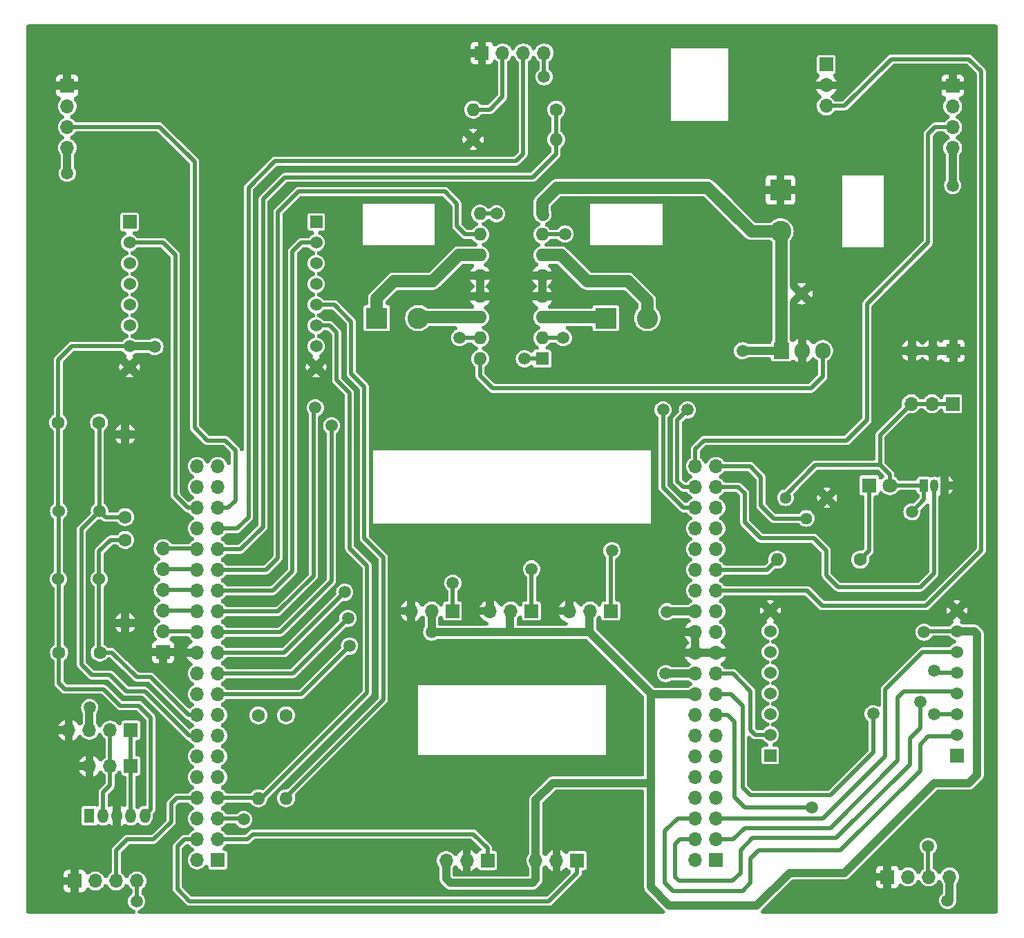
<source format=gbr>
%TF.GenerationSoftware,KiCad,Pcbnew,8.0.2*%
%TF.CreationDate,2024-05-27T11:10:36+02:00*%
%TF.ProjectId,Motor_Board_L476RG,4d6f746f-725f-4426-9f61-72645f4c3437,rev?*%
%TF.SameCoordinates,Original*%
%TF.FileFunction,Copper,L2,Bot*%
%TF.FilePolarity,Positive*%
%FSLAX46Y46*%
G04 Gerber Fmt 4.6, Leading zero omitted, Abs format (unit mm)*
G04 Created by KiCad (PCBNEW 8.0.2) date 2024-05-27 11:10:36*
%MOMM*%
%LPD*%
G01*
G04 APERTURE LIST*
%TA.AperFunction,ComponentPad*%
%ADD10R,1.700000X1.700000*%
%TD*%
%TA.AperFunction,ComponentPad*%
%ADD11O,1.700000X1.700000*%
%TD*%
%TA.AperFunction,ComponentPad*%
%ADD12R,1.676400X1.676400*%
%TD*%
%TA.AperFunction,ComponentPad*%
%ADD13C,1.524000*%
%TD*%
%TA.AperFunction,ComponentPad*%
%ADD14R,1.524000X1.524000*%
%TD*%
%TA.AperFunction,ComponentPad*%
%ADD15C,1.600000*%
%TD*%
%TA.AperFunction,ComponentPad*%
%ADD16O,1.600000X1.600000*%
%TD*%
%TA.AperFunction,ComponentPad*%
%ADD17R,1.800000X1.800000*%
%TD*%
%TA.AperFunction,ComponentPad*%
%ADD18C,1.800000*%
%TD*%
%TA.AperFunction,ComponentPad*%
%ADD19C,1.440000*%
%TD*%
%TA.AperFunction,ComponentPad*%
%ADD20R,1.050000X1.500000*%
%TD*%
%TA.AperFunction,ComponentPad*%
%ADD21O,1.050000X1.500000*%
%TD*%
%TA.AperFunction,ComponentPad*%
%ADD22R,1.600000X1.600000*%
%TD*%
%TA.AperFunction,ComponentPad*%
%ADD23R,1.275000X1.800000*%
%TD*%
%TA.AperFunction,ComponentPad*%
%ADD24O,1.275000X1.800000*%
%TD*%
%TA.AperFunction,ComponentPad*%
%ADD25R,1.905000X2.000000*%
%TD*%
%TA.AperFunction,ComponentPad*%
%ADD26O,1.905000X2.000000*%
%TD*%
%TA.AperFunction,ComponentPad*%
%ADD27R,2.600000X2.600000*%
%TD*%
%TA.AperFunction,ComponentPad*%
%ADD28C,2.600000*%
%TD*%
%TA.AperFunction,ViaPad*%
%ADD29C,1.500000*%
%TD*%
%TA.AperFunction,Conductor*%
%ADD30C,0.500000*%
%TD*%
%TA.AperFunction,Conductor*%
%ADD31C,1.000000*%
%TD*%
%TA.AperFunction,Conductor*%
%ADD32C,1.500000*%
%TD*%
G04 APERTURE END LIST*
D10*
%TO.P,J23,1,Pin_1*%
%TO.N,GND*%
X140750000Y-117950000D03*
D11*
%TO.P,J23,2,Pin_2*%
%TO.N,Net-(J11-Pin_24)*%
X140750000Y-115410000D03*
%TO.P,J23,3,Pin_3*%
%TO.N,Net-(J11-Pin_26)*%
X140750000Y-112870000D03*
%TO.P,J23,4,Pin_4*%
%TO.N,Net-(J11-Pin_28)*%
X140750000Y-110330000D03*
%TO.P,J23,5,Pin_5*%
%TO.N,Net-(J11-Pin_30)*%
X140750000Y-107790000D03*
%TO.P,J23,6,Pin_6*%
%TO.N,Net-(J11-Pin_32)*%
X140750000Y-105250000D03*
%TD*%
D12*
%TO.P,CON2,P1,AN*%
%TO.N,unconnected-(CON2-AN-PadP1)*%
X238000000Y-130620000D03*
D13*
%TO.P,CON2,P2,RST*%
%TO.N,nRF_CE*%
X238000000Y-128080000D03*
%TO.P,CON2,P3,CS*%
%TO.N,nRF_CS*%
X238000000Y-125540000D03*
%TO.P,CON2,P4,SCK*%
%TO.N,SCK*%
X238000000Y-123000000D03*
%TO.P,CON2,P5,MISO*%
%TO.N,MISO*%
X238000000Y-120460000D03*
%TO.P,CON2,P6,MOSI*%
%TO.N,MOSI*%
X238000000Y-117920000D03*
%TO.P,CON2,P7,3V3*%
%TO.N,3.3V_NUC*%
X238000000Y-115380000D03*
%TO.P,CON2,P8,GND1*%
%TO.N,GND*%
X238000000Y-112840000D03*
%TO.P,CON2,P9,GND2*%
X215140000Y-112840000D03*
%TO.P,CON2,P10,5V*%
%TO.N,unconnected-(CON2-5V-PadP10)*%
X215140000Y-115380000D03*
%TO.P,CON2,P11,SDA*%
%TO.N,unconnected-(CON2-SDA-PadP11)*%
X215140000Y-117920000D03*
%TO.P,CON2,P12,SCL*%
%TO.N,unconnected-(CON2-SCL-PadP12)*%
X215140000Y-120460000D03*
%TO.P,CON2,P13,RX*%
%TO.N,unconnected-(CON2-RX-PadP13)*%
X215140000Y-123000000D03*
%TO.P,CON2,P14,TX*%
%TO.N,unconnected-(CON2-TX-PadP14)*%
X215140000Y-125540000D03*
%TO.P,CON2,P15,INT*%
%TO.N,nRF_INT*%
X215140000Y-128080000D03*
D14*
%TO.P,CON2,P16,PWM*%
%TO.N,unconnected-(CON2-PWM-PadP16)*%
X215140000Y-130620000D03*
%TD*%
D12*
%TO.P,CON1,P1,AN*%
%TO.N,unconnected-(CON1-AN-PadP1)*%
X136640000Y-65220000D03*
D13*
%TO.P,CON1,P2,RST*%
%TO.N,Accel_RESET*%
X136640000Y-67760000D03*
%TO.P,CON1,P3,CS*%
%TO.N,unconnected-(CON1-CS-PadP3)*%
X136640000Y-70300000D03*
%TO.P,CON1,P4,SCK*%
%TO.N,unconnected-(CON1-SCK-PadP4)*%
X136640000Y-72840000D03*
%TO.P,CON1,P5,MISO*%
%TO.N,unconnected-(CON1-MISO-PadP5)*%
X136640000Y-75380000D03*
%TO.P,CON1,P6,MOSI*%
%TO.N,unconnected-(CON1-MOSI-PadP6)*%
X136640000Y-77920000D03*
%TO.P,CON1,P7,3V3*%
%TO.N,3.3V_NUC*%
X136640000Y-80460000D03*
%TO.P,CON1,P8,GND1*%
%TO.N,GND*%
X136640000Y-83000000D03*
%TO.P,CON1,P9,GND2*%
X159500000Y-83000000D03*
%TO.P,CON1,P10,5V*%
%TO.N,unconnected-(CON1-5V-PadP10)*%
X159500000Y-80460000D03*
%TO.P,CON1,P11,SDA*%
%TO.N,SDA*%
X159500000Y-77920000D03*
%TO.P,CON1,P12,SCL*%
%TO.N,SCL*%
X159500000Y-75380000D03*
%TO.P,CON1,P13,RX*%
%TO.N,unconnected-(CON1-RX-PadP13)*%
X159500000Y-72840000D03*
%TO.P,CON1,P14,TX*%
%TO.N,unconnected-(CON1-TX-PadP14)*%
X159500000Y-70300000D03*
%TO.P,CON1,P15,INT*%
%TO.N,Accel_INT*%
X159500000Y-67760000D03*
D14*
%TO.P,CON1,P16,PWM*%
%TO.N,unconnected-(CON1-PWM-PadP16)*%
X159500000Y-65220000D03*
%TD*%
D10*
%TO.P,J7,1,Pin_1*%
%TO.N,5V*%
X222000000Y-45920000D03*
D11*
%TO.P,J7,2,Pin_2*%
%TO.N,GND*%
X222000000Y-48460000D03*
%TO.P,J7,3,Pin_3*%
%TO.N,Servo*%
X222000000Y-51000000D03*
%TD*%
D10*
%TO.P,J15,1,Pin_1*%
%TO.N,GND*%
X229500000Y-145500000D03*
D11*
%TO.P,J15,2,Pin_2*%
%TO.N,unconnected-(J15-Pin_2-Pad2)*%
X232040000Y-145500000D03*
%TO.P,J15,3,Pin_3*%
%TO.N,Din_4*%
X234580000Y-145500000D03*
%TO.P,J15,4,Pin_4*%
%TO.N,5V_NUC*%
X237120000Y-145500000D03*
%TD*%
D10*
%TO.P,J14,1,Pin_1*%
%TO.N,GND*%
X129920000Y-146000000D03*
D11*
%TO.P,J14,2,Pin_2*%
%TO.N,unconnected-(J14-Pin_2-Pad2)*%
X132460000Y-146000000D03*
%TO.P,J14,3,Pin_3*%
%TO.N,Din_3*%
X135000000Y-146000000D03*
%TO.P,J14,4,Pin_4*%
%TO.N,5V_NUC*%
X137540000Y-146000000D03*
%TD*%
D10*
%TO.P,J13,1,Pin_1*%
%TO.N,GND*%
X129000000Y-48500000D03*
D11*
%TO.P,J13,2,Pin_2*%
%TO.N,unconnected-(J13-Pin_2-Pad2)*%
X129000000Y-51040000D03*
%TO.P,J13,3,Pin_3*%
%TO.N,Din_2*%
X129000000Y-53580000D03*
%TO.P,J13,4,Pin_4*%
%TO.N,5V_NUC*%
X129000000Y-56120000D03*
%TD*%
D10*
%TO.P,J12,1,Pin_1*%
%TO.N,GND*%
X237500000Y-48500000D03*
D11*
%TO.P,J12,2,Pin_2*%
%TO.N,unconnected-(J12-Pin_2-Pad2)*%
X237500000Y-51040000D03*
%TO.P,J12,3,Pin_3*%
%TO.N,Din_1*%
X237500000Y-53580000D03*
%TO.P,J12,4,Pin_4*%
%TO.N,5V_NUC*%
X237500000Y-56120000D03*
%TD*%
%TO.P,J11,40,Pin_40*%
%TO.N,unconnected-(J11-Pin_40-Pad40)*%
X144920001Y-95180000D03*
%TO.P,J11,39,Pin_39*%
%TO.N,unconnected-(J11-Pin_39-Pad39)*%
X147460001Y-95180000D03*
%TO.P,J11,38,Pin_38*%
%TO.N,unconnected-(J11-Pin_38-Pad38)*%
X144920001Y-97720000D03*
%TO.P,J11,37,Pin_37*%
%TO.N,unconnected-(J11-Pin_37-Pad37)*%
X147460001Y-97720000D03*
%TO.P,J11,36,Pin_36*%
%TO.N,Accel_RESET*%
X144920001Y-100260000D03*
%TO.P,J11,35,Pin_35*%
%TO.N,Din_2*%
X147460001Y-100260000D03*
%TO.P,J11,34,Pin_34*%
%TO.N,unconnected-(J11-Pin_34-Pad34)*%
X144920001Y-102800000D03*
%TO.P,J11,33,Pin_33*%
%TO.N,US_trig*%
X147460001Y-102800000D03*
%TO.P,J11,32,Pin_32*%
%TO.N,Net-(J11-Pin_32)*%
X144920001Y-105340000D03*
%TO.P,J11,31,Pin_31*%
%TO.N,US_echo_in*%
X147460001Y-105340000D03*
%TO.P,J11,30,Pin_30*%
%TO.N,Net-(J11-Pin_30)*%
X144920001Y-107880000D03*
%TO.P,J11,29,Pin_29*%
%TO.N,MOT_L_1*%
X147460001Y-107880000D03*
%TO.P,J11,28,Pin_28*%
%TO.N,Net-(J11-Pin_28)*%
X144920001Y-110420000D03*
%TO.P,J11,27,Pin_27*%
%TO.N,Accel_INT*%
X147460001Y-110420000D03*
%TO.P,J11,26,Pin_26*%
%TO.N,Net-(J11-Pin_26)*%
X144920001Y-112960000D03*
%TO.P,J11,25,Pin_25*%
%TO.N,MOT_L_2*%
X147460001Y-112960000D03*
%TO.P,J11,24,Pin_24*%
%TO.N,Net-(J11-Pin_24)*%
X144920001Y-115500000D03*
%TO.P,J11,23,Pin_23*%
%TO.N,MOT_EN*%
X147460001Y-115500000D03*
%TO.P,J11,22,Pin_22*%
%TO.N,GND*%
X144920001Y-118040000D03*
%TO.P,J11,21,Pin_21*%
%TO.N,Line_R*%
X147460001Y-118040000D03*
%TO.P,J11,20,Pin_20*%
%TO.N,unconnected-(J11-Pin_20-Pad20)*%
X144920001Y-120580000D03*
%TO.P,J11,19,Pin_19*%
%TO.N,Line_C*%
X147460001Y-120580000D03*
%TO.P,J11,18,Pin_18*%
%TO.N,unconnected-(J11-Pin_18-Pad18)*%
X144920001Y-123120000D03*
%TO.P,J11,17,Pin_17*%
%TO.N,Line_L*%
X147460001Y-123120000D03*
%TO.P,J11,16,Pin_16*%
%TO.N,SW1_OUT*%
X144920001Y-125660000D03*
%TO.P,J11,15,Pin_15*%
%TO.N,unconnected-(J11-Pin_15-Pad15)*%
X147460001Y-125660000D03*
%TO.P,J11,14,Pin_14*%
%TO.N,SW2_OUT*%
X144920001Y-128200000D03*
%TO.P,J11,13,Pin_13*%
%TO.N,unconnected-(J11-Pin_13-Pad13)*%
X147460001Y-128200000D03*
%TO.P,J11,12,Pin_12*%
%TO.N,unconnected-(J11-Pin_12-Pad12)*%
X144920001Y-130740000D03*
%TO.P,J11,11,Pin_11*%
%TO.N,unconnected-(J11-Pin_11-Pad11)*%
X147460001Y-130740000D03*
%TO.P,J11,10,Pin_10*%
%TO.N,unconnected-(J11-Pin_10-Pad10)*%
X144920001Y-133280000D03*
%TO.P,J11,9,Pin_9*%
%TO.N,unconnected-(J11-Pin_9-Pad9)*%
X147460001Y-133280000D03*
%TO.P,J11,8,Pin_8*%
%TO.N,Din_3*%
X144920001Y-135820000D03*
%TO.P,J11,7,Pin_7*%
%TO.N,SDA*%
X147460001Y-135820000D03*
%TO.P,J11,6,Pin_6*%
%TO.N,unconnected-(J11-Pin_6-Pad6)*%
X144920001Y-138360000D03*
%TO.P,J11,5,Pin_5*%
%TO.N,SCL*%
X147460001Y-138360000D03*
%TO.P,J11,4,Pin_4*%
%TO.N,Speed_R*%
X144920001Y-140900000D03*
%TO.P,J11,3,Pin_3*%
%TO.N,Speed_L*%
X147460001Y-140900000D03*
%TO.P,J11,2,Pin_2*%
%TO.N,unconnected-(J11-Pin_2-Pad2)*%
X144920001Y-143440000D03*
D10*
%TO.P,J11,1,Pin_1*%
%TO.N,unconnected-(J11-Pin_1-Pad1)*%
X147460001Y-143440000D03*
%TD*%
%TO.P,J3,1,Pin_1*%
%TO.N,Line_R*%
X195600000Y-112900000D03*
D11*
%TO.P,J3,2,Pin_2*%
%TO.N,3.3V_NUC*%
X193060000Y-112900000D03*
%TO.P,J3,3,Pin_3*%
%TO.N,GND*%
X190520000Y-112900000D03*
%TD*%
D15*
%TO.P,R3,1*%
%TO.N,US_echo_in*%
X188900000Y-51450000D03*
D16*
%TO.P,R3,2*%
%TO.N,US_echo*%
X178740000Y-51450000D03*
%TD*%
%TO.P,R2,2*%
%TO.N,GND*%
X136100000Y-91240000D03*
D15*
%TO.P,R2,1*%
%TO.N,SW2_OUT*%
X136100000Y-101400000D03*
%TD*%
%TO.P,R4,1*%
%TO.N,GND*%
X178740000Y-55100000D03*
D16*
%TO.P,R4,2*%
%TO.N,US_echo_in*%
X188900000Y-55100000D03*
%TD*%
D11*
%TO.P,J2,3,Pin_3*%
%TO.N,3.3V_NUC*%
X175420000Y-143500000D03*
%TO.P,J2,2,Pin_2*%
%TO.N,GND*%
X177960000Y-143500000D03*
D10*
%TO.P,J2,1,Pin_1*%
%TO.N,Speed_L*%
X180500000Y-143500000D03*
%TD*%
D17*
%TO.P,D1,1,K*%
%TO.N,Net-(D1-K)*%
X227260000Y-97500000D03*
D18*
%TO.P,D1,2,A*%
%TO.N,3.3V_NUC*%
X229800000Y-97500000D03*
%TD*%
D19*
%TO.P,RV1,3,3*%
%TO.N,GND*%
X222100000Y-99015000D03*
%TO.P,RV1,2,2*%
%TO.N,POT_OUT*%
X219560000Y-101555000D03*
%TO.P,RV1,1,1*%
%TO.N,3.3V_NUC*%
X217020000Y-99015000D03*
%TD*%
D13*
%TO.P,SW1,2,2*%
%TO.N,SW1_OUT*%
X132900000Y-109000000D03*
%TO.P,SW1,1,1*%
%TO.N,3.3V_NUC*%
X127900000Y-109000000D03*
%TD*%
D20*
%TO.P,U1,1,+V_{S}*%
%TO.N,3.3V_NUC*%
X233960000Y-97500000D03*
D21*
%TO.P,U1,2,V_{OUT}*%
%TO.N,TEMP_OUT*%
X235230000Y-97500000D03*
%TO.P,U1,3,GND*%
%TO.N,GND*%
X236500000Y-97500000D03*
%TD*%
D16*
%TO.P,R7,2*%
%TO.N,SDA*%
X152420001Y-135860000D03*
D15*
%TO.P,R7,1*%
%TO.N,3.3V_NUC*%
X152420001Y-125700000D03*
%TD*%
D22*
%TO.P,C3,1*%
%TO.N,VIN*%
X216500000Y-74000000D03*
D15*
%TO.P,C3,2*%
%TO.N,GND*%
X219000000Y-74000000D03*
%TD*%
%TO.P,R5,1*%
%TO.N,Net-(D1-K)*%
X226160000Y-106615000D03*
D16*
%TO.P,R5,2*%
%TO.N,LED_OUT*%
X216000000Y-106615000D03*
%TD*%
D23*
%TO.P,J9,1,Pin_1*%
%TO.N,unconnected-(J9-Pin_1-Pad1)*%
X131700000Y-138000000D03*
D24*
%TO.P,J9,2,Pin_2*%
%TO.N,SDA*%
X133400000Y-138000000D03*
%TO.P,J9,3,Pin_3*%
%TO.N,GND*%
X135100000Y-138000000D03*
%TO.P,J9,4,Pin_4*%
%TO.N,SCL*%
X136800000Y-138000000D03*
%TO.P,J9,5,Pin_5*%
%TO.N,3.3V_NUC*%
X138500000Y-138000000D03*
%TD*%
D16*
%TO.P,R1,2*%
%TO.N,GND*%
X136100000Y-114360000D03*
D15*
%TO.P,R1,1*%
%TO.N,SW1_OUT*%
X136100000Y-104200000D03*
%TD*%
D10*
%TO.P,J18,1,Pin_1*%
%TO.N,SCL*%
X136800000Y-127510000D03*
D11*
%TO.P,J18,2,Pin_2*%
%TO.N,SDA*%
X134260000Y-127510000D03*
%TO.P,J18,3,Pin_3*%
%TO.N,5V_NUC*%
X131720000Y-127510000D03*
%TO.P,J18,4,Pin_4*%
%TO.N,GND*%
X129180000Y-127510000D03*
%TD*%
D10*
%TO.P,J6,1,Pin_1*%
%TO.N,GND*%
X179810000Y-44500000D03*
D11*
%TO.P,J6,2,Pin_2*%
%TO.N,US_echo*%
X182350000Y-44500000D03*
%TO.P,J6,3,Pin_3*%
%TO.N,US_trig*%
X184890000Y-44500000D03*
%TO.P,J6,4,Pin_4*%
%TO.N,3.3V_NUC*%
X187430000Y-44500000D03*
%TD*%
D10*
%TO.P,J17,1,Pin_1*%
%TO.N,SCL*%
X136800000Y-131910000D03*
D11*
%TO.P,J17,2,Pin_2*%
%TO.N,SDA*%
X134260000Y-131910000D03*
%TO.P,J17,3,Pin_3*%
%TO.N,GND*%
X131720000Y-131910000D03*
%TD*%
D15*
%TO.P,C1,2*%
%TO.N,SW1_OUT*%
X133000000Y-118000000D03*
%TO.P,C1,1*%
%TO.N,3.3V_NUC*%
X128000000Y-118000000D03*
%TD*%
%TO.P,C2,2*%
%TO.N,SW2_OUT*%
X132900000Y-89800000D03*
%TO.P,C2,1*%
%TO.N,3.3V_NUC*%
X127900000Y-89800000D03*
%TD*%
D25*
%TO.P,U2,1,VI*%
%TO.N,VIN*%
X216500000Y-81000000D03*
D26*
%TO.P,U2,2,GND*%
%TO.N,GND*%
X219040000Y-81000000D03*
%TO.P,U2,3,VO*%
%TO.N,5V*%
X221580000Y-81000000D03*
%TD*%
D27*
%TO.P,J21,1,Pin_1*%
%TO.N,Net-(J21-Pin_1)*%
X195000000Y-77000000D03*
D28*
%TO.P,J21,2,Pin_2*%
%TO.N,Net-(J21-Pin_2)*%
X200080000Y-77000000D03*
%TD*%
D22*
%TO.P,U3,1,1\u002C2EN*%
%TO.N,MOT_EN*%
X187200000Y-81980000D03*
D16*
%TO.P,U3,2,1A*%
%TO.N,MOT_R_1*%
X187200000Y-79440000D03*
%TO.P,U3,3,1Y*%
%TO.N,Net-(J21-Pin_1)*%
X187200000Y-76900000D03*
%TO.P,U3,4,GND*%
%TO.N,GND*%
X187200000Y-74360000D03*
%TO.P,U3,5,GND*%
X187200000Y-71820000D03*
%TO.P,U3,6,2Y*%
%TO.N,Net-(J21-Pin_2)*%
X187200000Y-69280000D03*
%TO.P,U3,7,2A*%
%TO.N,MOT_R_2*%
X187200000Y-66740000D03*
%TO.P,U3,8,VCC2*%
%TO.N,VIN*%
X187200000Y-64200000D03*
%TO.P,U3,9,3\u002C4EN*%
%TO.N,MOT_EN*%
X179580000Y-64200000D03*
%TO.P,U3,10,3A*%
%TO.N,MOT_L_1*%
X179580000Y-66740000D03*
%TO.P,U3,11,3Y*%
%TO.N,Net-(J22-Pin_1)*%
X179580000Y-69280000D03*
%TO.P,U3,12,GND*%
%TO.N,GND*%
X179580000Y-71820000D03*
%TO.P,U3,13,GND*%
X179580000Y-74360000D03*
%TO.P,U3,14,4Y*%
%TO.N,Net-(J22-Pin_2)*%
X179580000Y-76900000D03*
%TO.P,U3,15,4A*%
%TO.N,MOT_L_2*%
X179580000Y-79440000D03*
%TO.P,U3,16,VCC1*%
%TO.N,5V*%
X179580000Y-81980000D03*
%TD*%
%TO.P,R6,2*%
%TO.N,SCL*%
X155820001Y-135860000D03*
D15*
%TO.P,R6,1*%
%TO.N,3.3V_NUC*%
X155820001Y-125700000D03*
%TD*%
D13*
%TO.P,SW2,2,2*%
%TO.N,SW2_OUT*%
X132950000Y-100650000D03*
%TO.P,SW2,1,1*%
%TO.N,3.3V_NUC*%
X127950000Y-100650000D03*
%TD*%
D10*
%TO.P,J19,1,Pin_1*%
%TO.N,GND*%
X237580000Y-81000000D03*
D11*
%TO.P,J19,2,Pin_2*%
X235040000Y-81000000D03*
%TO.P,J19,3,Pin_3*%
X232500000Y-81000000D03*
%TD*%
D28*
%TO.P,J8,2,Pin_2*%
%TO.N,VIN*%
X216400000Y-66380000D03*
D27*
%TO.P,J8,1,Pin_1*%
%TO.N,GND*%
X216400000Y-61300000D03*
%TD*%
D11*
%TO.P,J5,3,Pin_3*%
%TO.N,GND*%
X171120000Y-112900000D03*
%TO.P,J5,2,Pin_2*%
%TO.N,3.3V_NUC*%
X173660000Y-112900000D03*
D10*
%TO.P,J5,1,Pin_1*%
%TO.N,Line_L*%
X176200000Y-112900000D03*
%TD*%
%TO.P,J1,1,Pin_1*%
%TO.N,Speed_R*%
X191500000Y-143500000D03*
D11*
%TO.P,J1,2,Pin_2*%
%TO.N,GND*%
X188960000Y-143500000D03*
%TO.P,J1,3,Pin_3*%
%TO.N,3.3V_NUC*%
X186420000Y-143500000D03*
%TD*%
D27*
%TO.P,J22,1,Pin_1*%
%TO.N,Net-(J22-Pin_1)*%
X166920000Y-77000000D03*
D28*
%TO.P,J22,2,Pin_2*%
%TO.N,Net-(J22-Pin_2)*%
X172000000Y-77000000D03*
%TD*%
D11*
%TO.P,J4,3,Pin_3*%
%TO.N,GND*%
X180820000Y-112900000D03*
%TO.P,J4,2,Pin_2*%
%TO.N,3.3V_NUC*%
X183360000Y-112900000D03*
D10*
%TO.P,J4,1,Pin_1*%
%TO.N,Line_C*%
X185900000Y-112900000D03*
%TD*%
D11*
%TO.P,J10,40,Pin_40*%
%TO.N,Din_1*%
X205960000Y-95180000D03*
%TO.P,J10,39,Pin_39*%
%TO.N,POT_OUT*%
X208500000Y-95180000D03*
%TO.P,J10,38,Pin_38*%
%TO.N,MOT_R_2*%
X205960000Y-97720000D03*
%TO.P,J10,37,Pin_37*%
%TO.N,TEMP_OUT*%
X208500000Y-97720000D03*
%TO.P,J10,36,Pin_36*%
%TO.N,MOT_R_1*%
X205960000Y-100260000D03*
%TO.P,J10,35,Pin_35*%
%TO.N,unconnected-(J10-Pin_35-Pad35)*%
X208500000Y-100260000D03*
%TO.P,J10,34,Pin_34*%
%TO.N,ADC_OUT*%
X205960000Y-102800000D03*
%TO.P,J10,33,Pin_33*%
%TO.N,unconnected-(J10-Pin_33-Pad33)*%
X208500000Y-102800000D03*
%TO.P,J10,32,Pin_32*%
%TO.N,unconnected-(J10-Pin_32-Pad32)*%
X205960000Y-105340000D03*
%TO.P,J10,31,Pin_31*%
%TO.N,unconnected-(J10-Pin_31-Pad31)*%
X208500000Y-105340000D03*
%TO.P,J10,30,Pin_30*%
%TO.N,unconnected-(J10-Pin_30-Pad30)*%
X205960000Y-107880000D03*
%TO.P,J10,29,Pin_29*%
%TO.N,LED_OUT*%
X208500000Y-107880000D03*
%TO.P,J10,28,Pin_28*%
%TO.N,unconnected-(J10-Pin_28-Pad28)*%
X205960000Y-110420000D03*
%TO.P,J10,27,Pin_27*%
%TO.N,Servo*%
X208500000Y-110420000D03*
%TO.P,J10,26,Pin_26*%
%TO.N,VIN*%
X205960000Y-112960000D03*
%TO.P,J10,25,Pin_25*%
%TO.N,USER_BUTTON*%
X208500000Y-112960000D03*
%TO.P,J10,24,Pin_24*%
%TO.N,GND*%
X205960000Y-115500000D03*
%TO.P,J10,23,Pin_23*%
%TO.N,unconnected-(J10-Pin_23-Pad23)*%
X208500000Y-115500000D03*
%TO.P,J10,22,Pin_22*%
%TO.N,GND*%
X205960000Y-118040000D03*
%TO.P,J10,21,Pin_21*%
X208500000Y-118040000D03*
%TO.P,J10,20,Pin_20*%
%TO.N,5V_NUC*%
X205960000Y-120580000D03*
%TO.P,J10,19,Pin_19*%
%TO.N,nRF_INT*%
X208500000Y-120580000D03*
%TO.P,J10,18,Pin_18*%
%TO.N,3.3V_NUC*%
X205960000Y-123120000D03*
%TO.P,J10,17,Pin_17*%
%TO.N,nRF_CS*%
X208500000Y-123120000D03*
%TO.P,J10,16,Pin_16*%
%TO.N,unconnected-(J10-Pin_16-Pad16)*%
X205960000Y-125660000D03*
%TO.P,J10,15,Pin_15*%
%TO.N,Din_4*%
X208500000Y-125660000D03*
%TO.P,J10,14,Pin_14*%
%TO.N,unconnected-(J10-Pin_14-Pad14)*%
X205960000Y-128200000D03*
%TO.P,J10,13,Pin_13*%
%TO.N,unconnected-(J10-Pin_13-Pad13)*%
X208500000Y-128200000D03*
%TO.P,J10,12,Pin_12*%
%TO.N,unconnected-(J10-Pin_12-Pad12)*%
X205960000Y-130740000D03*
%TO.P,J10,11,Pin_11*%
%TO.N,unconnected-(J10-Pin_11-Pad11)*%
X208500000Y-130740000D03*
%TO.P,J10,10,Pin_10*%
%TO.N,unconnected-(J10-Pin_10-Pad10)*%
X205960000Y-133280000D03*
%TO.P,J10,9,Pin_9*%
%TO.N,unconnected-(J10-Pin_9-Pad9)*%
X208500000Y-133280000D03*
%TO.P,J10,8,Pin_8*%
%TO.N,unconnected-(J10-Pin_8-Pad8)*%
X205960000Y-135820000D03*
%TO.P,J10,7,Pin_7*%
%TO.N,unconnected-(J10-Pin_7-Pad7)*%
X208500000Y-135820000D03*
%TO.P,J10,6,Pin_6*%
%TO.N,nRF_CE*%
X205960000Y-138360000D03*
%TO.P,J10,5,Pin_5*%
%TO.N,MOSI*%
X208500000Y-138360000D03*
%TO.P,J10,4,Pin_4*%
%TO.N,MISO*%
X205960000Y-140900000D03*
%TO.P,J10,3,Pin_3*%
%TO.N,SCK*%
X208500000Y-140900000D03*
%TO.P,J10,2,Pin_2*%
%TO.N,unconnected-(J10-Pin_2-Pad2)*%
X205960000Y-143440000D03*
D10*
%TO.P,J10,1,Pin_1*%
%TO.N,unconnected-(J10-Pin_1-Pad1)*%
X208500000Y-143440000D03*
%TD*%
%TO.P,J20,1,Pin_1*%
%TO.N,3.3V_NUC*%
X237500000Y-87500000D03*
D11*
%TO.P,J20,2,Pin_2*%
X234960000Y-87500000D03*
%TO.P,J20,3,Pin_3*%
X232420000Y-87500000D03*
%TD*%
D29*
%TO.N,5V_NUC*%
X129000000Y-59250000D03*
%TO.N,VIN*%
X211750000Y-81000000D03*
X202500000Y-113000000D03*
%TO.N,Line_L*%
X176250000Y-109500000D03*
X163600000Y-117200000D03*
%TO.N,Line_C*%
X163400000Y-113800000D03*
X185900000Y-107750000D03*
%TO.N,Line_R*%
X195750000Y-105500000D03*
X163000000Y-110600000D03*
%TO.N,MOT_EN*%
X161400000Y-90200000D03*
%TO.N,MOT_R_1*%
X202000000Y-88250000D03*
%TO.N,MOT_R_2*%
X205000000Y-88250000D03*
%TO.N,MOT_L_2*%
X159400000Y-88000000D03*
%TO.N,5V_NUC*%
X237500000Y-60750000D03*
%TO.N,MISO*%
X233500000Y-124000000D03*
%TO.N,Din_4*%
X234500000Y-141750000D03*
X220250000Y-137000000D03*
%TO.N,MISO*%
X235250000Y-120250000D03*
%TO.N,3.3V_NUC*%
X232500000Y-100750000D03*
X234000000Y-115500000D03*
X187430000Y-47430000D03*
X139750000Y-80500000D03*
X173660000Y-115500000D03*
%TO.N,5V_NUC*%
X131750000Y-124750000D03*
X137500000Y-148500000D03*
X236875000Y-148375000D03*
X202330000Y-120580000D03*
%TO.N,nRF_CS*%
X235250000Y-125540000D03*
X227750000Y-125500000D03*
%TO.N,MISO*%
X235250000Y-120250000D03*
%TO.N,SCL*%
X150620001Y-138460000D03*
%TO.N,MOT_EN*%
X185020000Y-81980000D03*
X181600000Y-64200000D03*
%TO.N,MOT_R_2*%
X190000000Y-66700000D03*
X190000000Y-66700000D03*
%TO.N,MOT_L_2*%
X177100000Y-79400000D03*
%TO.N,MOT_R_1*%
X189800000Y-79400000D03*
%TD*%
D30*
%TO.N,Accel_INT*%
X154180000Y-110420000D02*
X147460001Y-110420000D01*
X156600000Y-108000000D02*
X154180000Y-110420000D01*
X156600000Y-68800000D02*
X156600000Y-108000000D01*
X157640000Y-67760000D02*
X156600000Y-68800000D01*
X159500000Y-67760000D02*
X157640000Y-67760000D01*
%TO.N,US_trig*%
X154450000Y-57750000D02*
X184000000Y-57750000D01*
X151200000Y-101400000D02*
X151200000Y-61000000D01*
X149800000Y-102800000D02*
X151200000Y-101400000D01*
X151200000Y-61000000D02*
X154450000Y-57750000D01*
X184000000Y-57750000D02*
X184890000Y-56860000D01*
X147460001Y-102800000D02*
X149800000Y-102800000D01*
X184890000Y-56860000D02*
X184890000Y-44500000D01*
%TO.N,MOT_L_1*%
X177750000Y-66740000D02*
X179580000Y-66740000D01*
X176740000Y-65730000D02*
X177750000Y-66740000D01*
X176740000Y-62990000D02*
X176740000Y-65730000D01*
X175250000Y-61500000D02*
X176740000Y-62990000D01*
X154800000Y-64000000D02*
X157300000Y-61500000D01*
X154800000Y-106400000D02*
X154800000Y-64000000D01*
X153320000Y-107880000D02*
X154800000Y-106400000D01*
X147460001Y-107880000D02*
X153320000Y-107880000D01*
X157300000Y-61500000D02*
X175250000Y-61500000D01*
%TO.N,US_echo_in*%
X186000000Y-59750000D02*
X155650000Y-59750000D01*
X155650000Y-59750000D02*
X153000000Y-62400000D01*
X153000000Y-102600000D02*
X150260000Y-105340000D01*
X188900000Y-56850000D02*
X186000000Y-59750000D01*
X188900000Y-55100000D02*
X188900000Y-56850000D01*
X153000000Y-62400000D02*
X153000000Y-102600000D01*
X150260000Y-105340000D02*
X147460001Y-105340000D01*
%TO.N,Din_2*%
X144600000Y-57850000D02*
X140330000Y-53580000D01*
X146200000Y-92000000D02*
X144600000Y-90400000D01*
X149600000Y-99400000D02*
X149600000Y-93200000D01*
X148400000Y-92000000D02*
X146200000Y-92000000D01*
X148740000Y-100260000D02*
X149600000Y-99400000D01*
X144600000Y-90400000D02*
X144600000Y-57850000D01*
X147460001Y-100260000D02*
X148740000Y-100260000D01*
X149600000Y-93200000D02*
X148400000Y-92000000D01*
%TO.N,MOT_L_2*%
X159200000Y-108600000D02*
X154840000Y-112960000D01*
X154840000Y-112960000D02*
X147460001Y-112960000D01*
X159200000Y-88200000D02*
X159200000Y-108600000D01*
X159400000Y-88000000D02*
X159200000Y-88200000D01*
%TO.N,MOT_EN*%
X155100000Y-115500000D02*
X147460001Y-115500000D01*
X161400000Y-109200000D02*
X155100000Y-115500000D01*
X161400000Y-90200000D02*
X161400000Y-109200000D01*
%TO.N,SDA*%
X152780000Y-135860000D02*
X152420001Y-135860000D01*
X165750000Y-107350000D02*
X165750000Y-122890000D01*
X163600000Y-105200000D02*
X165750000Y-107350000D01*
X163600000Y-86200000D02*
X163600000Y-105200000D01*
X162000000Y-78750000D02*
X162000000Y-84600000D01*
X161170000Y-77920000D02*
X162000000Y-78750000D01*
X162000000Y-84600000D02*
X163600000Y-86200000D01*
X165750000Y-122890000D02*
X152780000Y-135860000D01*
X159500000Y-77920000D02*
X161170000Y-77920000D01*
%TO.N,SCL*%
X167750000Y-123750000D02*
X155820001Y-135679999D01*
X167750000Y-106350000D02*
X167750000Y-123750000D01*
X165400000Y-85400000D02*
X165400000Y-104000000D01*
X163800000Y-77425000D02*
X163800000Y-83800000D01*
X155820001Y-135679999D02*
X155820001Y-135860000D01*
X165400000Y-104000000D02*
X167750000Y-106350000D01*
X161755000Y-75380000D02*
X163800000Y-77425000D01*
X163800000Y-83800000D02*
X165400000Y-85400000D01*
X159500000Y-75380000D02*
X161755000Y-75380000D01*
%TO.N,Line_L*%
X157680000Y-123120000D02*
X147460001Y-123120000D01*
X163600000Y-117200000D02*
X157680000Y-123120000D01*
%TO.N,Line_C*%
X163400000Y-113800000D02*
X156620000Y-120580000D01*
X156620000Y-120580000D02*
X147460001Y-120580000D01*
%TO.N,Line_R*%
X155600000Y-118000000D02*
X147500001Y-118000000D01*
X147500001Y-118000000D02*
X147460001Y-118040000D01*
X163000000Y-110600000D02*
X155600000Y-118000000D01*
%TO.N,Accel_RESET*%
X140750000Y-67750000D02*
X140740000Y-67760000D01*
X142250000Y-69250000D02*
X140750000Y-67750000D01*
X142250000Y-98750000D02*
X142250000Y-69250000D01*
X140740000Y-67760000D02*
X136640000Y-67760000D01*
%TO.N,Net-(J11-Pin_24)*%
X144830001Y-115410000D02*
X144920001Y-115500000D01*
X140750000Y-115410000D02*
X144830001Y-115410000D01*
%TO.N,Net-(J11-Pin_26)*%
X144830001Y-112870000D02*
X144920001Y-112960000D01*
X140750000Y-112870000D02*
X144830001Y-112870000D01*
%TO.N,Net-(J11-Pin_28)*%
X144830001Y-110330000D02*
X144920001Y-110420000D01*
X140750000Y-110330000D02*
X144830001Y-110330000D01*
%TO.N,Net-(J11-Pin_30)*%
X144830001Y-107790000D02*
X144920001Y-107880000D01*
X140750000Y-107790000D02*
X144830001Y-107790000D01*
%TO.N,Net-(J11-Pin_32)*%
X144830001Y-105250000D02*
X144920001Y-105340000D01*
X140750000Y-105250000D02*
X144830001Y-105250000D01*
%TO.N,SW1_OUT*%
X137500000Y-121000000D02*
X134500000Y-118000000D01*
X139250000Y-121000000D02*
X137500000Y-121000000D01*
X143910000Y-125660000D02*
X139250000Y-121000000D01*
X134500000Y-118000000D02*
X133000000Y-118000000D01*
X144920001Y-125660000D02*
X143910000Y-125660000D01*
%TO.N,SW2_OUT*%
X130750000Y-119500000D02*
X130750000Y-102850000D01*
X130750000Y-102850000D02*
X132950000Y-100650000D01*
X134250000Y-120750000D02*
X132000000Y-120750000D01*
X132000000Y-120750000D02*
X130750000Y-119500000D01*
X136250000Y-122750000D02*
X134250000Y-120750000D01*
X143950000Y-128200000D02*
X138500000Y-122750000D01*
X144920001Y-128200000D02*
X143950000Y-128200000D01*
X138500000Y-122750000D02*
X136250000Y-122750000D01*
%TO.N,SW1_OUT*%
X133000000Y-118000000D02*
X132900000Y-117900000D01*
X132900000Y-117900000D02*
X132900000Y-109000000D01*
%TO.N,3.3V_NUC*%
X137750000Y-124500000D02*
X139250000Y-126000000D01*
X135500000Y-124500000D02*
X137750000Y-124500000D01*
X139250000Y-126000000D02*
X139250000Y-137250000D01*
X133500000Y-122500000D02*
X135500000Y-124500000D01*
X139250000Y-137250000D02*
X138500000Y-138000000D01*
X128750000Y-122500000D02*
X133500000Y-122500000D01*
X128000000Y-121750000D02*
X128750000Y-122500000D01*
X128000000Y-119000000D02*
X128000000Y-121750000D01*
%TO.N,Servo*%
X224250000Y-51000000D02*
X222000000Y-51000000D01*
X239500000Y-45250000D02*
X230000000Y-45250000D01*
X241000000Y-105500000D02*
X241000000Y-46750000D01*
X241000000Y-46750000D02*
X239500000Y-45250000D01*
X234250000Y-112250000D02*
X241000000Y-105500000D01*
X221500000Y-112250000D02*
X234250000Y-112250000D01*
X230000000Y-45250000D02*
X224250000Y-51000000D01*
X219670000Y-110420000D02*
X221500000Y-112250000D01*
X208500000Y-110420000D02*
X219670000Y-110420000D01*
D31*
%TO.N,5V_NUC*%
X129000000Y-59250000D02*
X129000000Y-56120000D01*
%TO.N,VIN*%
X211750000Y-81000000D02*
X216500000Y-81000000D01*
D30*
%TO.N,MOT_R_2*%
X203750000Y-97000000D02*
X204470000Y-97720000D01*
X204470000Y-97720000D02*
X205960000Y-97720000D01*
X203750000Y-89500000D02*
X203750000Y-97000000D01*
X205000000Y-88250000D02*
X203750000Y-89500000D01*
%TO.N,MOT_R_1*%
X204510000Y-100260000D02*
X205960000Y-100260000D01*
X202000000Y-88250000D02*
X202000000Y-97750000D01*
X202000000Y-97750000D02*
X204510000Y-100260000D01*
D31*
%TO.N,VIN*%
X202540000Y-112960000D02*
X202500000Y-113000000D01*
X205960000Y-112960000D02*
X202540000Y-112960000D01*
D30*
%TO.N,nRF_INT*%
X212750000Y-127500000D02*
X213330000Y-128080000D01*
X212750000Y-122750000D02*
X212750000Y-127500000D01*
X210580000Y-120580000D02*
X212750000Y-122750000D01*
X208500000Y-120580000D02*
X210580000Y-120580000D01*
X213330000Y-128080000D02*
X215140000Y-128080000D01*
%TO.N,nRF_CS*%
X212750000Y-135500000D02*
X211750000Y-134500000D01*
X211750000Y-124500000D02*
X210370000Y-123120000D01*
X222500000Y-135500000D02*
X212750000Y-135500000D01*
X210370000Y-123120000D02*
X208500000Y-123120000D01*
X227750000Y-130250000D02*
X222500000Y-135500000D01*
X227750000Y-125500000D02*
X227750000Y-130250000D01*
X211750000Y-134500000D02*
X211750000Y-124500000D01*
D31*
%TO.N,3.3V_NUC*%
X240130000Y-115380000D02*
X238000000Y-115380000D01*
X240500000Y-115750000D02*
X240130000Y-115380000D01*
X240500000Y-133000000D02*
X240500000Y-115750000D01*
X217500000Y-145000000D02*
X224250000Y-145000000D01*
X213500000Y-149000000D02*
X217500000Y-145000000D01*
X224250000Y-145000000D02*
X235250000Y-134000000D01*
X202750000Y-149000000D02*
X213500000Y-149000000D01*
X200500000Y-146750000D02*
X202750000Y-149000000D01*
X239500000Y-134000000D02*
X240500000Y-133000000D01*
X235250000Y-134000000D02*
X239500000Y-134000000D01*
X200500000Y-134000000D02*
X200500000Y-146750000D01*
X200500000Y-123240000D02*
X200620000Y-123120000D01*
X200500000Y-134000000D02*
X200500000Y-123240000D01*
X196750000Y-134000000D02*
X200500000Y-134000000D01*
D30*
%TO.N,nRF_CE*%
X237830000Y-128250000D02*
X238000000Y-128080000D01*
X234500000Y-128250000D02*
X237830000Y-128250000D01*
X233500000Y-132500000D02*
X233500000Y-129250000D01*
X233500000Y-129250000D02*
X234500000Y-128250000D01*
X223750000Y-142250000D02*
X233500000Y-132500000D01*
X212750000Y-146250000D02*
X212750000Y-143250000D01*
X212750000Y-143250000D02*
X213750000Y-142250000D01*
X203250000Y-147250000D02*
X211750000Y-147250000D01*
X213750000Y-142250000D02*
X223750000Y-142250000D01*
X202250000Y-146250000D02*
X203250000Y-147250000D01*
X211750000Y-147250000D02*
X212750000Y-146250000D01*
X202250000Y-139890000D02*
X202250000Y-146250000D01*
X203780000Y-138360000D02*
X202250000Y-139890000D01*
X205960000Y-138360000D02*
X203780000Y-138360000D01*
%TO.N,Line_C*%
X185900000Y-107750000D02*
X185900000Y-112900000D01*
%TO.N,Line_L*%
X176250000Y-112850000D02*
X176200000Y-112900000D01*
X176250000Y-109500000D02*
X176250000Y-112850000D01*
%TO.N,Line_R*%
X195600000Y-105900000D02*
X195600000Y-112900000D01*
X195750000Y-105750000D02*
X195600000Y-105900000D01*
X195750000Y-105500000D02*
X195750000Y-105750000D01*
%TO.N,Din_1*%
X235335000Y-53580000D02*
X237500000Y-53580000D01*
X234500000Y-54415000D02*
X235335000Y-53580000D01*
X234500000Y-67750000D02*
X234500000Y-54415000D01*
X227000000Y-89500000D02*
X227000000Y-75250000D01*
X224500000Y-92000000D02*
X227000000Y-89500000D01*
X207000000Y-92000000D02*
X224500000Y-92000000D01*
X205960000Y-93040000D02*
X207000000Y-92000000D01*
X227000000Y-75250000D02*
X234500000Y-67750000D01*
X205960000Y-95180000D02*
X205960000Y-93040000D01*
D31*
%TO.N,5V_NUC*%
X237500000Y-60750000D02*
X237500000Y-56120000D01*
D30*
%TO.N,MOSI*%
X229250000Y-122500000D02*
X233830000Y-117920000D01*
X229250000Y-130750000D02*
X229250000Y-122500000D01*
X208500000Y-138360000D02*
X221640000Y-138360000D01*
X221640000Y-138360000D02*
X229250000Y-130750000D01*
X233830000Y-117920000D02*
X238000000Y-117920000D01*
%TO.N,SCK*%
X230750000Y-123500000D02*
X231500000Y-122750000D01*
X212000000Y-139500000D02*
X222500000Y-139500000D01*
X231500000Y-122750000D02*
X237750000Y-122750000D01*
X210600000Y-140900000D02*
X212000000Y-139500000D01*
X208500000Y-140900000D02*
X210600000Y-140900000D01*
X222500000Y-139500000D02*
X230750000Y-131250000D01*
X230750000Y-131250000D02*
X230750000Y-123500000D01*
X237750000Y-122750000D02*
X238000000Y-123000000D01*
%TO.N,MISO*%
X204100000Y-140900000D02*
X205960000Y-140900000D01*
X203500000Y-145500000D02*
X203500000Y-141500000D01*
X203500000Y-141500000D02*
X204100000Y-140900000D01*
X204000000Y-146000000D02*
X203500000Y-145500000D01*
X210500000Y-146000000D02*
X204000000Y-146000000D01*
X211500000Y-145000000D02*
X210500000Y-146000000D01*
X223250000Y-140750000D02*
X213000000Y-140750000D01*
X232250000Y-131750000D02*
X223250000Y-140750000D01*
X232250000Y-128500000D02*
X232250000Y-131750000D01*
X211500000Y-142250000D02*
X211500000Y-145000000D01*
X213000000Y-140750000D02*
X211500000Y-142250000D01*
X233500000Y-127250000D02*
X232250000Y-128500000D01*
X233500000Y-124000000D02*
X233500000Y-127250000D01*
%TO.N,nRF_CS*%
X235250000Y-125540000D02*
X238000000Y-125540000D01*
%TO.N,MISO*%
X235460000Y-120460000D02*
X238000000Y-120460000D01*
X235250000Y-120250000D02*
X235460000Y-120460000D01*
%TO.N,Din_4*%
X210750000Y-126500000D02*
X209910000Y-125660000D01*
X210750000Y-135750000D02*
X210750000Y-126500000D01*
X212000000Y-137000000D02*
X210750000Y-135750000D01*
X220250000Y-137000000D02*
X212000000Y-137000000D01*
X209910000Y-125660000D02*
X208500000Y-125660000D01*
X234500000Y-145420000D02*
X234580000Y-145500000D01*
X234500000Y-141750000D02*
X234500000Y-145420000D01*
%TO.N,Speed_L*%
X180500000Y-142000000D02*
X180500000Y-143500000D01*
X178750000Y-140250000D02*
X180500000Y-142000000D01*
X151750000Y-140250000D02*
X178750000Y-140250000D01*
X151100000Y-140900000D02*
X151750000Y-140250000D01*
X147460001Y-140900000D02*
X151100000Y-140900000D01*
D31*
%TO.N,3.3V_NUC*%
X186420000Y-145830000D02*
X186420000Y-143500000D01*
X186000000Y-146250000D02*
X186420000Y-145830000D01*
X175420000Y-145670000D02*
X176000000Y-146250000D01*
X176000000Y-146250000D02*
X186000000Y-146250000D01*
X175420000Y-143500000D02*
X175420000Y-145670000D01*
D30*
%TO.N,Speed_R*%
X143350000Y-140900000D02*
X144920001Y-140900000D01*
X142500000Y-141750000D02*
X143350000Y-140900000D01*
X144000000Y-148500000D02*
X142500000Y-147000000D01*
X142500000Y-147000000D02*
X142500000Y-141750000D01*
X191500000Y-145000000D02*
X188000000Y-148500000D01*
X188000000Y-148500000D02*
X144000000Y-148500000D01*
X191500000Y-143500000D02*
X191500000Y-145000000D01*
D31*
%TO.N,3.3V_NUC*%
X188500000Y-134000000D02*
X196750000Y-134000000D01*
X186420000Y-136080000D02*
X188500000Y-134000000D01*
X186420000Y-143500000D02*
X186420000Y-136080000D01*
D30*
%TO.N,Din_3*%
X142430000Y-135820000D02*
X144920001Y-135820000D01*
X141750000Y-136500000D02*
X142430000Y-135820000D01*
X141750000Y-138750000D02*
X141750000Y-136500000D01*
X136350000Y-140900000D02*
X139600000Y-140900000D01*
X139600000Y-140900000D02*
X141750000Y-138750000D01*
X135000000Y-142250000D02*
X136350000Y-140900000D01*
X135000000Y-146000000D02*
X135000000Y-142250000D01*
%TO.N,Accel_RESET*%
X143760000Y-100260000D02*
X144920001Y-100260000D01*
%TO.N,Din_2*%
X129000000Y-53580000D02*
X140330000Y-53580000D01*
%TO.N,3.3V_NUC*%
X234000000Y-97540000D02*
X233960000Y-97500000D01*
X234000000Y-99250000D02*
X234000000Y-97540000D01*
X232500000Y-100750000D02*
X234000000Y-99250000D01*
X234120000Y-115380000D02*
X234000000Y-115500000D01*
X238000000Y-115380000D02*
X234120000Y-115380000D01*
X187500000Y-47500000D02*
X187430000Y-47430000D01*
X187430000Y-44500000D02*
X187430000Y-47430000D01*
X139710000Y-80460000D02*
X139750000Y-80500000D01*
D31*
X136640000Y-80460000D02*
X139710000Y-80460000D01*
X193000000Y-112960000D02*
X193000000Y-115500000D01*
X193060000Y-112900000D02*
X193000000Y-112960000D01*
X183250000Y-113010000D02*
X183360000Y-112900000D01*
X183250000Y-115500000D02*
X183250000Y-113010000D01*
X173660000Y-115500000D02*
X173660000Y-112900000D01*
X183250000Y-115500000D02*
X173660000Y-115500000D01*
X193000000Y-115500000D02*
X183250000Y-115500000D01*
X193000000Y-115500000D02*
X200620000Y-123120000D01*
X200620000Y-123120000D02*
X205960000Y-123120000D01*
D30*
X129540000Y-80460000D02*
X136640000Y-80460000D01*
X127900000Y-82100000D02*
X129540000Y-80460000D01*
X127900000Y-89800000D02*
X127900000Y-82100000D01*
D31*
%TO.N,5V_NUC*%
X131720000Y-124780000D02*
X131750000Y-124750000D01*
X131720000Y-127510000D02*
X131720000Y-124780000D01*
D30*
X137540000Y-148460000D02*
X137500000Y-148500000D01*
X137540000Y-146000000D02*
X137540000Y-148460000D01*
%TO.N,5V*%
X220150000Y-85600000D02*
X221580000Y-84170000D01*
X179580000Y-84080000D02*
X181100000Y-85600000D01*
X181100000Y-85600000D02*
X220150000Y-85600000D01*
X179580000Y-81980000D02*
X179580000Y-84080000D01*
X221580000Y-84170000D02*
X221580000Y-81000000D01*
D32*
%TO.N,Net-(J22-Pin_1)*%
X173750000Y-72500000D02*
X176970000Y-69280000D01*
X176970000Y-69280000D02*
X179580000Y-69280000D01*
X166920000Y-74580000D02*
X169000000Y-72500000D01*
X169000000Y-72500000D02*
X173750000Y-72500000D01*
X166920000Y-77000000D02*
X166920000Y-74580000D01*
%TO.N,Net-(J21-Pin_2)*%
X197750000Y-72500000D02*
X200080000Y-74830000D01*
X192750000Y-72500000D02*
X197750000Y-72500000D01*
X189530000Y-69280000D02*
X192750000Y-72500000D01*
X187200000Y-69280000D02*
X189530000Y-69280000D01*
X200080000Y-74830000D02*
X200080000Y-77000000D01*
%TO.N,Net-(J22-Pin_2)*%
X172100000Y-76900000D02*
X172000000Y-77000000D01*
X179580000Y-76900000D02*
X172100000Y-76900000D01*
%TO.N,Net-(J21-Pin_1)*%
X194900000Y-76900000D02*
X195000000Y-77000000D01*
X187200000Y-76900000D02*
X194900000Y-76900000D01*
%TO.N,VIN*%
X216500000Y-81000000D02*
X216500000Y-74000000D01*
X216500000Y-74000000D02*
X216500000Y-66480000D01*
X216500000Y-66480000D02*
X216400000Y-66380000D01*
X189000000Y-61000000D02*
X207500000Y-61000000D01*
X187200000Y-62800000D02*
X189000000Y-61000000D01*
X207500000Y-61000000D02*
X212880000Y-66380000D01*
X187200000Y-64200000D02*
X187200000Y-62800000D01*
X212880000Y-66380000D02*
X216400000Y-66380000D01*
D31*
%TO.N,5V_NUC*%
X236875000Y-148375000D02*
X237120000Y-148130000D01*
X237120000Y-148130000D02*
X237120000Y-145500000D01*
X205960000Y-120580000D02*
X202330000Y-120580000D01*
X202250000Y-120500000D02*
X202330000Y-120580000D01*
D30*
%TO.N,TEMP_OUT*%
X235230000Y-108270000D02*
X235230000Y-97500000D01*
X223500000Y-110000000D02*
X233500000Y-110000000D01*
X233500000Y-110000000D02*
X235230000Y-108270000D01*
X222000000Y-105500000D02*
X222000000Y-108500000D01*
X220500000Y-104000000D02*
X222000000Y-105500000D01*
X222000000Y-108500000D02*
X223500000Y-110000000D01*
X212000000Y-102000000D02*
X214000000Y-104000000D01*
X214000000Y-104000000D02*
X220500000Y-104000000D01*
X212000000Y-98500000D02*
X212000000Y-102000000D01*
X211220000Y-97720000D02*
X212000000Y-98500000D01*
X208500000Y-97720000D02*
X211220000Y-97720000D01*
%TO.N,POT_OUT*%
X214000000Y-96500000D02*
X212680000Y-95180000D01*
X212680000Y-95180000D02*
X208500000Y-95180000D01*
X219560000Y-101555000D02*
X215555000Y-101555000D01*
X215555000Y-101555000D02*
X214000000Y-100000000D01*
X214000000Y-100000000D02*
X214000000Y-96500000D01*
%TO.N,3.3V_NUC*%
X228600000Y-91320000D02*
X228600000Y-95000000D01*
X232420000Y-87500000D02*
X228600000Y-91320000D01*
X234960000Y-87500000D02*
X237500000Y-87500000D01*
X232420000Y-87500000D02*
X234960000Y-87500000D01*
%TO.N,LED_OUT*%
X214735000Y-107880000D02*
X216000000Y-106615000D01*
X208500000Y-107880000D02*
X214735000Y-107880000D01*
%TO.N,Net-(D1-K)*%
X227260000Y-105515000D02*
X226160000Y-106615000D01*
X227260000Y-97500000D02*
X227260000Y-105515000D01*
%TO.N,US_echo*%
X182350000Y-49850000D02*
X182350000Y-44500000D01*
X180750000Y-51450000D02*
X182350000Y-49850000D01*
X178740000Y-51450000D02*
X180750000Y-51450000D01*
%TO.N,SW1_OUT*%
X136280000Y-104020000D02*
X136100000Y-104200000D01*
X132900000Y-105600000D02*
X132900000Y-109000000D01*
X134300000Y-104200000D02*
X132900000Y-105600000D01*
X136100000Y-104200000D02*
X134300000Y-104200000D01*
%TO.N,SW2_OUT*%
X132950000Y-100650000D02*
X132950000Y-89850000D01*
X132950000Y-89850000D02*
X132900000Y-89800000D01*
X136100000Y-101400000D02*
X133700000Y-101400000D01*
X133700000Y-101400000D02*
X132950000Y-100650000D01*
D32*
%TO.N,VIN*%
X187300000Y-64300000D02*
X187200000Y-64200000D01*
D30*
%TO.N,5V_NUC*%
X131500000Y-127900000D02*
X131540000Y-127860000D01*
%TO.N,3.3V_NUC*%
X127900000Y-100600000D02*
X127950000Y-100650000D01*
X127950000Y-108950000D02*
X127900000Y-109000000D01*
X128000000Y-119000000D02*
X128000000Y-109100000D01*
X220700000Y-95000000D02*
X228600000Y-95000000D01*
X229800000Y-97500000D02*
X233960000Y-97500000D01*
X127900000Y-89800000D02*
X127900000Y-100600000D01*
X229800000Y-96200000D02*
X229800000Y-97500000D01*
X228600000Y-95000000D02*
X229800000Y-96200000D01*
X217020000Y-98680000D02*
X220700000Y-95000000D01*
X128000000Y-109100000D02*
X127900000Y-109000000D01*
X217020000Y-99015000D02*
X217020000Y-98680000D01*
X127950000Y-100650000D02*
X127950000Y-108950000D01*
%TO.N,POT_OUT*%
X219500000Y-101615000D02*
X219560000Y-101555000D01*
%TO.N,SDA*%
X134200000Y-127450000D02*
X134260000Y-127510000D01*
X147460001Y-135820000D02*
X152380001Y-135820000D01*
X152380001Y-135820000D02*
X152420001Y-135860000D01*
X134260000Y-131910000D02*
X134260000Y-127510000D01*
X133400000Y-138000000D02*
X133400000Y-135110000D01*
X133400000Y-135110000D02*
X134260000Y-134250000D01*
X134080000Y-132000000D02*
X134040000Y-132040000D01*
X134260000Y-134250000D02*
X134260000Y-131910000D01*
%TO.N,SCL*%
X136800000Y-131910000D02*
X136800000Y-137865000D01*
X147460001Y-138360000D02*
X150520001Y-138360000D01*
X136700000Y-127410000D02*
X136800000Y-127510000D01*
X136800000Y-131910000D02*
X136800000Y-127510000D01*
X150520001Y-138360000D02*
X150620001Y-138460000D01*
%TO.N,Net-(D1-K)*%
X227260000Y-97500000D02*
X227520000Y-97760000D01*
%TO.N,MOT_EN*%
X185000000Y-82000000D02*
X185020000Y-81980000D01*
X179580000Y-64200000D02*
X181600000Y-64200000D01*
X187200000Y-81980000D02*
X185020000Y-81980000D01*
%TO.N,MOT_R_2*%
X187200000Y-66740000D02*
X189960000Y-66740000D01*
X189960000Y-66740000D02*
X190000000Y-66700000D01*
%TO.N,MOT_L_2*%
X177140000Y-79440000D02*
X177100000Y-79400000D01*
X179580000Y-79440000D02*
X177140000Y-79440000D01*
%TO.N,MOT_R_1*%
X189760000Y-79440000D02*
X189800000Y-79400000D01*
X187200000Y-79440000D02*
X189760000Y-79440000D01*
%TO.N,US_echo_in*%
X188900000Y-51450000D02*
X188900000Y-55100000D01*
D31*
%TO.N,5V*%
X179580000Y-81980000D02*
X179360000Y-82200000D01*
D30*
%TO.N,Accel_RESET*%
X142250000Y-98750000D02*
X143760000Y-100260000D01*
%TD*%
%TA.AperFunction,Conductor*%
%TO.N,GND*%
G36*
X242843819Y-41019258D02*
G01*
X242925898Y-41074102D01*
X242980742Y-41156181D01*
X243000000Y-41253000D01*
X243000000Y-149747000D01*
X242980742Y-149843819D01*
X242925898Y-149925898D01*
X242843819Y-149980742D01*
X242747000Y-150000000D01*
X214242874Y-150000000D01*
X214146055Y-149980742D01*
X214063976Y-149925898D01*
X214009132Y-149843819D01*
X213989874Y-149747000D01*
X214009132Y-149650181D01*
X214063976Y-149568102D01*
X217233473Y-146398605D01*
X228142000Y-146398605D01*
X228148503Y-146459089D01*
X228148505Y-146459096D01*
X228199552Y-146595959D01*
X228199555Y-146595965D01*
X228287094Y-146712902D01*
X228287097Y-146712905D01*
X228404034Y-146800444D01*
X228404040Y-146800447D01*
X228540903Y-146851494D01*
X228540910Y-146851496D01*
X228601394Y-146857999D01*
X228601412Y-146858000D01*
X229000000Y-146858000D01*
X229000000Y-146000000D01*
X228142000Y-146000000D01*
X228142000Y-146398605D01*
X217233473Y-146398605D01*
X217757476Y-145874602D01*
X217839555Y-145819758D01*
X217936374Y-145800500D01*
X224328839Y-145800500D01*
X224328842Y-145800500D01*
X224483497Y-145769737D01*
X224629179Y-145709394D01*
X224760289Y-145621789D01*
X224947904Y-145434174D01*
X229000000Y-145434174D01*
X229000000Y-145565826D01*
X229034075Y-145692993D01*
X229099901Y-145807007D01*
X229192993Y-145900099D01*
X229307007Y-145965925D01*
X229434174Y-146000000D01*
X229565826Y-146000000D01*
X229692993Y-145965925D01*
X229807007Y-145900099D01*
X229900099Y-145807007D01*
X229965925Y-145692993D01*
X230000000Y-145565826D01*
X230000000Y-146858000D01*
X230398588Y-146858000D01*
X230398605Y-146857999D01*
X230459089Y-146851496D01*
X230459096Y-146851494D01*
X230595959Y-146800447D01*
X230595965Y-146800444D01*
X230712902Y-146712905D01*
X230712905Y-146712902D01*
X230800444Y-146595965D01*
X230800445Y-146595963D01*
X230855867Y-146447370D01*
X230907746Y-146363385D01*
X230987815Y-146305647D01*
X231083885Y-146282944D01*
X231181329Y-146298734D01*
X231263360Y-146348813D01*
X231343698Y-146422052D01*
X231524981Y-146534298D01*
X231723802Y-146611321D01*
X231933390Y-146650500D01*
X231933391Y-146650500D01*
X232146609Y-146650500D01*
X232146610Y-146650500D01*
X232356198Y-146611321D01*
X232555019Y-146534298D01*
X232736302Y-146422052D01*
X232893872Y-146278407D01*
X233022366Y-146108255D01*
X233083523Y-145985434D01*
X233143918Y-145907349D01*
X233229597Y-145858320D01*
X233327517Y-145845811D01*
X233422770Y-145871727D01*
X233500855Y-145932122D01*
X233536477Y-145985434D01*
X233597633Y-146108254D01*
X233597634Y-146108256D01*
X233726125Y-146278404D01*
X233726127Y-146278406D01*
X233726128Y-146278407D01*
X233883698Y-146422052D01*
X234064981Y-146534298D01*
X234263802Y-146611321D01*
X234473390Y-146650500D01*
X234473391Y-146650500D01*
X234686609Y-146650500D01*
X234686610Y-146650500D01*
X234896198Y-146611321D01*
X235095019Y-146534298D01*
X235276302Y-146422052D01*
X235433872Y-146278407D01*
X235562366Y-146108255D01*
X235623523Y-145985434D01*
X235683918Y-145907349D01*
X235769597Y-145858320D01*
X235867517Y-145845811D01*
X235962770Y-145871727D01*
X236040855Y-145932122D01*
X236076477Y-145985434D01*
X236137631Y-146108251D01*
X236137633Y-146108254D01*
X236137634Y-146108255D01*
X236266128Y-146278407D01*
X236266130Y-146278409D01*
X236268398Y-146281412D01*
X236311376Y-146370281D01*
X236319500Y-146433880D01*
X236319500Y-147352254D01*
X236300242Y-147449073D01*
X236245398Y-147531152D01*
X236227003Y-147547824D01*
X236132674Y-147625239D01*
X236128588Y-147628592D01*
X235997315Y-147788549D01*
X235899766Y-147971048D01*
X235839702Y-148169057D01*
X235839700Y-148169063D01*
X235819417Y-148375000D01*
X235839700Y-148580936D01*
X235839702Y-148580942D01*
X235899766Y-148778951D01*
X235997315Y-148961450D01*
X236037571Y-149010503D01*
X236128590Y-149121410D01*
X236288550Y-149252685D01*
X236471046Y-149350232D01*
X236471048Y-149350233D01*
X236561544Y-149377684D01*
X236669066Y-149410300D01*
X236875000Y-149430583D01*
X237080934Y-149410300D01*
X237278954Y-149350232D01*
X237461450Y-149252685D01*
X237621410Y-149121410D01*
X237752685Y-148961450D01*
X237850232Y-148778954D01*
X237910300Y-148580934D01*
X237930583Y-148375000D01*
X237919801Y-148265531D01*
X237919802Y-148215932D01*
X237920500Y-148208846D01*
X237920500Y-146433880D01*
X237939758Y-146337061D01*
X237971602Y-146281412D01*
X237973869Y-146278409D01*
X237973872Y-146278407D01*
X238102366Y-146108255D01*
X238197405Y-145917389D01*
X238255756Y-145712310D01*
X238275429Y-145500000D01*
X238255756Y-145287690D01*
X238197405Y-145082611D01*
X238102366Y-144891745D01*
X238067879Y-144846077D01*
X237973874Y-144721595D01*
X237973870Y-144721591D01*
X237816302Y-144577948D01*
X237635019Y-144465702D01*
X237436198Y-144388679D01*
X237436195Y-144388678D01*
X237436194Y-144388678D01*
X237293757Y-144362052D01*
X237226610Y-144349500D01*
X237013390Y-144349500D01*
X236957252Y-144359994D01*
X236803805Y-144388678D01*
X236803802Y-144388678D01*
X236803802Y-144388679D01*
X236604981Y-144465702D01*
X236604980Y-144465702D01*
X236604979Y-144465703D01*
X236423700Y-144577946D01*
X236266125Y-144721595D01*
X236137635Y-144891742D01*
X236076477Y-145014566D01*
X236016082Y-145092651D01*
X235930402Y-145141679D01*
X235832482Y-145154188D01*
X235737229Y-145128272D01*
X235659144Y-145067877D01*
X235623523Y-145014566D01*
X235588171Y-144943569D01*
X235562366Y-144891745D01*
X235527879Y-144846077D01*
X235433874Y-144721595D01*
X235433870Y-144721591D01*
X235276302Y-144577948D01*
X235276300Y-144577946D01*
X235276297Y-144577944D01*
X235170313Y-144512322D01*
X235098134Y-144444979D01*
X235057220Y-144355141D01*
X235050500Y-144297217D01*
X235050500Y-142776848D01*
X235069758Y-142680029D01*
X235124602Y-142597950D01*
X235142989Y-142581284D01*
X235246410Y-142496410D01*
X235377685Y-142336450D01*
X235475232Y-142153954D01*
X235481492Y-142133319D01*
X235510553Y-142037515D01*
X235535300Y-141955934D01*
X235555583Y-141750000D01*
X235535300Y-141544066D01*
X235494720Y-141410289D01*
X235475233Y-141346048D01*
X235421655Y-141245811D01*
X235377685Y-141163550D01*
X235246410Y-141003590D01*
X235120184Y-140900000D01*
X235086450Y-140872315D01*
X234903951Y-140774766D01*
X234705942Y-140714702D01*
X234705936Y-140714700D01*
X234500000Y-140694417D01*
X234294063Y-140714700D01*
X234294057Y-140714702D01*
X234096048Y-140774766D01*
X233913549Y-140872315D01*
X233753590Y-141003589D01*
X233753589Y-141003590D01*
X233622315Y-141163549D01*
X233524766Y-141346048D01*
X233464702Y-141544057D01*
X233464700Y-141544063D01*
X233444417Y-141749999D01*
X233464700Y-141955936D01*
X233464702Y-141955942D01*
X233524766Y-142153951D01*
X233622315Y-142336450D01*
X233737853Y-142477235D01*
X233753590Y-142496410D01*
X233857002Y-142581277D01*
X233919625Y-142657583D01*
X233948282Y-142752048D01*
X233949500Y-142776848D01*
X233949500Y-144406251D01*
X233930242Y-144503070D01*
X233875398Y-144585149D01*
X233866946Y-144593219D01*
X233726129Y-144721591D01*
X233726127Y-144721593D01*
X233597635Y-144891742D01*
X233536477Y-145014566D01*
X233476082Y-145092651D01*
X233390402Y-145141679D01*
X233292482Y-145154188D01*
X233197229Y-145128272D01*
X233119144Y-145067877D01*
X233083523Y-145014566D01*
X233048171Y-144943569D01*
X233022366Y-144891745D01*
X232987879Y-144846077D01*
X232893874Y-144721595D01*
X232893870Y-144721591D01*
X232736302Y-144577948D01*
X232555019Y-144465702D01*
X232356198Y-144388679D01*
X232356195Y-144388678D01*
X232356194Y-144388678D01*
X232213757Y-144362052D01*
X232146610Y-144349500D01*
X231933390Y-144349500D01*
X231877252Y-144359994D01*
X231723805Y-144388678D01*
X231723802Y-144388678D01*
X231723802Y-144388679D01*
X231524981Y-144465702D01*
X231524980Y-144465702D01*
X231524979Y-144465703D01*
X231343697Y-144577948D01*
X231263361Y-144651185D01*
X231178837Y-144702179D01*
X231081232Y-144716946D01*
X230985406Y-144693237D01*
X230905947Y-144634661D01*
X230855868Y-144552630D01*
X230800447Y-144404040D01*
X230800444Y-144404034D01*
X230712905Y-144287097D01*
X230712902Y-144287094D01*
X230595965Y-144199555D01*
X230595959Y-144199552D01*
X230459096Y-144148505D01*
X230459089Y-144148503D01*
X230398605Y-144142000D01*
X230000000Y-144142000D01*
X230000000Y-145434174D01*
X229965925Y-145307007D01*
X229900099Y-145192993D01*
X229807007Y-145099901D01*
X229692993Y-145034075D01*
X229565826Y-145000000D01*
X229434174Y-145000000D01*
X229307007Y-145034075D01*
X229192993Y-145099901D01*
X229099901Y-145192993D01*
X229034075Y-145307007D01*
X229000000Y-145434174D01*
X224947904Y-145434174D01*
X225780684Y-144601394D01*
X228142000Y-144601394D01*
X228142000Y-145000000D01*
X229000000Y-145000000D01*
X229000000Y-144142000D01*
X228601394Y-144142000D01*
X228540910Y-144148503D01*
X228540903Y-144148505D01*
X228404040Y-144199552D01*
X228404034Y-144199555D01*
X228287097Y-144287094D01*
X228287094Y-144287097D01*
X228199555Y-144404034D01*
X228199552Y-144404040D01*
X228148505Y-144540903D01*
X228148503Y-144540910D01*
X228142000Y-144601394D01*
X225780684Y-144601394D01*
X235507476Y-134874602D01*
X235589555Y-134819758D01*
X235686374Y-134800500D01*
X239578839Y-134800500D01*
X239578842Y-134800500D01*
X239733497Y-134769737D01*
X239758212Y-134759500D01*
X239842181Y-134724719D01*
X239879179Y-134709394D01*
X240010289Y-134621789D01*
X241121789Y-133510289D01*
X241209394Y-133379179D01*
X241269738Y-133233497D01*
X241300500Y-133078842D01*
X241300500Y-132921157D01*
X241300500Y-115671158D01*
X241269737Y-115516503D01*
X241262901Y-115500000D01*
X241209395Y-115370823D01*
X241209392Y-115370817D01*
X241121790Y-115239712D01*
X240640287Y-114758209D01*
X240509182Y-114670607D01*
X240509176Y-114670604D01*
X240363502Y-114610264D01*
X240363497Y-114610263D01*
X240208842Y-114579500D01*
X240208839Y-114579500D01*
X238789941Y-114579500D01*
X238693122Y-114560242D01*
X238629439Y-114522071D01*
X238593150Y-114492289D01*
X238593146Y-114492286D01*
X238512291Y-114449068D01*
X238435983Y-114386443D01*
X238389450Y-114299384D01*
X238379774Y-114201143D01*
X238408431Y-114106678D01*
X238471056Y-114030370D01*
X238471764Y-114029923D01*
X238473421Y-114020528D01*
X238000000Y-113547107D01*
X237526577Y-114020529D01*
X237529345Y-114036227D01*
X237554975Y-114055020D01*
X237606185Y-114139413D01*
X237621202Y-114236980D01*
X237597739Y-114332867D01*
X237539367Y-114412476D01*
X237487707Y-114449070D01*
X237406849Y-114492289D01*
X237245064Y-114625063D01*
X237245063Y-114625064D01*
X237153198Y-114737002D01*
X237076890Y-114799627D01*
X236982424Y-114828282D01*
X236957627Y-114829500D01*
X234927116Y-114829500D01*
X234830297Y-114810242D01*
X234756476Y-114760916D01*
X234756018Y-114761475D01*
X234750344Y-114756818D01*
X234748218Y-114755398D01*
X234746409Y-114753589D01*
X234586450Y-114622315D01*
X234403951Y-114524766D01*
X234205942Y-114464702D01*
X234205936Y-114464700D01*
X234000000Y-114444417D01*
X233794063Y-114464700D01*
X233794057Y-114464702D01*
X233596048Y-114524766D01*
X233413549Y-114622315D01*
X233253590Y-114753589D01*
X233253589Y-114753590D01*
X233122315Y-114913549D01*
X233024766Y-115096048D01*
X232964702Y-115294057D01*
X232964700Y-115294063D01*
X232944417Y-115500000D01*
X232964700Y-115705936D01*
X232964702Y-115705942D01*
X233024766Y-115903951D01*
X233122315Y-116086450D01*
X233214239Y-116198461D01*
X233253590Y-116246410D01*
X233413550Y-116377685D01*
X233596046Y-116475232D01*
X233596048Y-116475233D01*
X233713473Y-116510852D01*
X233794066Y-116535300D01*
X234000000Y-116555583D01*
X234205934Y-116535300D01*
X234403954Y-116475232D01*
X234586450Y-116377685D01*
X234746410Y-116246410D01*
X234877685Y-116086450D01*
X234889557Y-116064238D01*
X234952181Y-115987930D01*
X235039240Y-115941395D01*
X235112684Y-115930500D01*
X236957627Y-115930500D01*
X237054446Y-115949758D01*
X237136525Y-116004602D01*
X237153198Y-116022998D01*
X237223167Y-116108255D01*
X237245064Y-116134936D01*
X237406850Y-116267711D01*
X237591431Y-116366372D01*
X237715402Y-116403978D01*
X237728311Y-116407894D01*
X237815370Y-116454428D01*
X237877995Y-116530736D01*
X237906651Y-116625202D01*
X237896975Y-116723442D01*
X237850441Y-116810501D01*
X237774133Y-116873126D01*
X237728311Y-116892106D01*
X237591432Y-116933627D01*
X237406849Y-117032289D01*
X237245064Y-117165063D01*
X237245063Y-117165064D01*
X237153198Y-117277002D01*
X237076890Y-117339627D01*
X236982424Y-117368282D01*
X236957627Y-117369500D01*
X233757525Y-117369500D01*
X233621553Y-117405934D01*
X233621552Y-117405933D01*
X233617519Y-117407014D01*
X233617511Y-117407017D01*
X233491985Y-117479489D01*
X228809490Y-122161984D01*
X228788728Y-122197946D01*
X228751179Y-122262984D01*
X228737016Y-122287515D01*
X228699500Y-122427525D01*
X228699500Y-124394264D01*
X228680242Y-124491083D01*
X228625398Y-124573162D01*
X228543319Y-124628006D01*
X228446500Y-124647264D01*
X228349681Y-124628006D01*
X228327236Y-124617390D01*
X228153951Y-124524766D01*
X227955942Y-124464702D01*
X227955936Y-124464700D01*
X227750000Y-124444417D01*
X227544063Y-124464700D01*
X227544057Y-124464702D01*
X227346048Y-124524766D01*
X227163549Y-124622315D01*
X227003590Y-124753589D01*
X227003589Y-124753590D01*
X226872315Y-124913549D01*
X226774766Y-125096048D01*
X226714702Y-125294057D01*
X226714700Y-125294063D01*
X226694417Y-125500000D01*
X226714700Y-125705936D01*
X226714702Y-125705942D01*
X226774766Y-125903951D01*
X226872315Y-126086450D01*
X227003134Y-126245855D01*
X227003590Y-126246410D01*
X227107002Y-126331277D01*
X227169625Y-126407583D01*
X227198282Y-126502048D01*
X227199500Y-126526848D01*
X227199500Y-129917179D01*
X227180242Y-130013998D01*
X227125398Y-130096077D01*
X222346077Y-134875398D01*
X222263998Y-134930242D01*
X222167179Y-134949500D01*
X213082820Y-134949500D01*
X212986001Y-134930242D01*
X212903922Y-134875398D01*
X212374602Y-134346077D01*
X212319758Y-134263998D01*
X212300500Y-134167179D01*
X212300500Y-128439821D01*
X212319758Y-128343002D01*
X212374602Y-128260923D01*
X212456681Y-128206079D01*
X212553500Y-128186821D01*
X212650319Y-128206079D01*
X212732398Y-128260923D01*
X212991985Y-128520510D01*
X213093605Y-128579179D01*
X213093608Y-128579182D01*
X213117507Y-128592980D01*
X213117510Y-128592981D01*
X213117515Y-128592984D01*
X213257525Y-128630500D01*
X213257526Y-128630500D01*
X213402474Y-128630500D01*
X214097627Y-128630500D01*
X214194446Y-128649758D01*
X214276525Y-128704602D01*
X214293198Y-128722998D01*
X214377272Y-128825442D01*
X214385064Y-128834936D01*
X214546850Y-128967711D01*
X214731431Y-129066372D01*
X214731441Y-129066375D01*
X214742019Y-129070757D01*
X214824099Y-129125600D01*
X214878943Y-129207678D01*
X214898203Y-129304497D01*
X214878946Y-129401316D01*
X214824103Y-129483396D01*
X214742025Y-129538240D01*
X214645206Y-129557500D01*
X214333140Y-129557500D01*
X214308005Y-129560415D01*
X214205239Y-129605792D01*
X214205237Y-129605792D01*
X214205235Y-129605794D01*
X214205233Y-129605795D01*
X214205231Y-129605797D01*
X214125797Y-129685231D01*
X214125795Y-129685233D01*
X214125794Y-129685235D01*
X214102966Y-129736935D01*
X214080414Y-129788011D01*
X214077500Y-129813128D01*
X214077500Y-131426859D01*
X214080415Y-131451994D01*
X214109739Y-131518404D01*
X214125794Y-131554765D01*
X214205235Y-131634206D01*
X214308009Y-131679585D01*
X214333135Y-131682500D01*
X215946864Y-131682499D01*
X215971991Y-131679585D01*
X215971993Y-131679584D01*
X215971994Y-131679584D01*
X216011697Y-131662053D01*
X216074765Y-131634206D01*
X216154206Y-131554765D01*
X216199585Y-131451991D01*
X216202500Y-131426865D01*
X216202499Y-129813136D01*
X216199585Y-129788009D01*
X216199584Y-129788007D01*
X216199584Y-129788005D01*
X216165940Y-129711811D01*
X216154206Y-129685235D01*
X216074765Y-129605794D01*
X215971991Y-129560415D01*
X215971988Y-129560414D01*
X215971989Y-129560414D01*
X215946871Y-129557500D01*
X215634797Y-129557500D01*
X215537978Y-129538242D01*
X215455899Y-129483398D01*
X215401055Y-129401319D01*
X215381797Y-129304500D01*
X215401055Y-129207681D01*
X215455899Y-129125602D01*
X215537978Y-129070758D01*
X215537981Y-129070757D01*
X215548554Y-129066376D01*
X215548569Y-129066372D01*
X215733150Y-128967711D01*
X215894936Y-128834936D01*
X216027711Y-128673150D01*
X216126372Y-128488569D01*
X216187127Y-128288286D01*
X216207641Y-128080000D01*
X216187127Y-127871714D01*
X216126372Y-127671431D01*
X216027711Y-127486850D01*
X215894936Y-127325064D01*
X215733150Y-127192289D01*
X215548566Y-127093626D01*
X215411689Y-127052106D01*
X215324629Y-127005572D01*
X215262004Y-126929264D01*
X215233348Y-126834799D01*
X215243024Y-126736559D01*
X215289558Y-126649499D01*
X215365866Y-126586874D01*
X215411689Y-126567894D01*
X215548566Y-126526373D01*
X215548566Y-126526372D01*
X215548569Y-126526372D01*
X215733150Y-126427711D01*
X215894936Y-126294936D01*
X216027711Y-126133150D01*
X216126372Y-125948569D01*
X216187127Y-125748286D01*
X216207641Y-125540000D01*
X216187127Y-125331714D01*
X216126372Y-125131431D01*
X216027711Y-124946850D01*
X215894936Y-124785064D01*
X215733150Y-124652289D01*
X215687720Y-124628006D01*
X215548566Y-124553626D01*
X215411689Y-124512106D01*
X215324629Y-124465572D01*
X215262004Y-124389264D01*
X215233348Y-124294799D01*
X215243024Y-124196559D01*
X215289558Y-124109499D01*
X215365866Y-124046874D01*
X215411689Y-124027894D01*
X215548566Y-123986373D01*
X215548566Y-123986372D01*
X215548569Y-123986372D01*
X215733150Y-123887711D01*
X215894936Y-123754936D01*
X216027711Y-123593150D01*
X216126372Y-123408569D01*
X216187127Y-123208286D01*
X216207641Y-123000000D01*
X216187127Y-122791714D01*
X216126372Y-122591431D01*
X216027711Y-122406850D01*
X215894936Y-122245064D01*
X215839416Y-122199500D01*
X215733150Y-122112289D01*
X215548566Y-122013626D01*
X215411689Y-121972106D01*
X215324629Y-121925572D01*
X215262004Y-121849264D01*
X215233348Y-121754799D01*
X215243024Y-121656559D01*
X215289558Y-121569499D01*
X215365866Y-121506874D01*
X215411689Y-121487894D01*
X215548566Y-121446373D01*
X215548566Y-121446372D01*
X215548569Y-121446372D01*
X215733150Y-121347711D01*
X215894936Y-121214936D01*
X216027711Y-121053150D01*
X216126372Y-120868569D01*
X216187127Y-120668286D01*
X216207641Y-120460000D01*
X216187127Y-120251714D01*
X216126372Y-120051431D01*
X216027711Y-119866850D01*
X215894936Y-119705064D01*
X215891586Y-119702315D01*
X215733150Y-119572289D01*
X215548566Y-119473626D01*
X215411689Y-119432106D01*
X215324629Y-119385572D01*
X215262004Y-119309264D01*
X215233348Y-119214799D01*
X215243024Y-119116559D01*
X215289558Y-119029499D01*
X215365866Y-118966874D01*
X215411689Y-118947894D01*
X215548566Y-118906373D01*
X215548566Y-118906372D01*
X215548569Y-118906372D01*
X215733150Y-118807711D01*
X215894936Y-118674936D01*
X216027711Y-118513150D01*
X216126372Y-118328569D01*
X216187127Y-118128286D01*
X216207641Y-117920000D01*
X216187127Y-117711714D01*
X216126372Y-117511431D01*
X216027711Y-117326850D01*
X215894936Y-117165064D01*
X215837615Y-117118022D01*
X215733150Y-117032289D01*
X215548566Y-116933626D01*
X215411689Y-116892106D01*
X215324629Y-116845572D01*
X215262004Y-116769264D01*
X215233348Y-116674799D01*
X215243024Y-116576559D01*
X215289558Y-116489499D01*
X215365866Y-116426874D01*
X215411689Y-116407894D01*
X215548566Y-116366373D01*
X215548566Y-116366372D01*
X215548569Y-116366372D01*
X215733150Y-116267711D01*
X215894936Y-116134936D01*
X216027711Y-115973150D01*
X216126372Y-115788569D01*
X216187127Y-115588286D01*
X216207641Y-115380000D01*
X216187127Y-115171714D01*
X216126372Y-114971431D01*
X216027711Y-114786850D01*
X215894936Y-114625064D01*
X215891586Y-114622315D01*
X215733150Y-114492289D01*
X215733146Y-114492286D01*
X215652291Y-114449068D01*
X215575983Y-114386443D01*
X215529450Y-114299384D01*
X215519774Y-114201143D01*
X215548431Y-114106678D01*
X215611056Y-114030370D01*
X215611764Y-114029923D01*
X215613421Y-114020528D01*
X215140000Y-113547107D01*
X214666577Y-114020529D01*
X214669345Y-114036227D01*
X214694975Y-114055020D01*
X214746185Y-114139413D01*
X214761202Y-114236980D01*
X214737739Y-114332867D01*
X214679367Y-114412476D01*
X214627707Y-114449070D01*
X214546849Y-114492289D01*
X214385064Y-114625063D01*
X214385063Y-114625064D01*
X214252289Y-114786849D01*
X214153627Y-114971432D01*
X214092872Y-115171715D01*
X214072359Y-115380000D01*
X214092872Y-115588284D01*
X214130495Y-115712308D01*
X214153628Y-115788569D01*
X214222483Y-115917387D01*
X214252289Y-115973150D01*
X214363166Y-116108254D01*
X214385064Y-116134936D01*
X214546850Y-116267711D01*
X214731431Y-116366372D01*
X214855402Y-116403978D01*
X214868311Y-116407894D01*
X214955370Y-116454428D01*
X215017995Y-116530736D01*
X215046651Y-116625202D01*
X215036975Y-116723442D01*
X214990441Y-116810501D01*
X214914133Y-116873126D01*
X214868311Y-116892106D01*
X214731432Y-116933627D01*
X214546849Y-117032289D01*
X214385064Y-117165063D01*
X214385063Y-117165064D01*
X214252289Y-117326849D01*
X214153627Y-117511432D01*
X214092872Y-117711715D01*
X214072359Y-117920000D01*
X214092872Y-118128284D01*
X214131488Y-118255582D01*
X214153628Y-118328569D01*
X214222484Y-118457389D01*
X214252289Y-118513150D01*
X214282941Y-118550500D01*
X214385064Y-118674936D01*
X214546850Y-118807711D01*
X214731431Y-118906372D01*
X214761661Y-118915542D01*
X214868311Y-118947894D01*
X214955370Y-118994428D01*
X215017995Y-119070736D01*
X215046651Y-119165202D01*
X215036975Y-119263442D01*
X214990441Y-119350501D01*
X214914133Y-119413126D01*
X214868311Y-119432106D01*
X214731432Y-119473627D01*
X214546849Y-119572289D01*
X214385064Y-119705063D01*
X214385063Y-119705064D01*
X214252289Y-119866849D01*
X214153627Y-120051432D01*
X214092872Y-120251715D01*
X214072359Y-120460000D01*
X214092872Y-120668284D01*
X214143885Y-120836450D01*
X214153628Y-120868569D01*
X214221960Y-120996409D01*
X214252289Y-121053150D01*
X214363166Y-121188254D01*
X214385064Y-121214936D01*
X214546850Y-121347711D01*
X214731431Y-121446372D01*
X214855402Y-121483978D01*
X214868311Y-121487894D01*
X214955370Y-121534428D01*
X215017995Y-121610736D01*
X215046651Y-121705202D01*
X215036975Y-121803442D01*
X214990441Y-121890501D01*
X214914133Y-121953126D01*
X214868311Y-121972106D01*
X214731432Y-122013627D01*
X214546849Y-122112289D01*
X214385064Y-122245063D01*
X214385063Y-122245064D01*
X214252289Y-122406849D01*
X214153627Y-122591432D01*
X214092872Y-122791715D01*
X214072359Y-123000000D01*
X214092872Y-123208284D01*
X214135925Y-123350209D01*
X214153628Y-123408569D01*
X214217840Y-123528701D01*
X214252289Y-123593150D01*
X214363166Y-123728254D01*
X214385064Y-123754936D01*
X214546850Y-123887711D01*
X214731431Y-123986372D01*
X214855402Y-124023978D01*
X214868311Y-124027894D01*
X214955370Y-124074428D01*
X215017995Y-124150736D01*
X215046651Y-124245202D01*
X215036975Y-124343442D01*
X214990441Y-124430501D01*
X214914133Y-124493126D01*
X214868311Y-124512106D01*
X214731432Y-124553627D01*
X214546849Y-124652289D01*
X214385064Y-124785063D01*
X214385063Y-124785064D01*
X214252289Y-124946849D01*
X214153627Y-125131432D01*
X214092872Y-125331715D01*
X214072359Y-125540000D01*
X214092872Y-125748284D01*
X214139829Y-125903079D01*
X214153628Y-125948569D01*
X214222483Y-126077387D01*
X214252289Y-126133150D01*
X214363166Y-126268254D01*
X214385064Y-126294936D01*
X214546850Y-126427711D01*
X214731431Y-126526372D01*
X214855402Y-126563978D01*
X214868311Y-126567894D01*
X214955370Y-126614428D01*
X215017995Y-126690736D01*
X215046651Y-126785202D01*
X215036975Y-126883442D01*
X214990441Y-126970501D01*
X214914133Y-127033126D01*
X214868311Y-127052106D01*
X214731432Y-127093627D01*
X214546849Y-127192289D01*
X214385064Y-127325063D01*
X214385063Y-127325064D01*
X214293198Y-127437002D01*
X214216890Y-127499627D01*
X214122424Y-127528282D01*
X214097627Y-127529500D01*
X213662821Y-127529500D01*
X213566002Y-127510242D01*
X213483923Y-127455398D01*
X213374602Y-127346077D01*
X213319758Y-127263998D01*
X213300500Y-127167179D01*
X213300500Y-122677525D01*
X213262984Y-122537515D01*
X213258997Y-122530610D01*
X213258993Y-122530602D01*
X213190512Y-122411987D01*
X210918014Y-120139489D01*
X210792488Y-120067017D01*
X210792486Y-120067016D01*
X210770929Y-120061240D01*
X210749373Y-120055464D01*
X210749372Y-120055463D01*
X210652475Y-120029500D01*
X209651959Y-120029500D01*
X209555140Y-120010242D01*
X209473061Y-119955398D01*
X209450061Y-119928967D01*
X209434440Y-119908282D01*
X209378035Y-119833590D01*
X209353873Y-119801594D01*
X209325539Y-119775764D01*
X209196302Y-119657948D01*
X209179097Y-119647295D01*
X209106919Y-119579953D01*
X209066004Y-119490116D01*
X209062584Y-119391459D01*
X209097178Y-119299004D01*
X209164521Y-119226825D01*
X209191870Y-119209683D01*
X209245301Y-119180767D01*
X209245305Y-119180764D01*
X209422893Y-119042542D01*
X209422898Y-119042537D01*
X209575328Y-118876953D01*
X209575329Y-118876952D01*
X209698418Y-118688550D01*
X209698420Y-118688546D01*
X209763580Y-118540000D01*
X208565826Y-118540000D01*
X208692993Y-118505925D01*
X208807007Y-118440099D01*
X208900099Y-118347007D01*
X208965925Y-118232993D01*
X209000000Y-118105826D01*
X209000000Y-117974174D01*
X208965925Y-117847007D01*
X208900099Y-117732993D01*
X208807007Y-117639901D01*
X208692993Y-117574075D01*
X208565826Y-117540000D01*
X209763579Y-117540000D01*
X209763579Y-117539999D01*
X209698420Y-117391453D01*
X209698418Y-117391449D01*
X209575329Y-117203047D01*
X209575328Y-117203046D01*
X209422898Y-117037462D01*
X209422893Y-117037457D01*
X209245305Y-116899235D01*
X209245300Y-116899232D01*
X209191868Y-116870315D01*
X209115884Y-116807296D01*
X209069801Y-116719997D01*
X209060634Y-116621708D01*
X209089778Y-116527393D01*
X209152797Y-116451409D01*
X209179089Y-116432709D01*
X209196302Y-116422052D01*
X209353872Y-116278407D01*
X209482366Y-116108255D01*
X209577405Y-115917389D01*
X209635756Y-115712310D01*
X209655429Y-115500000D01*
X209635756Y-115287690D01*
X209577405Y-115082611D01*
X209482366Y-114891745D01*
X209481301Y-114890335D01*
X209353874Y-114721595D01*
X209308512Y-114680242D01*
X209196302Y-114577948D01*
X209145365Y-114546409D01*
X209015018Y-114465701D01*
X209004551Y-114460490D01*
X209005146Y-114459293D01*
X208932250Y-114412987D01*
X208875523Y-114332198D01*
X208854031Y-114235851D01*
X208871045Y-114138612D01*
X208923976Y-114055287D01*
X209004765Y-113998560D01*
X209014844Y-113994384D01*
X209015014Y-113994299D01*
X209015019Y-113994298D01*
X209196302Y-113882052D01*
X209353872Y-113738407D01*
X209482366Y-113568255D01*
X209577405Y-113377389D01*
X209635756Y-113172310D01*
X209655429Y-112960000D01*
X209644309Y-112839996D01*
X213865149Y-112839996D01*
X213865149Y-112840003D01*
X213884515Y-113061366D01*
X213884517Y-113061376D01*
X213942031Y-113276022D01*
X213942034Y-113276029D01*
X213959470Y-113313422D01*
X214432892Y-112839999D01*
X214374373Y-112781480D01*
X214695500Y-112781480D01*
X214695500Y-112898520D01*
X214725792Y-113011571D01*
X214784311Y-113112930D01*
X214867070Y-113195689D01*
X214968429Y-113254208D01*
X215081480Y-113284500D01*
X215198520Y-113284500D01*
X215311571Y-113254208D01*
X215412930Y-113195689D01*
X215495689Y-113112930D01*
X215554208Y-113011571D01*
X215584500Y-112898520D01*
X215584500Y-112839999D01*
X215847107Y-112839999D01*
X215847107Y-112840000D01*
X216320528Y-113313421D01*
X216320529Y-113313421D01*
X216337968Y-113276023D01*
X216337969Y-113276020D01*
X216395482Y-113061376D01*
X216395484Y-113061366D01*
X216414851Y-112840003D01*
X216414851Y-112839996D01*
X236725149Y-112839996D01*
X236725149Y-112840003D01*
X236744515Y-113061366D01*
X236744517Y-113061376D01*
X236802031Y-113276022D01*
X236802034Y-113276029D01*
X236819470Y-113313422D01*
X237292892Y-112839999D01*
X237234373Y-112781480D01*
X237555500Y-112781480D01*
X237555500Y-112898520D01*
X237585792Y-113011571D01*
X237644311Y-113112930D01*
X237727070Y-113195689D01*
X237828429Y-113254208D01*
X237941480Y-113284500D01*
X238058520Y-113284500D01*
X238171571Y-113254208D01*
X238272930Y-113195689D01*
X238355689Y-113112930D01*
X238414208Y-113011571D01*
X238444500Y-112898520D01*
X238444500Y-112839999D01*
X238707107Y-112839999D01*
X238707107Y-112840000D01*
X239180528Y-113313421D01*
X239180529Y-113313421D01*
X239197968Y-113276023D01*
X239197969Y-113276020D01*
X239255482Y-113061376D01*
X239255484Y-113061366D01*
X239274851Y-112840003D01*
X239274851Y-112839996D01*
X239255484Y-112618633D01*
X239255482Y-112618623D01*
X239197968Y-112403978D01*
X239180528Y-112366577D01*
X238707107Y-112839999D01*
X238444500Y-112839999D01*
X238444500Y-112781480D01*
X238414208Y-112668429D01*
X238355689Y-112567070D01*
X238272930Y-112484311D01*
X238171571Y-112425792D01*
X238058520Y-112395500D01*
X237941480Y-112395500D01*
X237828429Y-112425792D01*
X237727070Y-112484311D01*
X237644311Y-112567070D01*
X237585792Y-112668429D01*
X237555500Y-112781480D01*
X237234373Y-112781480D01*
X236819470Y-112366577D01*
X236819469Y-112366577D01*
X236802032Y-112403972D01*
X236802028Y-112403982D01*
X236744517Y-112618619D01*
X236744515Y-112618633D01*
X236725149Y-112839996D01*
X216414851Y-112839996D01*
X216395484Y-112618633D01*
X216395482Y-112618623D01*
X216337968Y-112403978D01*
X216320528Y-112366577D01*
X215847107Y-112839999D01*
X215584500Y-112839999D01*
X215584500Y-112781480D01*
X215554208Y-112668429D01*
X215495689Y-112567070D01*
X215412930Y-112484311D01*
X215311571Y-112425792D01*
X215198520Y-112395500D01*
X215081480Y-112395500D01*
X214968429Y-112425792D01*
X214867070Y-112484311D01*
X214784311Y-112567070D01*
X214725792Y-112668429D01*
X214695500Y-112781480D01*
X214374373Y-112781480D01*
X213959470Y-112366577D01*
X213959469Y-112366577D01*
X213942032Y-112403972D01*
X213942028Y-112403982D01*
X213884517Y-112618619D01*
X213884515Y-112618633D01*
X213865149Y-112839996D01*
X209644309Y-112839996D01*
X209635756Y-112747690D01*
X209577405Y-112542611D01*
X209482366Y-112351745D01*
X209482364Y-112351742D01*
X209353874Y-112181595D01*
X209329637Y-112159500D01*
X209196302Y-112037948D01*
X209175016Y-112024768D01*
X209015018Y-111925701D01*
X209004551Y-111920490D01*
X209005146Y-111919293D01*
X208932250Y-111872987D01*
X208875523Y-111792198D01*
X208854031Y-111695851D01*
X208860397Y-111659469D01*
X214666577Y-111659469D01*
X214666577Y-111659470D01*
X215139999Y-112132892D01*
X215613422Y-111659470D01*
X215576029Y-111642034D01*
X215576022Y-111642031D01*
X215361376Y-111584517D01*
X215361366Y-111584515D01*
X215140003Y-111565149D01*
X215139997Y-111565149D01*
X214918633Y-111584515D01*
X214918619Y-111584517D01*
X214703982Y-111642028D01*
X214703972Y-111642032D01*
X214666577Y-111659469D01*
X208860397Y-111659469D01*
X208871045Y-111598612D01*
X208923976Y-111515287D01*
X209004765Y-111458560D01*
X209014844Y-111454384D01*
X209015014Y-111454299D01*
X209015019Y-111454298D01*
X209196302Y-111342052D01*
X209353872Y-111198407D01*
X209450061Y-111071032D01*
X209523777Y-111005376D01*
X209617007Y-110972926D01*
X209651959Y-110970500D01*
X219337179Y-110970500D01*
X219433998Y-110989758D01*
X219516077Y-111044602D01*
X221161987Y-112690512D01*
X221255343Y-112744410D01*
X221255349Y-112744413D01*
X221255356Y-112744417D01*
X221287515Y-112762984D01*
X221427525Y-112800500D01*
X234322475Y-112800500D01*
X234462485Y-112762984D01*
X234494644Y-112744417D01*
X234588015Y-112690510D01*
X235619056Y-111659469D01*
X237526577Y-111659469D01*
X237526577Y-111659470D01*
X237999999Y-112132892D01*
X238473422Y-111659470D01*
X238436029Y-111642034D01*
X238436022Y-111642031D01*
X238221376Y-111584517D01*
X238221366Y-111584515D01*
X238000003Y-111565149D01*
X237999997Y-111565149D01*
X237778633Y-111584515D01*
X237778619Y-111584517D01*
X237563982Y-111642028D01*
X237563972Y-111642032D01*
X237526577Y-111659469D01*
X235619056Y-111659469D01*
X241440510Y-105838014D01*
X241512984Y-105712485D01*
X241514737Y-105705942D01*
X241514738Y-105705940D01*
X241514739Y-105705935D01*
X241550499Y-105572478D01*
X241550500Y-105572475D01*
X241550500Y-46677525D01*
X241512984Y-46537515D01*
X241449726Y-46427947D01*
X241440512Y-46411987D01*
X239838012Y-44809487D01*
X239712489Y-44737018D01*
X239712485Y-44737016D01*
X239699352Y-44733497D01*
X239699351Y-44733496D01*
X239572475Y-44699500D01*
X229927525Y-44699500D01*
X229800648Y-44733496D01*
X229800648Y-44733497D01*
X229794081Y-44735256D01*
X229787514Y-44737016D01*
X229787510Y-44737018D01*
X229661987Y-44809487D01*
X229661986Y-44809489D01*
X224096077Y-50375398D01*
X224013998Y-50430242D01*
X223917179Y-50449500D01*
X223151959Y-50449500D01*
X223055140Y-50430242D01*
X222973061Y-50375398D01*
X222950061Y-50348967D01*
X222853873Y-50221594D01*
X222817038Y-50188014D01*
X222696302Y-50077948D01*
X222679097Y-50067295D01*
X222606919Y-49999953D01*
X222566004Y-49910116D01*
X222562584Y-49811459D01*
X222597178Y-49719004D01*
X222664521Y-49646825D01*
X222691870Y-49629683D01*
X222745301Y-49600767D01*
X222745305Y-49600764D01*
X222922893Y-49462542D01*
X222922898Y-49462537D01*
X223075328Y-49296953D01*
X223075329Y-49296952D01*
X223198418Y-49108550D01*
X223198420Y-49108546D01*
X223263580Y-48960000D01*
X222065826Y-48960000D01*
X222192993Y-48925925D01*
X222307007Y-48860099D01*
X222400099Y-48767007D01*
X222465925Y-48652993D01*
X222500000Y-48525826D01*
X222500000Y-48394174D01*
X222465925Y-48267007D01*
X222400099Y-48152993D01*
X222307007Y-48059901D01*
X222192993Y-47994075D01*
X222065826Y-47960000D01*
X223263579Y-47960000D01*
X223263579Y-47959999D01*
X223198420Y-47811453D01*
X223198418Y-47811449D01*
X223075329Y-47623047D01*
X223075328Y-47623046D01*
X222922895Y-47457458D01*
X222919878Y-47454681D01*
X222918117Y-47452268D01*
X222915812Y-47449764D01*
X222916097Y-47449500D01*
X222861688Y-47374939D01*
X222838444Y-47278999D01*
X222853684Y-47181467D01*
X222905088Y-47097191D01*
X222984830Y-47039001D01*
X222988966Y-47037129D01*
X223022765Y-47022206D01*
X223102206Y-46942765D01*
X223147585Y-46839991D01*
X223150500Y-46814865D01*
X223150499Y-45025136D01*
X223147585Y-45000009D01*
X223147584Y-45000007D01*
X223147584Y-45000005D01*
X223117610Y-44932122D01*
X223102206Y-44897235D01*
X223022765Y-44817794D01*
X222919991Y-44772415D01*
X222919988Y-44772414D01*
X222919989Y-44772414D01*
X222898161Y-44769882D01*
X222894865Y-44769500D01*
X222894864Y-44769500D01*
X221105140Y-44769500D01*
X221080005Y-44772415D01*
X220977239Y-44817792D01*
X220977237Y-44817792D01*
X220977235Y-44817794D01*
X220977233Y-44817795D01*
X220977231Y-44817797D01*
X220897797Y-44897231D01*
X220897795Y-44897233D01*
X220897794Y-44897235D01*
X220882390Y-44932122D01*
X220852414Y-45000011D01*
X220849500Y-45025128D01*
X220849500Y-46814859D01*
X220852415Y-46839994D01*
X220891641Y-46928830D01*
X220897794Y-46942765D01*
X220977235Y-47022206D01*
X221010966Y-47037099D01*
X221091752Y-47093820D01*
X221144685Y-47177143D01*
X221161704Y-47274381D01*
X221140215Y-47370730D01*
X221083491Y-47451521D01*
X221080139Y-47454663D01*
X221077115Y-47457446D01*
X220924671Y-47623046D01*
X220924670Y-47623047D01*
X220801581Y-47811449D01*
X220801579Y-47811453D01*
X220736420Y-47959999D01*
X220736421Y-47960000D01*
X221934174Y-47960000D01*
X221807007Y-47994075D01*
X221692993Y-48059901D01*
X221599901Y-48152993D01*
X221534075Y-48267007D01*
X221500000Y-48394174D01*
X221500000Y-48525826D01*
X221534075Y-48652993D01*
X221599901Y-48767007D01*
X221692993Y-48860099D01*
X221807007Y-48925925D01*
X221934174Y-48960000D01*
X220736420Y-48960000D01*
X220801579Y-49108546D01*
X220801581Y-49108550D01*
X220924670Y-49296952D01*
X220924671Y-49296953D01*
X221077101Y-49462537D01*
X221077106Y-49462542D01*
X221254694Y-49600764D01*
X221308130Y-49629683D01*
X221384114Y-49692702D01*
X221430197Y-49780000D01*
X221439365Y-49878290D01*
X221410222Y-49972605D01*
X221347203Y-50048589D01*
X221320905Y-50067293D01*
X221303703Y-50077943D01*
X221146125Y-50221595D01*
X221017635Y-50391742D01*
X220922594Y-50582612D01*
X220864243Y-50787691D01*
X220864243Y-50787693D01*
X220844571Y-51000000D01*
X220864243Y-51212306D01*
X220864243Y-51212308D01*
X220922594Y-51417387D01*
X221017635Y-51608257D01*
X221146125Y-51778404D01*
X221146126Y-51778405D01*
X221146128Y-51778407D01*
X221303698Y-51922052D01*
X221484981Y-52034298D01*
X221683802Y-52111321D01*
X221893390Y-52150500D01*
X221893391Y-52150500D01*
X222106609Y-52150500D01*
X222106610Y-52150500D01*
X222316198Y-52111321D01*
X222515019Y-52034298D01*
X222696302Y-51922052D01*
X222853872Y-51778407D01*
X222950061Y-51651032D01*
X223023777Y-51585376D01*
X223117007Y-51552926D01*
X223151959Y-51550500D01*
X224322475Y-51550500D01*
X224462485Y-51512984D01*
X224467153Y-51510289D01*
X224588015Y-51440510D01*
X228427131Y-47601394D01*
X236142000Y-47601394D01*
X236142000Y-48000000D01*
X237000000Y-48000000D01*
X237000000Y-47142000D01*
X236601394Y-47142000D01*
X236540910Y-47148503D01*
X236540903Y-47148505D01*
X236404040Y-47199552D01*
X236404034Y-47199555D01*
X236287097Y-47287094D01*
X236287094Y-47287097D01*
X236199555Y-47404034D01*
X236199552Y-47404040D01*
X236148505Y-47540903D01*
X236148503Y-47540910D01*
X236142000Y-47601394D01*
X228427131Y-47601394D01*
X230153923Y-45874602D01*
X230236002Y-45819758D01*
X230332821Y-45800500D01*
X239167179Y-45800500D01*
X239263998Y-45819758D01*
X239346077Y-45874602D01*
X240375398Y-46903923D01*
X240430242Y-46986002D01*
X240449500Y-47082821D01*
X240449500Y-105167179D01*
X240430242Y-105263998D01*
X240375398Y-105346077D01*
X234096077Y-111625398D01*
X234013998Y-111680242D01*
X233917179Y-111699500D01*
X221832821Y-111699500D01*
X221736002Y-111680242D01*
X221653923Y-111625398D01*
X220008014Y-109979489D01*
X219882486Y-109907016D01*
X219882483Y-109907015D01*
X219871059Y-109903954D01*
X219871059Y-109903953D01*
X219742476Y-109869500D01*
X219742475Y-109869500D01*
X209651959Y-109869500D01*
X209555140Y-109850242D01*
X209473061Y-109795398D01*
X209450061Y-109768967D01*
X209446861Y-109764730D01*
X209353872Y-109641593D01*
X209196302Y-109497948D01*
X209118056Y-109449500D01*
X209015018Y-109385701D01*
X209004551Y-109380490D01*
X209005146Y-109379293D01*
X208932250Y-109332987D01*
X208875523Y-109252198D01*
X208854031Y-109155851D01*
X208871045Y-109058612D01*
X208923976Y-108975287D01*
X209004765Y-108918560D01*
X209014844Y-108914384D01*
X209015014Y-108914299D01*
X209015019Y-108914298D01*
X209196302Y-108802052D01*
X209353872Y-108658407D01*
X209450061Y-108531032D01*
X209523777Y-108465376D01*
X209617007Y-108432926D01*
X209651959Y-108430500D01*
X214807475Y-108430500D01*
X214947485Y-108392984D01*
X214953605Y-108389450D01*
X214956964Y-108387512D01*
X215042695Y-108338015D01*
X215073015Y-108320510D01*
X215618376Y-107775147D01*
X215700452Y-107720307D01*
X215797271Y-107701048D01*
X215843752Y-107705355D01*
X215898024Y-107715500D01*
X216101979Y-107715500D01*
X216202216Y-107696762D01*
X216302456Y-107678024D01*
X216492637Y-107604348D01*
X216666041Y-107496981D01*
X216666045Y-107496976D01*
X216666047Y-107496976D01*
X216802467Y-107372612D01*
X216816764Y-107359579D01*
X216939673Y-107196821D01*
X217030582Y-107014250D01*
X217031227Y-107011985D01*
X217063186Y-106899660D01*
X217086397Y-106818083D01*
X217105215Y-106615000D01*
X217086397Y-106411917D01*
X217051569Y-106289510D01*
X217030583Y-106215752D01*
X216939674Y-106033181D01*
X216939673Y-106033180D01*
X216939673Y-106033179D01*
X216816764Y-105870421D01*
X216797671Y-105853015D01*
X216666047Y-105733023D01*
X216657975Y-105728025D01*
X216492637Y-105625652D01*
X216302456Y-105551976D01*
X216302455Y-105551975D01*
X216302453Y-105551975D01*
X216101979Y-105514500D01*
X216101976Y-105514500D01*
X215898024Y-105514500D01*
X215898021Y-105514500D01*
X215697546Y-105551975D01*
X215644622Y-105572478D01*
X215507363Y-105625652D01*
X215507362Y-105625652D01*
X215507361Y-105625653D01*
X215333952Y-105733023D01*
X215183237Y-105870419D01*
X215060325Y-106033181D01*
X214969416Y-106215752D01*
X214913603Y-106411915D01*
X214913602Y-106411920D01*
X214894785Y-106615000D01*
X214911531Y-106795725D01*
X214901287Y-106893908D01*
X214854251Y-106980697D01*
X214838508Y-106997966D01*
X214581077Y-107255398D01*
X214498998Y-107310241D01*
X214402179Y-107329500D01*
X209651959Y-107329500D01*
X209555140Y-107310242D01*
X209473061Y-107255398D01*
X209450061Y-107228967D01*
X209425785Y-107196821D01*
X209360420Y-107110264D01*
X209353873Y-107101594D01*
X209353872Y-107101593D01*
X209196302Y-106957948D01*
X209102164Y-106899660D01*
X209015018Y-106845701D01*
X209004551Y-106840490D01*
X209005146Y-106839293D01*
X208932250Y-106792987D01*
X208875523Y-106712198D01*
X208854031Y-106615851D01*
X208871045Y-106518612D01*
X208923976Y-106435287D01*
X209004765Y-106378560D01*
X209014844Y-106374384D01*
X209015014Y-106374299D01*
X209015019Y-106374298D01*
X209196302Y-106262052D01*
X209353872Y-106118407D01*
X209482366Y-105948255D01*
X209577405Y-105757389D01*
X209635756Y-105552310D01*
X209655429Y-105340000D01*
X209635756Y-105127690D01*
X209577405Y-104922611D01*
X209482366Y-104731745D01*
X209470021Y-104715398D01*
X209353874Y-104561595D01*
X209353872Y-104561593D01*
X209196302Y-104417948D01*
X209172296Y-104403084D01*
X209015018Y-104305701D01*
X209004551Y-104300490D01*
X209005146Y-104299293D01*
X208932250Y-104252987D01*
X208875523Y-104172198D01*
X208854031Y-104075851D01*
X208871045Y-103978612D01*
X208923976Y-103895287D01*
X209004765Y-103838560D01*
X209014844Y-103834384D01*
X209015014Y-103834299D01*
X209015019Y-103834298D01*
X209196302Y-103722052D01*
X209353872Y-103578407D01*
X209482366Y-103408255D01*
X209577405Y-103217389D01*
X209635756Y-103012310D01*
X209655429Y-102800000D01*
X209635756Y-102587690D01*
X209577405Y-102382611D01*
X209482366Y-102191745D01*
X209469343Y-102174500D01*
X209353874Y-102021595D01*
X209353872Y-102021593D01*
X209196302Y-101877948D01*
X209079429Y-101805583D01*
X209015018Y-101765701D01*
X209004551Y-101760490D01*
X209005146Y-101759293D01*
X208932250Y-101712987D01*
X208875523Y-101632198D01*
X208854031Y-101535851D01*
X208871045Y-101438612D01*
X208923976Y-101355287D01*
X209004765Y-101298560D01*
X209014844Y-101294384D01*
X209015014Y-101294299D01*
X209015019Y-101294298D01*
X209196302Y-101182052D01*
X209353872Y-101038407D01*
X209482366Y-100868255D01*
X209577405Y-100677389D01*
X209635756Y-100472310D01*
X209655429Y-100260000D01*
X209635756Y-100047690D01*
X209577405Y-99842611D01*
X209482366Y-99651745D01*
X209469453Y-99634645D01*
X209353874Y-99481595D01*
X209343870Y-99472475D01*
X209196302Y-99337948D01*
X209191670Y-99335080D01*
X209015018Y-99225701D01*
X209004551Y-99220490D01*
X209005146Y-99219293D01*
X208932250Y-99172987D01*
X208875523Y-99092198D01*
X208854031Y-98995851D01*
X208871045Y-98898612D01*
X208923976Y-98815287D01*
X209004765Y-98758560D01*
X209014844Y-98754384D01*
X209015014Y-98754299D01*
X209015019Y-98754298D01*
X209196302Y-98642052D01*
X209353872Y-98498407D01*
X209450061Y-98371032D01*
X209523777Y-98305376D01*
X209617007Y-98272926D01*
X209651959Y-98270500D01*
X210887179Y-98270500D01*
X210983998Y-98289758D01*
X211066077Y-98344602D01*
X211375398Y-98653922D01*
X211430241Y-98736001D01*
X211449500Y-98832820D01*
X211449500Y-102072475D01*
X211477831Y-102178210D01*
X211477832Y-102178210D01*
X211487016Y-102212486D01*
X211559489Y-102338014D01*
X213661987Y-104440512D01*
X213715826Y-104471595D01*
X213787515Y-104512984D01*
X213927525Y-104550500D01*
X213927526Y-104550500D01*
X214072474Y-104550500D01*
X220167179Y-104550500D01*
X220263998Y-104569758D01*
X220346077Y-104624602D01*
X221375398Y-105653923D01*
X221430242Y-105736002D01*
X221449500Y-105832821D01*
X221449500Y-108572475D01*
X221476295Y-108672474D01*
X221486900Y-108712052D01*
X221487016Y-108712485D01*
X221487018Y-108712489D01*
X221559487Y-108838012D01*
X223161985Y-110440510D01*
X223251992Y-110492475D01*
X223251993Y-110492476D01*
X223287509Y-110512981D01*
X223287510Y-110512981D01*
X223287515Y-110512984D01*
X223427525Y-110550500D01*
X233572475Y-110550500D01*
X233712485Y-110512984D01*
X233731427Y-110502048D01*
X233748007Y-110492476D01*
X233748008Y-110492475D01*
X233838015Y-110440510D01*
X235670510Y-108608015D01*
X235742984Y-108482485D01*
X235780500Y-108342475D01*
X235780500Y-98902256D01*
X235799758Y-98805437D01*
X235854602Y-98723358D01*
X235914237Y-98679130D01*
X235999998Y-98633289D01*
X237000000Y-98633289D01*
X237158498Y-98527383D01*
X237302383Y-98383498D01*
X237415431Y-98214311D01*
X237493301Y-98026314D01*
X237493304Y-98026304D01*
X237498536Y-98000000D01*
X237000000Y-98000000D01*
X237000000Y-98633289D01*
X235999998Y-98633289D01*
X236000000Y-98633288D01*
X236000000Y-98073514D01*
X236019257Y-97976697D01*
X236023776Y-97965789D01*
X236055500Y-97806305D01*
X236055500Y-97450630D01*
X236125000Y-97450630D01*
X236125000Y-97549370D01*
X236150556Y-97644745D01*
X236199925Y-97730255D01*
X236269745Y-97800075D01*
X236355255Y-97849444D01*
X236450630Y-97875000D01*
X236549370Y-97875000D01*
X236644745Y-97849444D01*
X236730255Y-97800075D01*
X236800075Y-97730255D01*
X236849444Y-97644745D01*
X236875000Y-97549370D01*
X236875000Y-97450630D01*
X236849444Y-97355255D01*
X236800075Y-97269745D01*
X236730255Y-97199925D01*
X236644745Y-97150556D01*
X236549370Y-97125000D01*
X236450630Y-97125000D01*
X236355255Y-97150556D01*
X236269745Y-97199925D01*
X236199925Y-97269745D01*
X236150556Y-97355255D01*
X236125000Y-97450630D01*
X236055500Y-97450630D01*
X236055500Y-97193695D01*
X236023776Y-97034211D01*
X236019258Y-97023303D01*
X236014623Y-97000000D01*
X237000000Y-97000000D01*
X237498537Y-97000000D01*
X237498536Y-96999999D01*
X237493304Y-96973695D01*
X237493301Y-96973685D01*
X237415431Y-96785688D01*
X237302383Y-96616501D01*
X237158496Y-96472614D01*
X237000000Y-96366709D01*
X237000000Y-97000000D01*
X236014623Y-97000000D01*
X236000000Y-96926486D01*
X236000000Y-96366710D01*
X235841493Y-96472622D01*
X235831891Y-96480503D01*
X235830260Y-96478515D01*
X235764262Y-96522602D01*
X235667441Y-96541848D01*
X235570654Y-96522589D01*
X235470791Y-96481224D01*
X235417627Y-96470649D01*
X235311305Y-96449500D01*
X235148695Y-96449500D01*
X235021107Y-96474879D01*
X234989210Y-96481224D01*
X234894264Y-96520552D01*
X234797445Y-96539810D01*
X234700626Y-96520551D01*
X234662462Y-96499869D01*
X234657766Y-96497795D01*
X234657765Y-96497794D01*
X234554991Y-96452415D01*
X234554988Y-96452414D01*
X234554989Y-96452414D01*
X234533161Y-96449882D01*
X234529865Y-96449500D01*
X234529864Y-96449500D01*
X233390140Y-96449500D01*
X233365005Y-96452415D01*
X233262239Y-96497792D01*
X233262237Y-96497792D01*
X233262235Y-96497794D01*
X233262233Y-96497795D01*
X233262231Y-96497797D01*
X233182797Y-96577231D01*
X233182795Y-96577233D01*
X233182794Y-96577235D01*
X233161828Y-96624719D01*
X233137414Y-96680011D01*
X233134500Y-96705129D01*
X233134155Y-96711107D01*
X233109339Y-96806652D01*
X233049848Y-96885428D01*
X232964740Y-96935441D01*
X232881577Y-96949500D01*
X231014613Y-96949500D01*
X230917794Y-96930242D01*
X230835715Y-96875398D01*
X230812714Y-96848965D01*
X230690984Y-96687767D01*
X230657042Y-96656825D01*
X230545487Y-96555128D01*
X230526561Y-96537875D01*
X230470312Y-96503047D01*
X230398133Y-96435705D01*
X230357220Y-96345866D01*
X230350500Y-96287943D01*
X230350500Y-96127525D01*
X230343674Y-96102052D01*
X230312984Y-95987515D01*
X230308934Y-95980500D01*
X230240510Y-95861985D01*
X229224602Y-94846077D01*
X229169758Y-94763998D01*
X229150500Y-94667179D01*
X229150500Y-91652820D01*
X229169758Y-91556001D01*
X229224600Y-91473924D01*
X231995521Y-88703002D01*
X232077597Y-88648161D01*
X232174416Y-88628903D01*
X232220900Y-88633210D01*
X232313390Y-88650500D01*
X232313392Y-88650500D01*
X232526609Y-88650500D01*
X232526610Y-88650500D01*
X232736198Y-88611321D01*
X232935019Y-88534298D01*
X233116302Y-88422052D01*
X233273872Y-88278407D01*
X233370061Y-88151032D01*
X233443777Y-88085376D01*
X233537007Y-88052926D01*
X233571959Y-88050500D01*
X233808041Y-88050500D01*
X233904860Y-88069758D01*
X233986939Y-88124602D01*
X234009939Y-88151033D01*
X234084676Y-88250001D01*
X234106128Y-88278407D01*
X234263698Y-88422052D01*
X234444981Y-88534298D01*
X234643802Y-88611321D01*
X234853390Y-88650500D01*
X234853391Y-88650500D01*
X235066609Y-88650500D01*
X235066610Y-88650500D01*
X235276198Y-88611321D01*
X235475019Y-88534298D01*
X235656302Y-88422052D01*
X235813872Y-88278407D01*
X235894604Y-88171500D01*
X235968318Y-88105845D01*
X236061548Y-88073395D01*
X236160099Y-88079093D01*
X236248968Y-88122071D01*
X236314625Y-88195786D01*
X236347075Y-88289016D01*
X236349501Y-88323969D01*
X236349501Y-88394864D01*
X236349502Y-88394871D01*
X236352415Y-88419994D01*
X236385509Y-88494942D01*
X236397794Y-88522765D01*
X236477235Y-88602206D01*
X236580009Y-88647585D01*
X236605135Y-88650500D01*
X238394864Y-88650499D01*
X238419991Y-88647585D01*
X238419993Y-88647584D01*
X238419994Y-88647584D01*
X238452545Y-88633211D01*
X238522765Y-88602206D01*
X238602206Y-88522765D01*
X238647585Y-88419991D01*
X238650500Y-88394865D01*
X238650499Y-86605136D01*
X238647585Y-86580009D01*
X238647584Y-86580007D01*
X238647584Y-86580005D01*
X238624895Y-86528622D01*
X238602206Y-86477235D01*
X238522765Y-86397794D01*
X238419991Y-86352415D01*
X238419988Y-86352414D01*
X238419989Y-86352414D01*
X238398161Y-86349882D01*
X238394865Y-86349500D01*
X238394864Y-86349500D01*
X236605140Y-86349500D01*
X236580005Y-86352415D01*
X236477239Y-86397792D01*
X236477237Y-86397792D01*
X236477235Y-86397794D01*
X236477233Y-86397795D01*
X236477231Y-86397797D01*
X236397797Y-86477231D01*
X236397795Y-86477233D01*
X236397794Y-86477235D01*
X236361914Y-86558494D01*
X236352414Y-86580011D01*
X236349500Y-86605128D01*
X236349500Y-86676028D01*
X236330242Y-86772847D01*
X236275398Y-86854926D01*
X236193319Y-86909770D01*
X236096500Y-86929028D01*
X235999681Y-86909770D01*
X235917602Y-86854926D01*
X235894603Y-86828496D01*
X235813874Y-86721595D01*
X235763890Y-86676028D01*
X235656302Y-86577948D01*
X235475019Y-86465702D01*
X235276198Y-86388679D01*
X235276195Y-86388678D01*
X235276194Y-86388678D01*
X235155813Y-86366175D01*
X235066610Y-86349500D01*
X234853390Y-86349500D01*
X234790818Y-86361196D01*
X234643805Y-86388678D01*
X234643802Y-86388678D01*
X234643802Y-86388679D01*
X234444981Y-86465702D01*
X234444980Y-86465702D01*
X234444979Y-86465703D01*
X234263700Y-86577946D01*
X234106126Y-86721594D01*
X234009939Y-86848967D01*
X233936223Y-86914624D01*
X233842993Y-86947074D01*
X233808041Y-86949500D01*
X233571959Y-86949500D01*
X233475140Y-86930242D01*
X233393061Y-86875398D01*
X233370061Y-86848967D01*
X233273873Y-86721594D01*
X233223890Y-86676028D01*
X233116302Y-86577948D01*
X232935019Y-86465702D01*
X232736198Y-86388679D01*
X232736195Y-86388678D01*
X232736194Y-86388678D01*
X232615813Y-86366175D01*
X232526610Y-86349500D01*
X232313390Y-86349500D01*
X232250818Y-86361196D01*
X232103805Y-86388678D01*
X232103802Y-86388678D01*
X232103802Y-86388679D01*
X231904981Y-86465702D01*
X231904980Y-86465702D01*
X231904979Y-86465703D01*
X231723700Y-86577946D01*
X231566125Y-86721595D01*
X231437635Y-86891742D01*
X231342594Y-87082612D01*
X231284243Y-87287691D01*
X231284243Y-87287693D01*
X231264571Y-87499999D01*
X231285323Y-87723957D01*
X231282327Y-87724234D01*
X231281409Y-87802089D01*
X231242559Y-87892838D01*
X231212768Y-87928705D01*
X228159489Y-90981985D01*
X228104238Y-91077685D01*
X228087017Y-91107512D01*
X228087016Y-91107515D01*
X228049500Y-91247525D01*
X228049500Y-94196500D01*
X228030242Y-94293319D01*
X227975398Y-94375398D01*
X227893319Y-94430242D01*
X227796500Y-94449500D01*
X220627525Y-94449500D01*
X220487515Y-94487016D01*
X220487510Y-94487018D01*
X220361987Y-94559487D01*
X220361985Y-94559489D01*
X216986298Y-97935175D01*
X216904219Y-97990019D01*
X216832207Y-98008058D01*
X216819945Y-98009266D01*
X216627582Y-98067619D01*
X216627581Y-98067619D01*
X216450296Y-98162379D01*
X216294906Y-98289905D01*
X216294905Y-98289906D01*
X216167379Y-98445296D01*
X216072619Y-98622581D01*
X216072619Y-98622582D01*
X216014267Y-98814942D01*
X216014266Y-98814944D01*
X215994562Y-99015000D01*
X216014266Y-99215055D01*
X216014267Y-99215057D01*
X216072619Y-99407417D01*
X216072619Y-99407418D01*
X216167379Y-99584703D01*
X216293196Y-99738011D01*
X216294906Y-99740094D01*
X216450297Y-99867621D01*
X216627582Y-99962381D01*
X216819947Y-100020734D01*
X217020000Y-100040438D01*
X217220053Y-100020734D01*
X217412418Y-99962381D01*
X217589703Y-99867621D01*
X217745094Y-99740094D01*
X217872621Y-99584703D01*
X217967381Y-99407418D01*
X218025734Y-99215053D01*
X218045438Y-99015000D01*
X218045438Y-99014996D01*
X220867309Y-99014996D01*
X220867309Y-99015003D01*
X220886034Y-99229049D01*
X220886035Y-99229053D01*
X220941648Y-99436606D01*
X220951073Y-99456817D01*
X220951074Y-99456817D01*
X221392892Y-99014999D01*
X221340232Y-98962339D01*
X221700000Y-98962339D01*
X221700000Y-99067661D01*
X221727259Y-99169394D01*
X221779920Y-99260606D01*
X221854394Y-99335080D01*
X221945606Y-99387741D01*
X222047339Y-99415000D01*
X222152661Y-99415000D01*
X222254394Y-99387741D01*
X222345606Y-99335080D01*
X222420080Y-99260606D01*
X222472741Y-99169394D01*
X222500000Y-99067661D01*
X222500000Y-99014999D01*
X222807107Y-99014999D01*
X222807107Y-99015000D01*
X223248924Y-99456817D01*
X223248925Y-99456817D01*
X223258349Y-99436607D01*
X223258352Y-99436599D01*
X223313964Y-99229052D01*
X223313965Y-99229049D01*
X223332691Y-99015003D01*
X223332691Y-99014996D01*
X223313965Y-98800950D01*
X223313964Y-98800947D01*
X223258352Y-98593399D01*
X223258350Y-98593393D01*
X223248924Y-98573181D01*
X222807107Y-99014999D01*
X222500000Y-99014999D01*
X222500000Y-98962339D01*
X222472741Y-98860606D01*
X222420080Y-98769394D01*
X222345606Y-98694920D01*
X222254394Y-98642259D01*
X222152661Y-98615000D01*
X222047339Y-98615000D01*
X221945606Y-98642259D01*
X221854394Y-98694920D01*
X221779920Y-98769394D01*
X221727259Y-98860606D01*
X221700000Y-98962339D01*
X221340232Y-98962339D01*
X220951074Y-98573181D01*
X220941647Y-98593398D01*
X220886035Y-98800946D01*
X220886034Y-98800950D01*
X220867309Y-99014996D01*
X218045438Y-99014996D01*
X218025734Y-98814947D01*
X217985462Y-98682190D01*
X217975787Y-98583952D01*
X218004443Y-98489487D01*
X218048668Y-98429856D01*
X218612450Y-97866074D01*
X221658181Y-97866074D01*
X222099999Y-98307892D01*
X222541817Y-97866074D01*
X222541817Y-97866073D01*
X222521605Y-97856648D01*
X222521606Y-97856648D01*
X222314053Y-97801035D01*
X222314049Y-97801034D01*
X222100004Y-97782309D01*
X222099996Y-97782309D01*
X221885950Y-97801034D01*
X221885946Y-97801035D01*
X221678398Y-97856647D01*
X221658181Y-97866074D01*
X218612450Y-97866074D01*
X220853923Y-95624602D01*
X220936002Y-95569758D01*
X221032821Y-95550500D01*
X228267179Y-95550500D01*
X228363998Y-95569758D01*
X228446077Y-95624602D01*
X229035643Y-96214168D01*
X229090487Y-96296247D01*
X229109745Y-96393066D01*
X229090487Y-96489885D01*
X229035643Y-96571964D01*
X229027191Y-96580034D01*
X228909014Y-96687767D01*
X228901133Y-96696413D01*
X228899029Y-96694495D01*
X228840281Y-96746809D01*
X228747048Y-96779247D01*
X228648497Y-96773537D01*
X228559634Y-96730549D01*
X228493985Y-96656825D01*
X228461547Y-96563592D01*
X228460809Y-96557814D01*
X228460499Y-96555140D01*
X228460499Y-96555136D01*
X228457585Y-96530009D01*
X228457584Y-96530007D01*
X228457584Y-96530005D01*
X228423324Y-96452415D01*
X228412206Y-96427235D01*
X228332765Y-96347794D01*
X228229991Y-96302415D01*
X228229988Y-96302414D01*
X228229989Y-96302414D01*
X228208161Y-96299882D01*
X228204865Y-96299500D01*
X228204864Y-96299500D01*
X226315140Y-96299500D01*
X226290005Y-96302415D01*
X226187239Y-96347792D01*
X226187237Y-96347792D01*
X226187235Y-96347794D01*
X226187233Y-96347795D01*
X226187231Y-96347797D01*
X226107797Y-96427231D01*
X226107795Y-96427233D01*
X226107794Y-96427235D01*
X226076640Y-96497792D01*
X226062414Y-96530011D01*
X226059500Y-96555128D01*
X226059500Y-98444859D01*
X226062415Y-98469994D01*
X226097725Y-98549960D01*
X226107794Y-98572765D01*
X226187235Y-98652206D01*
X226290009Y-98697585D01*
X226315135Y-98700500D01*
X226456501Y-98700499D01*
X226553317Y-98719757D01*
X226635397Y-98774600D01*
X226690241Y-98856679D01*
X226709500Y-98953497D01*
X226709500Y-105182178D01*
X226690242Y-105278997D01*
X226635398Y-105361076D01*
X226635397Y-105361077D01*
X226541624Y-105454849D01*
X226459545Y-105509692D01*
X226362726Y-105528950D01*
X226316242Y-105524643D01*
X226261978Y-105514500D01*
X226261976Y-105514500D01*
X226058024Y-105514500D01*
X226058021Y-105514500D01*
X225857546Y-105551975D01*
X225804622Y-105572478D01*
X225667363Y-105625652D01*
X225667362Y-105625652D01*
X225667361Y-105625653D01*
X225493952Y-105733023D01*
X225343237Y-105870419D01*
X225220325Y-106033181D01*
X225129416Y-106215752D01*
X225073603Y-106411915D01*
X225073602Y-106411920D01*
X225054785Y-106615000D01*
X225073602Y-106818079D01*
X225073603Y-106818084D01*
X225129416Y-107014247D01*
X225220325Y-107196818D01*
X225220326Y-107196819D01*
X225220327Y-107196821D01*
X225333018Y-107346048D01*
X225343237Y-107359580D01*
X225493952Y-107496976D01*
X225493956Y-107496978D01*
X225493959Y-107496981D01*
X225667363Y-107604348D01*
X225857544Y-107678024D01*
X225937736Y-107693014D01*
X226058021Y-107715500D01*
X226058024Y-107715500D01*
X226261979Y-107715500D01*
X226362216Y-107696762D01*
X226462456Y-107678024D01*
X226652637Y-107604348D01*
X226826041Y-107496981D01*
X226826045Y-107496976D01*
X226826047Y-107496976D01*
X226962467Y-107372612D01*
X226976764Y-107359579D01*
X227099673Y-107196821D01*
X227190582Y-107014250D01*
X227191227Y-107011985D01*
X227223186Y-106899660D01*
X227246397Y-106818083D01*
X227265215Y-106615000D01*
X227248468Y-106434271D01*
X227258711Y-106336092D01*
X227305747Y-106249303D01*
X227321491Y-106232033D01*
X227441039Y-106112485D01*
X227700510Y-105853015D01*
X227700529Y-105852983D01*
X227720770Y-105817922D01*
X227772984Y-105727485D01*
X227810500Y-105587474D01*
X227810500Y-105442526D01*
X227810500Y-98953497D01*
X227829758Y-98856680D01*
X227884602Y-98774601D01*
X227966681Y-98719757D01*
X228063500Y-98700499D01*
X228204860Y-98700499D01*
X228204864Y-98700499D01*
X228229991Y-98697585D01*
X228229993Y-98697584D01*
X228229994Y-98697584D01*
X228264853Y-98682192D01*
X228332765Y-98652206D01*
X228412206Y-98572765D01*
X228457585Y-98469991D01*
X228460500Y-98444865D01*
X228460499Y-98444853D01*
X228460810Y-98442181D01*
X228491096Y-98348225D01*
X228555031Y-98273012D01*
X228642882Y-98227991D01*
X228741275Y-98220016D01*
X228835231Y-98250302D01*
X228899580Y-98305002D01*
X228901133Y-98303587D01*
X228909013Y-98312231D01*
X229073440Y-98462126D01*
X229262593Y-98579244D01*
X229262596Y-98579245D01*
X229262599Y-98579247D01*
X229470060Y-98659618D01*
X229688757Y-98700500D01*
X229688758Y-98700500D01*
X229911242Y-98700500D01*
X229911243Y-98700500D01*
X230129940Y-98659618D01*
X230337401Y-98579247D01*
X230383831Y-98550499D01*
X230526559Y-98462126D01*
X230526559Y-98462125D01*
X230526562Y-98462124D01*
X230690981Y-98312236D01*
X230812714Y-98151034D01*
X230886428Y-98085377D01*
X230979658Y-98052926D01*
X231014613Y-98050500D01*
X232881578Y-98050500D01*
X232978397Y-98069758D01*
X233060476Y-98124602D01*
X233115320Y-98206681D01*
X233134156Y-98288901D01*
X233134499Y-98294849D01*
X233137415Y-98319994D01*
X233149881Y-98348225D01*
X233182794Y-98422765D01*
X233262235Y-98502206D01*
X233298695Y-98518304D01*
X233379481Y-98575025D01*
X233432415Y-98658349D01*
X233449500Y-98749745D01*
X233449500Y-98917178D01*
X233430242Y-99013997D01*
X233375398Y-99096076D01*
X232836828Y-99634645D01*
X232754749Y-99689489D01*
X232657930Y-99708747D01*
X232633133Y-99707529D01*
X232500001Y-99694417D01*
X232500000Y-99694417D01*
X232448516Y-99699487D01*
X232294063Y-99714700D01*
X232294057Y-99714702D01*
X232096048Y-99774766D01*
X231913549Y-99872315D01*
X231753590Y-100003589D01*
X231753589Y-100003590D01*
X231622315Y-100163549D01*
X231524766Y-100346048D01*
X231464702Y-100544057D01*
X231464700Y-100544063D01*
X231444417Y-100750000D01*
X231464700Y-100955936D01*
X231464702Y-100955942D01*
X231524766Y-101153951D01*
X231574009Y-101246077D01*
X231622315Y-101336450D01*
X231753590Y-101496410D01*
X231913550Y-101627685D01*
X232089040Y-101721487D01*
X232096048Y-101725233D01*
X232138186Y-101738015D01*
X232294066Y-101785300D01*
X232500000Y-101805583D01*
X232705934Y-101785300D01*
X232903954Y-101725232D01*
X233086450Y-101627685D01*
X233246410Y-101496410D01*
X233377685Y-101336450D01*
X233475232Y-101153954D01*
X233535300Y-100955934D01*
X233555583Y-100750000D01*
X233542469Y-100616860D01*
X233552144Y-100518628D01*
X233598678Y-100431568D01*
X233615342Y-100413181D01*
X234247604Y-99780920D01*
X234329681Y-99726078D01*
X234426500Y-99706820D01*
X234523319Y-99726079D01*
X234605398Y-99780922D01*
X234660242Y-99863001D01*
X234679500Y-99959820D01*
X234679500Y-107937179D01*
X234660242Y-108033998D01*
X234605398Y-108116077D01*
X233346077Y-109375398D01*
X233263998Y-109430242D01*
X233167179Y-109449500D01*
X223832821Y-109449500D01*
X223736002Y-109430242D01*
X223653923Y-109375398D01*
X222624602Y-108346077D01*
X222569758Y-108263998D01*
X222550500Y-108167179D01*
X222550500Y-105427525D01*
X222524058Y-105328843D01*
X222512984Y-105287515D01*
X222491325Y-105250000D01*
X222440510Y-105161985D01*
X220838015Y-103559490D01*
X220838012Y-103559487D01*
X220712489Y-103487018D01*
X220712487Y-103487017D01*
X220712485Y-103487016D01*
X220572475Y-103449500D01*
X214332821Y-103449500D01*
X214236002Y-103430242D01*
X214153923Y-103375398D01*
X212624602Y-101846077D01*
X212569758Y-101763998D01*
X212550500Y-101667179D01*
X212550500Y-98427525D01*
X212538703Y-98383498D01*
X212512984Y-98287515D01*
X212503160Y-98270500D01*
X212440511Y-98161988D01*
X212440509Y-98161985D01*
X211558014Y-97279489D01*
X211432488Y-97207017D01*
X211432486Y-97207016D01*
X211406021Y-97199925D01*
X211382771Y-97193695D01*
X211382770Y-97193694D01*
X211292475Y-97169500D01*
X209651959Y-97169500D01*
X209555140Y-97150242D01*
X209473061Y-97095398D01*
X209450061Y-97068967D01*
X209423814Y-97034211D01*
X209353872Y-96941593D01*
X209196302Y-96797948D01*
X209196299Y-96797946D01*
X209015018Y-96685701D01*
X209004551Y-96680490D01*
X209005146Y-96679293D01*
X208932250Y-96632987D01*
X208875523Y-96552198D01*
X208854031Y-96455851D01*
X208871045Y-96358612D01*
X208923976Y-96275287D01*
X209004765Y-96218560D01*
X209014844Y-96214384D01*
X209015014Y-96214299D01*
X209015019Y-96214298D01*
X209196302Y-96102052D01*
X209353872Y-95958407D01*
X209450061Y-95831032D01*
X209523777Y-95765376D01*
X209617007Y-95732926D01*
X209651959Y-95730500D01*
X212347179Y-95730500D01*
X212443998Y-95749758D01*
X212526077Y-95804602D01*
X213375398Y-96653923D01*
X213430242Y-96736002D01*
X213449500Y-96832821D01*
X213449500Y-100072475D01*
X213476530Y-100173352D01*
X213478622Y-100181157D01*
X213478623Y-100181161D01*
X213487016Y-100212485D01*
X213559487Y-100338012D01*
X213559490Y-100338015D01*
X215216985Y-101995510D01*
X215320909Y-102055510D01*
X215342515Y-102067984D01*
X215482525Y-102105500D01*
X215482526Y-102105500D01*
X215627474Y-102105500D01*
X218571960Y-102105500D01*
X218668779Y-102124758D01*
X218750858Y-102179602D01*
X218767531Y-102197998D01*
X218790101Y-102225500D01*
X218834906Y-102280094D01*
X218990297Y-102407621D01*
X219167582Y-102502381D01*
X219359947Y-102560734D01*
X219560000Y-102580438D01*
X219760053Y-102560734D01*
X219952418Y-102502381D01*
X220129703Y-102407621D01*
X220285094Y-102280094D01*
X220412621Y-102124703D01*
X220507381Y-101947418D01*
X220565734Y-101755053D01*
X220585438Y-101555000D01*
X220565734Y-101354947D01*
X220507381Y-101162582D01*
X220412621Y-100985297D01*
X220285094Y-100829906D01*
X220129703Y-100702379D01*
X219952418Y-100607619D01*
X219946458Y-100605811D01*
X219760057Y-100549267D01*
X219760055Y-100549266D01*
X219560000Y-100529562D01*
X219359944Y-100549266D01*
X219359942Y-100549267D01*
X219167582Y-100607619D01*
X219167581Y-100607619D01*
X218990296Y-100702379D01*
X218834906Y-100829905D01*
X218834905Y-100829906D01*
X218767531Y-100912002D01*
X218691223Y-100974626D01*
X218596758Y-101003282D01*
X218571960Y-101004500D01*
X215887821Y-101004500D01*
X215791002Y-100985242D01*
X215708923Y-100930398D01*
X214942449Y-100163924D01*
X221658181Y-100163924D01*
X221678393Y-100173350D01*
X221678399Y-100173352D01*
X221885947Y-100228964D01*
X221885950Y-100228965D01*
X222099996Y-100247691D01*
X222100004Y-100247691D01*
X222314049Y-100228965D01*
X222314052Y-100228964D01*
X222521599Y-100173352D01*
X222521607Y-100173349D01*
X222541817Y-100163925D01*
X222541817Y-100163924D01*
X222100000Y-99722107D01*
X221658181Y-100163924D01*
X214942449Y-100163924D01*
X214624602Y-99846077D01*
X214569758Y-99763998D01*
X214550500Y-99667179D01*
X214550500Y-96427525D01*
X214550421Y-96427231D01*
X214512984Y-96287515D01*
X214504300Y-96272474D01*
X214470637Y-96214168D01*
X214440510Y-96161985D01*
X213018012Y-94739487D01*
X212892491Y-94667019D01*
X212892485Y-94667016D01*
X212873709Y-94661985D01*
X212873705Y-94661984D01*
X212873704Y-94661983D01*
X212752475Y-94629500D01*
X209651959Y-94629500D01*
X209555140Y-94610242D01*
X209473061Y-94555398D01*
X209450061Y-94528967D01*
X209418382Y-94487018D01*
X209353872Y-94401593D01*
X209196302Y-94257948D01*
X209015019Y-94145702D01*
X208816198Y-94068679D01*
X208816195Y-94068678D01*
X208816194Y-94068678D01*
X208695813Y-94046175D01*
X208606610Y-94029500D01*
X208393390Y-94029500D01*
X208330818Y-94041196D01*
X208183805Y-94068678D01*
X208183802Y-94068678D01*
X208183802Y-94068679D01*
X207984981Y-94145702D01*
X207984980Y-94145702D01*
X207984979Y-94145703D01*
X207803700Y-94257946D01*
X207646125Y-94401595D01*
X207517635Y-94571742D01*
X207456477Y-94694566D01*
X207396082Y-94772651D01*
X207310402Y-94821679D01*
X207212482Y-94834188D01*
X207117229Y-94808272D01*
X207039144Y-94747877D01*
X207003523Y-94694566D01*
X206961535Y-94610242D01*
X206942366Y-94571745D01*
X206933111Y-94559490D01*
X206813872Y-94401593D01*
X206813870Y-94401591D01*
X206656303Y-94257948D01*
X206630308Y-94241852D01*
X206558131Y-94174508D01*
X206517219Y-94084670D01*
X206510500Y-94026750D01*
X206510500Y-93372821D01*
X206529758Y-93276002D01*
X206584602Y-93193923D01*
X207153923Y-92624602D01*
X207236002Y-92569758D01*
X207332821Y-92550500D01*
X224572475Y-92550500D01*
X224712485Y-92512984D01*
X224838012Y-92440512D01*
X224838014Y-92440511D01*
X226091186Y-91187339D01*
X227440510Y-89838015D01*
X227512984Y-89712485D01*
X227539494Y-89613550D01*
X227550500Y-89572475D01*
X227550500Y-81500000D01*
X231236420Y-81500000D01*
X231301579Y-81648546D01*
X231301581Y-81648550D01*
X231424670Y-81836952D01*
X231424671Y-81836953D01*
X231577101Y-82002537D01*
X231577106Y-82002542D01*
X231754694Y-82140764D01*
X231952627Y-82247881D01*
X231999999Y-82264143D01*
X232000000Y-82264143D01*
X233000000Y-82264143D01*
X233047372Y-82247881D01*
X233245305Y-82140764D01*
X233422893Y-82002542D01*
X233422898Y-82002537D01*
X233582411Y-81829260D01*
X233584461Y-81831147D01*
X233645010Y-81778780D01*
X233738703Y-81747692D01*
X233837161Y-81754826D01*
X233925394Y-81799095D01*
X233956532Y-81830233D01*
X233957589Y-81829260D01*
X234117101Y-82002537D01*
X234117106Y-82002542D01*
X234294694Y-82140764D01*
X234492627Y-82247881D01*
X234539999Y-82264143D01*
X234540000Y-82264143D01*
X235540000Y-82264143D01*
X235587372Y-82247881D01*
X235785302Y-82140766D01*
X235915347Y-82039548D01*
X236003580Y-81995278D01*
X236102037Y-81988143D01*
X236195731Y-82019229D01*
X236270396Y-82083803D01*
X236273280Y-82087582D01*
X236367094Y-82212902D01*
X236367097Y-82212905D01*
X236484034Y-82300444D01*
X236484040Y-82300447D01*
X236620903Y-82351494D01*
X236620910Y-82351496D01*
X236681394Y-82357999D01*
X236681412Y-82358000D01*
X237080000Y-82358000D01*
X238080000Y-82358000D01*
X238478588Y-82358000D01*
X238478605Y-82357999D01*
X238539089Y-82351496D01*
X238539096Y-82351494D01*
X238675959Y-82300447D01*
X238675965Y-82300444D01*
X238792902Y-82212905D01*
X238792905Y-82212902D01*
X238880444Y-82095965D01*
X238880447Y-82095959D01*
X238931494Y-81959096D01*
X238931496Y-81959089D01*
X238937999Y-81898605D01*
X238938000Y-81898587D01*
X238938000Y-81500000D01*
X238080000Y-81500000D01*
X238080000Y-82358000D01*
X237080000Y-82358000D01*
X237080000Y-81500000D01*
X235540000Y-81500000D01*
X235540000Y-82264143D01*
X234540000Y-82264143D01*
X234540000Y-81500000D01*
X233000000Y-81500000D01*
X233000000Y-82264143D01*
X232000000Y-82264143D01*
X232000000Y-81500000D01*
X231236420Y-81500000D01*
X227550500Y-81500000D01*
X227550500Y-80934174D01*
X232000000Y-80934174D01*
X232000000Y-81065826D01*
X232034075Y-81192993D01*
X232099901Y-81307007D01*
X232192993Y-81400099D01*
X232307007Y-81465925D01*
X232434174Y-81500000D01*
X232565826Y-81500000D01*
X232692993Y-81465925D01*
X232807007Y-81400099D01*
X232900099Y-81307007D01*
X232965925Y-81192993D01*
X233000000Y-81065826D01*
X233000000Y-80934174D01*
X234540000Y-80934174D01*
X234540000Y-81065826D01*
X234574075Y-81192993D01*
X234639901Y-81307007D01*
X234732993Y-81400099D01*
X234847007Y-81465925D01*
X234974174Y-81500000D01*
X235105826Y-81500000D01*
X235232993Y-81465925D01*
X235347007Y-81400099D01*
X235440099Y-81307007D01*
X235505925Y-81192993D01*
X235540000Y-81065826D01*
X235540000Y-80934174D01*
X237080000Y-80934174D01*
X237080000Y-81065826D01*
X237114075Y-81192993D01*
X237179901Y-81307007D01*
X237272993Y-81400099D01*
X237387007Y-81465925D01*
X237514174Y-81500000D01*
X237645826Y-81500000D01*
X237772993Y-81465925D01*
X237887007Y-81400099D01*
X237980099Y-81307007D01*
X238045925Y-81192993D01*
X238080000Y-81065826D01*
X238080000Y-80934174D01*
X238045925Y-80807007D01*
X237980099Y-80692993D01*
X237887007Y-80599901D01*
X237772993Y-80534075D01*
X237645826Y-80500000D01*
X238080000Y-80500000D01*
X238938000Y-80500000D01*
X238938000Y-80101412D01*
X238937999Y-80101394D01*
X238931496Y-80040910D01*
X238931494Y-80040903D01*
X238880447Y-79904040D01*
X238880444Y-79904034D01*
X238792905Y-79787097D01*
X238792902Y-79787094D01*
X238675965Y-79699555D01*
X238675959Y-79699552D01*
X238539096Y-79648505D01*
X238539089Y-79648503D01*
X238478605Y-79642000D01*
X238080000Y-79642000D01*
X238080000Y-80500000D01*
X237645826Y-80500000D01*
X237514174Y-80500000D01*
X237387007Y-80534075D01*
X237272993Y-80599901D01*
X237179901Y-80692993D01*
X237114075Y-80807007D01*
X237080000Y-80934174D01*
X235540000Y-80934174D01*
X235505925Y-80807007D01*
X235440099Y-80692993D01*
X235347007Y-80599901D01*
X235232993Y-80534075D01*
X235105826Y-80500000D01*
X234974174Y-80500000D01*
X234847007Y-80534075D01*
X234732993Y-80599901D01*
X234639901Y-80692993D01*
X234574075Y-80807007D01*
X234540000Y-80934174D01*
X233000000Y-80934174D01*
X232965925Y-80807007D01*
X232900099Y-80692993D01*
X232807007Y-80599901D01*
X232692993Y-80534075D01*
X232565826Y-80500000D01*
X232434174Y-80500000D01*
X232307007Y-80534075D01*
X232192993Y-80599901D01*
X232099901Y-80692993D01*
X232034075Y-80807007D01*
X232000000Y-80934174D01*
X227550500Y-80934174D01*
X227550500Y-80499999D01*
X231236420Y-80499999D01*
X231236421Y-80500000D01*
X232000000Y-80500000D01*
X232000000Y-79735855D01*
X231999999Y-79735854D01*
X233000000Y-79735854D01*
X233000000Y-80500000D01*
X234540000Y-80500000D01*
X234540000Y-79735855D01*
X234539999Y-79735854D01*
X235540000Y-79735854D01*
X235540000Y-80500000D01*
X237080000Y-80500000D01*
X237080000Y-79642000D01*
X236681394Y-79642000D01*
X236620910Y-79648503D01*
X236620903Y-79648505D01*
X236484040Y-79699552D01*
X236484034Y-79699555D01*
X236367097Y-79787094D01*
X236273280Y-79912418D01*
X236199841Y-79978384D01*
X236106748Y-80011224D01*
X236008174Y-80005940D01*
X235919125Y-79963335D01*
X235915348Y-79960452D01*
X235785301Y-79859232D01*
X235587372Y-79752118D01*
X235587359Y-79752113D01*
X235540000Y-79735854D01*
X234539999Y-79735854D01*
X234492640Y-79752113D01*
X234492627Y-79752118D01*
X234294694Y-79859235D01*
X234117106Y-79997457D01*
X234117101Y-79997462D01*
X233957589Y-80170740D01*
X233955544Y-80168857D01*
X233894933Y-80221252D01*
X233801232Y-80252315D01*
X233702776Y-80245156D01*
X233614554Y-80200864D01*
X233583462Y-80169772D01*
X233582411Y-80170740D01*
X233422898Y-79997462D01*
X233422893Y-79997457D01*
X233245305Y-79859235D01*
X233047372Y-79752118D01*
X233047359Y-79752113D01*
X233000000Y-79735854D01*
X231999999Y-79735854D01*
X231952640Y-79752113D01*
X231952627Y-79752118D01*
X231754694Y-79859235D01*
X231577106Y-79997457D01*
X231577101Y-79997462D01*
X231424671Y-80163046D01*
X231424670Y-80163047D01*
X231301581Y-80351449D01*
X231301579Y-80351453D01*
X231236420Y-80499999D01*
X227550500Y-80499999D01*
X227550500Y-75582821D01*
X227569758Y-75486002D01*
X227624602Y-75403923D01*
X234940511Y-68088014D01*
X234940512Y-68088012D01*
X234988925Y-68004157D01*
X235012984Y-67962485D01*
X235047820Y-67832475D01*
X235050500Y-67822475D01*
X235050500Y-54747821D01*
X235069758Y-54651002D01*
X235124602Y-54568923D01*
X235488923Y-54204602D01*
X235571002Y-54149758D01*
X235667821Y-54130500D01*
X236348041Y-54130500D01*
X236444860Y-54149758D01*
X236526939Y-54204602D01*
X236549939Y-54231033D01*
X236646125Y-54358404D01*
X236646128Y-54358407D01*
X236803698Y-54502052D01*
X236984981Y-54614298D01*
X236995449Y-54619510D01*
X236994853Y-54620706D01*
X237067755Y-54667018D01*
X237124479Y-54747809D01*
X237145969Y-54844158D01*
X237128951Y-54941395D01*
X237076018Y-55024719D01*
X236995227Y-55081443D01*
X236985161Y-55085612D01*
X236984981Y-55085701D01*
X236803700Y-55197946D01*
X236646125Y-55341595D01*
X236517635Y-55511742D01*
X236422594Y-55702612D01*
X236364243Y-55907691D01*
X236364243Y-55907693D01*
X236344571Y-56120000D01*
X236364243Y-56332306D01*
X236364243Y-56332308D01*
X236416845Y-56517179D01*
X236422595Y-56537389D01*
X236517634Y-56728255D01*
X236646128Y-56898407D01*
X236646130Y-56898409D01*
X236648398Y-56901412D01*
X236691376Y-56990281D01*
X236699500Y-57053880D01*
X236699500Y-59978974D01*
X236680242Y-60075793D01*
X236642074Y-60139472D01*
X236622316Y-60163547D01*
X236524766Y-60346048D01*
X236464702Y-60544057D01*
X236464700Y-60544063D01*
X236444417Y-60749999D01*
X236464700Y-60955936D01*
X236464702Y-60955942D01*
X236524766Y-61153951D01*
X236622315Y-61336450D01*
X236747999Y-61489598D01*
X236753590Y-61496410D01*
X236913550Y-61627685D01*
X237075689Y-61714351D01*
X237096048Y-61725233D01*
X237213473Y-61760852D01*
X237294066Y-61785300D01*
X237500000Y-61805583D01*
X237705934Y-61785300D01*
X237903954Y-61725232D01*
X238086450Y-61627685D01*
X238246410Y-61496410D01*
X238377685Y-61336450D01*
X238475232Y-61153954D01*
X238535300Y-60955934D01*
X238555583Y-60750000D01*
X238535300Y-60544066D01*
X238510852Y-60463473D01*
X238475233Y-60346048D01*
X238466841Y-60330347D01*
X238377685Y-60163550D01*
X238377683Y-60163547D01*
X238357926Y-60139472D01*
X238311393Y-60052412D01*
X238300500Y-59978974D01*
X238300500Y-57053880D01*
X238319758Y-56957061D01*
X238351602Y-56901412D01*
X238353869Y-56898409D01*
X238353872Y-56898407D01*
X238482366Y-56728255D01*
X238577405Y-56537389D01*
X238635756Y-56332310D01*
X238655429Y-56120000D01*
X238635756Y-55907690D01*
X238577405Y-55702611D01*
X238482366Y-55511745D01*
X238472928Y-55499247D01*
X238353874Y-55341595D01*
X238338957Y-55327996D01*
X238196302Y-55197948D01*
X238196299Y-55197946D01*
X238015018Y-55085701D01*
X238004551Y-55080490D01*
X238005146Y-55079293D01*
X237932250Y-55032987D01*
X237875523Y-54952198D01*
X237854031Y-54855851D01*
X237871045Y-54758612D01*
X237923976Y-54675287D01*
X238004765Y-54618560D01*
X238014844Y-54614384D01*
X238015014Y-54614299D01*
X238015019Y-54614298D01*
X238196302Y-54502052D01*
X238353872Y-54358407D01*
X238482366Y-54188255D01*
X238577405Y-53997389D01*
X238635756Y-53792310D01*
X238655429Y-53580000D01*
X238635756Y-53367690D01*
X238577405Y-53162611D01*
X238482366Y-52971745D01*
X238470021Y-52955398D01*
X238353874Y-52801595D01*
X238353872Y-52801593D01*
X238196302Y-52657948D01*
X238196299Y-52657946D01*
X238015018Y-52545701D01*
X238004551Y-52540490D01*
X238005146Y-52539293D01*
X237932250Y-52492987D01*
X237875523Y-52412198D01*
X237854031Y-52315851D01*
X237871045Y-52218612D01*
X237923976Y-52135287D01*
X238004765Y-52078560D01*
X238014844Y-52074384D01*
X238015014Y-52074299D01*
X238015019Y-52074298D01*
X238196302Y-51962052D01*
X238353872Y-51818407D01*
X238482366Y-51648255D01*
X238577405Y-51457389D01*
X238635756Y-51252310D01*
X238655429Y-51040000D01*
X238635756Y-50827690D01*
X238577405Y-50622611D01*
X238482366Y-50431745D01*
X238353872Y-50261593D01*
X238353863Y-50261585D01*
X238353799Y-50261514D01*
X238353745Y-50261425D01*
X238346824Y-50252260D01*
X238347779Y-50251538D01*
X238302800Y-50176991D01*
X238288029Y-50079387D01*
X238311734Y-49983560D01*
X238370306Y-49904099D01*
X238452346Y-49854011D01*
X238595965Y-49800444D01*
X238712902Y-49712905D01*
X238712905Y-49712902D01*
X238800444Y-49595965D01*
X238800447Y-49595959D01*
X238851494Y-49459096D01*
X238851496Y-49459089D01*
X238857999Y-49398605D01*
X238858000Y-49398587D01*
X238858000Y-49000000D01*
X237565826Y-49000000D01*
X237692993Y-48965925D01*
X237807007Y-48900099D01*
X237900099Y-48807007D01*
X237965925Y-48692993D01*
X238000000Y-48565826D01*
X238000000Y-48434174D01*
X237965925Y-48307007D01*
X237900099Y-48192993D01*
X237807007Y-48099901D01*
X237692993Y-48034075D01*
X237565826Y-48000000D01*
X238000000Y-48000000D01*
X238858000Y-48000000D01*
X238858000Y-47601412D01*
X238857999Y-47601394D01*
X238851496Y-47540910D01*
X238851494Y-47540903D01*
X238800447Y-47404040D01*
X238800444Y-47404034D01*
X238712905Y-47287097D01*
X238712902Y-47287094D01*
X238595965Y-47199555D01*
X238595959Y-47199552D01*
X238459096Y-47148505D01*
X238459089Y-47148503D01*
X238398605Y-47142000D01*
X238000000Y-47142000D01*
X238000000Y-48000000D01*
X237565826Y-48000000D01*
X237434174Y-48000000D01*
X237307007Y-48034075D01*
X237192993Y-48099901D01*
X237099901Y-48192993D01*
X237034075Y-48307007D01*
X237000000Y-48434174D01*
X237000000Y-48565826D01*
X237034075Y-48692993D01*
X237099901Y-48807007D01*
X237192993Y-48900099D01*
X237307007Y-48965925D01*
X237434174Y-49000000D01*
X236142000Y-49000000D01*
X236142000Y-49398605D01*
X236148503Y-49459089D01*
X236148505Y-49459096D01*
X236199552Y-49595959D01*
X236199555Y-49595965D01*
X236287094Y-49712902D01*
X236287097Y-49712905D01*
X236404034Y-49800444D01*
X236404040Y-49800447D01*
X236547653Y-49854012D01*
X236631638Y-49905891D01*
X236689376Y-49985960D01*
X236712078Y-50082030D01*
X236696287Y-50179474D01*
X236652270Y-50251576D01*
X236653176Y-50252260D01*
X236646271Y-50261403D01*
X236646211Y-50261502D01*
X236646127Y-50261593D01*
X236517635Y-50431742D01*
X236422594Y-50622612D01*
X236364243Y-50827691D01*
X236364243Y-50827693D01*
X236344571Y-51040000D01*
X236364243Y-51252306D01*
X236364243Y-51252308D01*
X236422594Y-51457387D01*
X236517635Y-51648257D01*
X236646125Y-51818404D01*
X236646127Y-51818406D01*
X236646128Y-51818407D01*
X236803698Y-51962052D01*
X236920376Y-52034296D01*
X236984981Y-52074298D01*
X236995449Y-52079510D01*
X236994853Y-52080706D01*
X237067755Y-52127018D01*
X237124479Y-52207809D01*
X237145969Y-52304158D01*
X237128951Y-52401395D01*
X237076018Y-52484719D01*
X236995227Y-52541443D01*
X236985161Y-52545612D01*
X236984981Y-52545701D01*
X236803700Y-52657946D01*
X236646126Y-52801594D01*
X236549939Y-52928967D01*
X236476223Y-52994624D01*
X236382993Y-53027074D01*
X236348041Y-53029500D01*
X235262525Y-53029500D01*
X235122515Y-53067016D01*
X235122510Y-53067018D01*
X234996987Y-53139487D01*
X234996986Y-53139489D01*
X234059489Y-54076985D01*
X233995249Y-54188252D01*
X233995250Y-54188253D01*
X233987016Y-54202513D01*
X233987016Y-54202515D01*
X233949500Y-54342525D01*
X233949500Y-67417179D01*
X233930242Y-67513998D01*
X233875398Y-67596077D01*
X226559489Y-74911985D01*
X226502828Y-75010127D01*
X226502828Y-75010128D01*
X226487015Y-75037515D01*
X226449500Y-75177525D01*
X226449500Y-89167179D01*
X226430242Y-89263998D01*
X226375398Y-89346077D01*
X224346077Y-91375398D01*
X224263998Y-91430242D01*
X224167179Y-91449500D01*
X206927525Y-91449500D01*
X206787515Y-91487016D01*
X206787510Y-91487018D01*
X206661987Y-91559487D01*
X206661986Y-91559489D01*
X205519489Y-92701986D01*
X205519487Y-92701987D01*
X205447018Y-92827510D01*
X205447016Y-92827515D01*
X205409500Y-92967525D01*
X205409500Y-94026750D01*
X205390242Y-94123569D01*
X205335398Y-94205648D01*
X205289692Y-94241852D01*
X205263696Y-94257948D01*
X205106129Y-94401591D01*
X205106127Y-94401593D01*
X204977635Y-94571742D01*
X204882594Y-94762612D01*
X204824243Y-94967691D01*
X204824243Y-94967693D01*
X204805421Y-95170827D01*
X204802944Y-95179163D01*
X204805421Y-95189172D01*
X204824243Y-95392306D01*
X204824243Y-95392308D01*
X204882594Y-95597387D01*
X204977635Y-95788257D01*
X205106125Y-95958404D01*
X205106126Y-95958405D01*
X205106128Y-95958407D01*
X205263698Y-96102052D01*
X205263700Y-96102053D01*
X205444981Y-96214298D01*
X205455449Y-96219510D01*
X205454853Y-96220706D01*
X205527755Y-96267018D01*
X205584479Y-96347809D01*
X205605969Y-96444158D01*
X205588951Y-96541395D01*
X205536018Y-96624719D01*
X205455227Y-96681443D01*
X205445161Y-96685612D01*
X205444981Y-96685701D01*
X205263700Y-96797946D01*
X205106126Y-96941594D01*
X205009939Y-97068967D01*
X204936223Y-97134624D01*
X204842993Y-97167074D01*
X204808041Y-97169500D01*
X204802821Y-97169500D01*
X204706002Y-97150242D01*
X204623923Y-97095398D01*
X204374602Y-96846077D01*
X204319758Y-96763998D01*
X204300500Y-96667179D01*
X204300500Y-95212515D01*
X204306088Y-95184420D01*
X204300500Y-95147484D01*
X204300500Y-89832820D01*
X204319758Y-89736001D01*
X204374600Y-89653924D01*
X204663173Y-89365350D01*
X204745249Y-89310510D01*
X204842068Y-89291251D01*
X204866838Y-89292467D01*
X205000000Y-89305583D01*
X205205934Y-89285300D01*
X205403954Y-89225232D01*
X205586450Y-89127685D01*
X205746410Y-88996410D01*
X205877685Y-88836450D01*
X205975232Y-88653954D01*
X206035300Y-88455934D01*
X206055583Y-88250000D01*
X206035300Y-88044066D01*
X205975232Y-87846046D01*
X205877685Y-87663550D01*
X205746410Y-87503590D01*
X205742034Y-87499999D01*
X205586450Y-87372315D01*
X205403951Y-87274766D01*
X205205942Y-87214702D01*
X205205936Y-87214700D01*
X205000000Y-87194417D01*
X204794063Y-87214700D01*
X204794057Y-87214702D01*
X204596048Y-87274766D01*
X204413549Y-87372315D01*
X204253590Y-87503589D01*
X204253589Y-87503590D01*
X204122315Y-87663549D01*
X204024766Y-87846048D01*
X203964702Y-88044057D01*
X203964700Y-88044063D01*
X203944417Y-88250001D01*
X203957529Y-88383133D01*
X203947853Y-88481373D01*
X203901318Y-88568432D01*
X203884645Y-88586828D01*
X203309490Y-89161984D01*
X203309485Y-89161990D01*
X203307934Y-89164679D01*
X203307923Y-89164699D01*
X203237017Y-89287511D01*
X203237016Y-89287515D01*
X203199500Y-89427525D01*
X203199500Y-97072475D01*
X203225498Y-97169500D01*
X203235551Y-97207016D01*
X203237016Y-97212485D01*
X203237017Y-97212488D01*
X203294846Y-97312651D01*
X203309490Y-97338015D01*
X204131985Y-98160510D01*
X204237898Y-98221658D01*
X204257515Y-98232984D01*
X204397525Y-98270500D01*
X204397526Y-98270500D01*
X204542474Y-98270500D01*
X204808041Y-98270500D01*
X204904860Y-98289758D01*
X204986939Y-98344602D01*
X205009939Y-98371033D01*
X205106125Y-98498404D01*
X205106128Y-98498407D01*
X205263698Y-98642052D01*
X205389196Y-98719757D01*
X205444981Y-98754298D01*
X205455449Y-98759510D01*
X205454853Y-98760706D01*
X205527755Y-98807018D01*
X205584479Y-98887809D01*
X205605969Y-98984158D01*
X205588951Y-99081395D01*
X205536018Y-99164719D01*
X205455227Y-99221443D01*
X205445161Y-99225612D01*
X205444981Y-99225701D01*
X205263700Y-99337946D01*
X205106125Y-99481595D01*
X205024902Y-99589152D01*
X204951187Y-99654809D01*
X204857957Y-99687258D01*
X204759406Y-99681560D01*
X204670537Y-99638581D01*
X204644107Y-99615582D01*
X202624602Y-97596077D01*
X202569758Y-97513998D01*
X202550500Y-97417179D01*
X202550500Y-89276848D01*
X202569758Y-89180029D01*
X202624602Y-89097950D01*
X202642989Y-89081284D01*
X202746410Y-88996410D01*
X202877685Y-88836450D01*
X202975232Y-88653954D01*
X203035300Y-88455934D01*
X203055583Y-88250000D01*
X203035300Y-88044066D01*
X202975232Y-87846046D01*
X202877685Y-87663550D01*
X202746410Y-87503590D01*
X202742034Y-87499999D01*
X202586450Y-87372315D01*
X202403951Y-87274766D01*
X202205942Y-87214702D01*
X202205936Y-87214700D01*
X202000000Y-87194417D01*
X201794063Y-87214700D01*
X201794057Y-87214702D01*
X201596048Y-87274766D01*
X201413549Y-87372315D01*
X201253590Y-87503589D01*
X201253589Y-87503590D01*
X201122315Y-87663549D01*
X201024766Y-87846048D01*
X200964702Y-88044057D01*
X200964700Y-88044063D01*
X200944417Y-88250000D01*
X200964700Y-88455936D01*
X200964702Y-88455942D01*
X201024766Y-88653951D01*
X201122315Y-88836450D01*
X201189256Y-88918019D01*
X201253590Y-88996410D01*
X201357002Y-89081277D01*
X201419625Y-89157583D01*
X201448282Y-89252048D01*
X201449500Y-89276848D01*
X201449500Y-97822476D01*
X201483535Y-97949492D01*
X201483536Y-97949497D01*
X201487015Y-97962482D01*
X201487017Y-97962488D01*
X201557967Y-98085377D01*
X201559490Y-98088015D01*
X204171985Y-100700510D01*
X204292847Y-100770289D01*
X204297515Y-100772984D01*
X204437525Y-100810500D01*
X204437526Y-100810500D01*
X204582474Y-100810500D01*
X204808041Y-100810500D01*
X204904860Y-100829758D01*
X204986939Y-100884602D01*
X205009939Y-100911033D01*
X205106125Y-101038404D01*
X205106128Y-101038407D01*
X205263698Y-101182052D01*
X205367102Y-101246077D01*
X205444981Y-101294298D01*
X205455449Y-101299510D01*
X205454853Y-101300706D01*
X205527755Y-101347018D01*
X205584479Y-101427809D01*
X205605969Y-101524158D01*
X205588951Y-101621395D01*
X205536018Y-101704719D01*
X205455227Y-101761443D01*
X205445161Y-101765612D01*
X205444981Y-101765701D01*
X205263700Y-101877946D01*
X205106125Y-102021595D01*
X204977635Y-102191742D01*
X204882594Y-102382612D01*
X204824243Y-102587691D01*
X204824243Y-102587693D01*
X204804571Y-102800000D01*
X204824243Y-103012306D01*
X204824243Y-103012308D01*
X204882594Y-103217387D01*
X204977635Y-103408257D01*
X205106125Y-103578404D01*
X205106126Y-103578405D01*
X205106128Y-103578407D01*
X205263698Y-103722052D01*
X205331443Y-103763998D01*
X205444981Y-103834298D01*
X205455449Y-103839510D01*
X205454853Y-103840706D01*
X205527755Y-103887018D01*
X205584479Y-103967809D01*
X205605969Y-104064158D01*
X205588951Y-104161395D01*
X205536018Y-104244719D01*
X205455227Y-104301443D01*
X205445161Y-104305612D01*
X205444981Y-104305701D01*
X205263700Y-104417946D01*
X205106125Y-104561595D01*
X204977635Y-104731742D01*
X204882594Y-104922612D01*
X204824243Y-105127691D01*
X204824243Y-105127693D01*
X204804571Y-105340000D01*
X204824243Y-105552306D01*
X204824243Y-105552308D01*
X204882594Y-105757387D01*
X204977635Y-105948257D01*
X205106125Y-106118404D01*
X205106126Y-106118405D01*
X205106128Y-106118407D01*
X205263698Y-106262052D01*
X205444981Y-106374298D01*
X205455449Y-106379510D01*
X205454853Y-106380706D01*
X205527755Y-106427018D01*
X205584479Y-106507809D01*
X205605969Y-106604158D01*
X205588951Y-106701395D01*
X205536018Y-106784719D01*
X205455227Y-106841443D01*
X205445161Y-106845612D01*
X205444981Y-106845701D01*
X205263700Y-106957946D01*
X205106125Y-107101595D01*
X204977635Y-107271742D01*
X204882594Y-107462612D01*
X204824243Y-107667691D01*
X204824243Y-107667693D01*
X204804571Y-107880000D01*
X204824243Y-108092306D01*
X204824243Y-108092308D01*
X204882594Y-108297387D01*
X204977635Y-108488257D01*
X205106125Y-108658404D01*
X205106126Y-108658405D01*
X205106128Y-108658407D01*
X205263698Y-108802052D01*
X205443771Y-108913549D01*
X205444981Y-108914298D01*
X205455449Y-108919510D01*
X205454853Y-108920706D01*
X205527755Y-108967018D01*
X205584479Y-109047809D01*
X205605969Y-109144158D01*
X205588951Y-109241395D01*
X205536018Y-109324719D01*
X205455227Y-109381443D01*
X205445161Y-109385612D01*
X205444981Y-109385701D01*
X205263700Y-109497946D01*
X205106125Y-109641595D01*
X204977635Y-109811742D01*
X204882594Y-110002612D01*
X204824243Y-110207691D01*
X204824243Y-110207693D01*
X204804571Y-110420000D01*
X204824243Y-110632306D01*
X204824243Y-110632308D01*
X204882594Y-110837387D01*
X204977635Y-111028257D01*
X205106125Y-111198404D01*
X205106126Y-111198405D01*
X205106128Y-111198407D01*
X205263698Y-111342052D01*
X205444981Y-111454298D01*
X205455449Y-111459510D01*
X205454853Y-111460706D01*
X205527755Y-111507018D01*
X205584479Y-111587809D01*
X205605969Y-111684158D01*
X205588951Y-111781395D01*
X205536018Y-111864719D01*
X205455227Y-111921443D01*
X205445161Y-111925612D01*
X205444981Y-111925701D01*
X205263694Y-112037950D01*
X205202797Y-112093467D01*
X205118273Y-112144463D01*
X205032350Y-112159500D01*
X203218848Y-112159500D01*
X203122029Y-112140242D01*
X203097864Y-112127325D01*
X203097411Y-112128174D01*
X202903951Y-112024766D01*
X202705942Y-111964702D01*
X202705936Y-111964700D01*
X202500000Y-111944417D01*
X202294063Y-111964700D01*
X202294057Y-111964702D01*
X202096048Y-112024766D01*
X201913549Y-112122315D01*
X201753590Y-112253589D01*
X201753589Y-112253590D01*
X201622315Y-112413549D01*
X201524766Y-112596048D01*
X201464702Y-112794057D01*
X201464700Y-112794063D01*
X201444417Y-113000000D01*
X201464700Y-113205936D01*
X201464702Y-113205942D01*
X201524766Y-113403951D01*
X201622315Y-113586450D01*
X201747020Y-113738405D01*
X201753590Y-113746410D01*
X201913550Y-113877685D01*
X202096046Y-113975232D01*
X202096048Y-113975233D01*
X202197258Y-114005934D01*
X202294066Y-114035300D01*
X202500000Y-114055583D01*
X202705934Y-114035300D01*
X202903954Y-113975232D01*
X203086450Y-113877685D01*
X203159265Y-113817927D01*
X203246324Y-113771394D01*
X203319766Y-113760500D01*
X205032350Y-113760500D01*
X205129169Y-113779758D01*
X205202797Y-113826533D01*
X205263694Y-113882050D01*
X205272655Y-113887598D01*
X205280900Y-113892703D01*
X205353079Y-113960043D01*
X205393994Y-114049881D01*
X205397415Y-114148537D01*
X205362822Y-114240993D01*
X205295481Y-114313173D01*
X205268133Y-114330314D01*
X205214699Y-114359232D01*
X205214694Y-114359235D01*
X205037106Y-114497457D01*
X205037101Y-114497462D01*
X204884671Y-114663046D01*
X204884670Y-114663047D01*
X204761581Y-114851449D01*
X204761579Y-114851453D01*
X204696420Y-114999999D01*
X204696421Y-115000000D01*
X205894174Y-115000000D01*
X205767007Y-115034075D01*
X205652993Y-115099901D01*
X205559901Y-115192993D01*
X205494075Y-115307007D01*
X205460000Y-115434174D01*
X205460000Y-115565826D01*
X205494075Y-115692993D01*
X205559901Y-115807007D01*
X205652993Y-115900099D01*
X205767007Y-115965925D01*
X205894174Y-116000000D01*
X206025826Y-116000000D01*
X206152993Y-115965925D01*
X206267007Y-115900099D01*
X206360099Y-115807007D01*
X206425925Y-115692993D01*
X206460000Y-115565826D01*
X206460000Y-117540000D01*
X208434174Y-117540000D01*
X208307007Y-117574075D01*
X208192993Y-117639901D01*
X208099901Y-117732993D01*
X208034075Y-117847007D01*
X208000000Y-117974174D01*
X208000000Y-118105826D01*
X208034075Y-118232993D01*
X208099901Y-118347007D01*
X208192993Y-118440099D01*
X208307007Y-118505925D01*
X208434174Y-118540000D01*
X206025826Y-118540000D01*
X206152993Y-118505925D01*
X206267007Y-118440099D01*
X206360099Y-118347007D01*
X206425925Y-118232993D01*
X206460000Y-118105826D01*
X206460000Y-117974174D01*
X206425925Y-117847007D01*
X206360099Y-117732993D01*
X206267007Y-117639901D01*
X206152993Y-117574075D01*
X206025826Y-117540000D01*
X205894174Y-117540000D01*
X205767007Y-117574075D01*
X205652993Y-117639901D01*
X205559901Y-117732993D01*
X205494075Y-117847007D01*
X205460000Y-117974174D01*
X205460000Y-118105826D01*
X205494075Y-118232993D01*
X205559901Y-118347007D01*
X205652993Y-118440099D01*
X205767007Y-118505925D01*
X205894174Y-118540000D01*
X204696420Y-118540000D01*
X204761579Y-118688546D01*
X204761581Y-118688550D01*
X204884670Y-118876952D01*
X204884671Y-118876953D01*
X205037101Y-119042537D01*
X205037106Y-119042542D01*
X205214694Y-119180764D01*
X205268130Y-119209683D01*
X205344114Y-119272702D01*
X205390197Y-119360000D01*
X205399365Y-119458290D01*
X205370222Y-119552605D01*
X205307203Y-119628589D01*
X205280905Y-119647293D01*
X205263697Y-119657947D01*
X205202797Y-119713467D01*
X205118273Y-119764463D01*
X205032350Y-119779500D01*
X203101025Y-119779500D01*
X203004206Y-119760242D01*
X202940524Y-119722072D01*
X202916450Y-119702315D01*
X202733951Y-119604766D01*
X202535942Y-119544702D01*
X202535936Y-119544700D01*
X202330000Y-119524417D01*
X202124063Y-119544700D01*
X202124057Y-119544702D01*
X201926048Y-119604766D01*
X201743549Y-119702315D01*
X201583590Y-119833589D01*
X201583589Y-119833590D01*
X201452315Y-119993549D01*
X201354766Y-120176048D01*
X201294702Y-120374057D01*
X201294700Y-120374063D01*
X201274417Y-120580000D01*
X201294700Y-120785936D01*
X201294702Y-120785942D01*
X201354766Y-120983951D01*
X201452315Y-121166450D01*
X201549849Y-121285297D01*
X201583590Y-121326410D01*
X201743550Y-121457685D01*
X201887125Y-121534428D01*
X201926048Y-121555233D01*
X201973932Y-121569758D01*
X202124066Y-121615300D01*
X202330000Y-121635583D01*
X202535934Y-121615300D01*
X202733954Y-121555232D01*
X202916450Y-121457685D01*
X202940524Y-121437927D01*
X203027583Y-121391394D01*
X203101025Y-121380500D01*
X205032350Y-121380500D01*
X205129169Y-121399758D01*
X205202797Y-121446533D01*
X205263694Y-121502049D01*
X205263696Y-121502050D01*
X205263698Y-121502052D01*
X205373047Y-121569758D01*
X205444981Y-121614298D01*
X205455449Y-121619510D01*
X205454853Y-121620706D01*
X205527755Y-121667018D01*
X205584479Y-121747809D01*
X205605969Y-121844158D01*
X205588951Y-121941395D01*
X205536018Y-122024719D01*
X205455227Y-122081443D01*
X205445161Y-122085612D01*
X205444981Y-122085701D01*
X205263694Y-122197950D01*
X205202797Y-122253467D01*
X205118273Y-122304463D01*
X205032350Y-122319500D01*
X201056374Y-122319500D01*
X200959555Y-122300242D01*
X200877476Y-122245398D01*
X196172077Y-117539999D01*
X204696420Y-117539999D01*
X204696421Y-117540000D01*
X205460000Y-117540000D01*
X205460000Y-116000000D01*
X204696420Y-116000000D01*
X204761579Y-116148546D01*
X204761581Y-116148550D01*
X204884670Y-116336952D01*
X204884671Y-116336953D01*
X205037101Y-116502537D01*
X205124223Y-116570348D01*
X205188797Y-116645014D01*
X205219883Y-116738707D01*
X205212748Y-116837165D01*
X205168478Y-116925397D01*
X205124223Y-116969652D01*
X205037101Y-117037462D01*
X204884671Y-117203046D01*
X204884670Y-117203047D01*
X204761581Y-117391449D01*
X204761579Y-117391453D01*
X204696420Y-117539999D01*
X196172077Y-117539999D01*
X193874602Y-115242524D01*
X193819758Y-115160445D01*
X193800500Y-115063626D01*
X193800500Y-113893469D01*
X193819758Y-113796650D01*
X193874602Y-113714571D01*
X193883056Y-113706499D01*
X193913872Y-113678407D01*
X193994604Y-113571500D01*
X194068316Y-113505847D01*
X194161546Y-113473396D01*
X194260097Y-113479094D01*
X194348966Y-113522071D01*
X194414623Y-113595786D01*
X194447074Y-113689016D01*
X194449500Y-113723967D01*
X194449500Y-113794859D01*
X194452415Y-113819994D01*
X194488862Y-113902537D01*
X194497794Y-113922765D01*
X194577235Y-114002206D01*
X194680009Y-114047585D01*
X194705135Y-114050500D01*
X196494864Y-114050499D01*
X196519991Y-114047585D01*
X196519993Y-114047584D01*
X196519994Y-114047584D01*
X196542132Y-114037809D01*
X196622765Y-114002206D01*
X196702206Y-113922765D01*
X196747585Y-113819991D01*
X196750500Y-113794865D01*
X196750499Y-112005136D01*
X196747585Y-111980009D01*
X196747584Y-111980007D01*
X196747584Y-111980005D01*
X196711137Y-111897462D01*
X196702206Y-111877235D01*
X196622765Y-111797794D01*
X196519991Y-111752415D01*
X196519988Y-111752414D01*
X196519989Y-111752414D01*
X196494871Y-111749500D01*
X196494865Y-111749500D01*
X196403500Y-111749500D01*
X196306681Y-111730242D01*
X196224602Y-111675398D01*
X196169758Y-111593319D01*
X196150500Y-111496500D01*
X196150500Y-106628720D01*
X196169758Y-106531901D01*
X196224602Y-106449822D01*
X196284236Y-106405594D01*
X196336450Y-106377685D01*
X196496410Y-106246410D01*
X196627685Y-106086450D01*
X196725232Y-105903954D01*
X196785300Y-105705934D01*
X196805583Y-105500000D01*
X196785300Y-105294066D01*
X196734832Y-105127693D01*
X196725233Y-105096048D01*
X196658914Y-104971975D01*
X196627685Y-104913550D01*
X196496410Y-104753590D01*
X196336450Y-104622315D01*
X196293293Y-104599247D01*
X196153951Y-104524766D01*
X195955942Y-104464702D01*
X195955936Y-104464700D01*
X195750000Y-104444417D01*
X195544063Y-104464700D01*
X195544057Y-104464702D01*
X195346048Y-104524766D01*
X195163549Y-104622315D01*
X195003590Y-104753589D01*
X195003589Y-104753590D01*
X194872315Y-104913549D01*
X194774766Y-105096048D01*
X194714702Y-105294057D01*
X194714700Y-105294063D01*
X194703036Y-105412486D01*
X194694417Y-105500000D01*
X194714700Y-105705934D01*
X194714701Y-105705939D01*
X194714702Y-105705942D01*
X194774766Y-105903951D01*
X194872315Y-106086450D01*
X194992072Y-106232375D01*
X195038606Y-106319435D01*
X195049500Y-106392876D01*
X195049500Y-111496500D01*
X195030242Y-111593319D01*
X194975398Y-111675398D01*
X194893319Y-111730242D01*
X194796503Y-111749500D01*
X194705140Y-111749500D01*
X194680005Y-111752415D01*
X194577239Y-111797792D01*
X194577237Y-111797792D01*
X194577235Y-111797794D01*
X194577233Y-111797795D01*
X194577231Y-111797797D01*
X194497797Y-111877231D01*
X194497795Y-111877233D01*
X194497794Y-111877235D01*
X194476434Y-111925612D01*
X194452414Y-111980011D01*
X194449500Y-112005128D01*
X194449500Y-112076028D01*
X194430242Y-112172847D01*
X194375398Y-112254926D01*
X194293319Y-112309770D01*
X194196500Y-112329028D01*
X194099681Y-112309770D01*
X194017602Y-112254926D01*
X193994603Y-112228496D01*
X193913874Y-112121595D01*
X193880965Y-112091594D01*
X193756302Y-111977948D01*
X193575019Y-111865702D01*
X193376198Y-111788679D01*
X193376195Y-111788678D01*
X193376194Y-111788678D01*
X193215713Y-111758679D01*
X193166610Y-111749500D01*
X192953390Y-111749500D01*
X192904287Y-111758679D01*
X192743805Y-111788678D01*
X192743802Y-111788678D01*
X192743802Y-111788679D01*
X192544981Y-111865702D01*
X192544980Y-111865702D01*
X192544979Y-111865703D01*
X192363700Y-111977946D01*
X192206128Y-112121593D01*
X192116025Y-112240907D01*
X192042309Y-112306563D01*
X191949079Y-112339012D01*
X191850528Y-112333314D01*
X191761659Y-112290335D01*
X191702325Y-112226816D01*
X191595329Y-112063047D01*
X191595328Y-112063046D01*
X191442898Y-111897462D01*
X191442893Y-111897457D01*
X191265305Y-111759235D01*
X191067372Y-111652118D01*
X191067359Y-111652113D01*
X191020000Y-111635854D01*
X191020000Y-112834174D01*
X190985925Y-112707007D01*
X190920099Y-112592993D01*
X190827007Y-112499901D01*
X190712993Y-112434075D01*
X190585826Y-112400000D01*
X190454174Y-112400000D01*
X190327007Y-112434075D01*
X190212993Y-112499901D01*
X190119901Y-112592993D01*
X190054075Y-112707007D01*
X190020000Y-112834174D01*
X190020000Y-112965826D01*
X190054075Y-113092993D01*
X190119901Y-113207007D01*
X190212993Y-113300099D01*
X190327007Y-113365925D01*
X190454174Y-113400000D01*
X189256420Y-113400000D01*
X189321579Y-113548546D01*
X189321581Y-113548550D01*
X189444670Y-113736952D01*
X189444671Y-113736953D01*
X189597101Y-113902537D01*
X189597106Y-113902542D01*
X189774694Y-114040764D01*
X189972627Y-114147881D01*
X189972629Y-114147882D01*
X190145440Y-114207208D01*
X190230760Y-114256860D01*
X190290584Y-114335383D01*
X190315805Y-114430823D01*
X190302583Y-114528649D01*
X190252931Y-114613969D01*
X190174408Y-114673793D01*
X190078968Y-114699014D01*
X190063291Y-114699500D01*
X184303500Y-114699500D01*
X184206681Y-114680242D01*
X184124602Y-114625398D01*
X184069758Y-114543319D01*
X184050500Y-114446500D01*
X184050500Y-113939051D01*
X184069758Y-113842232D01*
X184124602Y-113760153D01*
X184133034Y-113752100D01*
X184213872Y-113678407D01*
X184294606Y-113571497D01*
X184368316Y-113505846D01*
X184461546Y-113473395D01*
X184560097Y-113479093D01*
X184648966Y-113522070D01*
X184714623Y-113595785D01*
X184747074Y-113689015D01*
X184749500Y-113723966D01*
X184749500Y-113794859D01*
X184752415Y-113819994D01*
X184788862Y-113902537D01*
X184797794Y-113922765D01*
X184877235Y-114002206D01*
X184980009Y-114047585D01*
X185005135Y-114050500D01*
X186794864Y-114050499D01*
X186819991Y-114047585D01*
X186819993Y-114047584D01*
X186819994Y-114047584D01*
X186842132Y-114037809D01*
X186922765Y-114002206D01*
X187002206Y-113922765D01*
X187047585Y-113819991D01*
X187050500Y-113794865D01*
X187050499Y-112399999D01*
X189256420Y-112399999D01*
X189256421Y-112400000D01*
X190020000Y-112400000D01*
X190020000Y-111635855D01*
X190019999Y-111635854D01*
X189972640Y-111652113D01*
X189972627Y-111652118D01*
X189774694Y-111759235D01*
X189597106Y-111897457D01*
X189597101Y-111897462D01*
X189444671Y-112063046D01*
X189444670Y-112063047D01*
X189321581Y-112251449D01*
X189321579Y-112251453D01*
X189256420Y-112399999D01*
X187050499Y-112399999D01*
X187050499Y-112005136D01*
X187047585Y-111980009D01*
X187047584Y-111980007D01*
X187047584Y-111980005D01*
X187011137Y-111897462D01*
X187002206Y-111877235D01*
X186922765Y-111797794D01*
X186819991Y-111752415D01*
X186819988Y-111752414D01*
X186819989Y-111752414D01*
X186794871Y-111749500D01*
X186794865Y-111749500D01*
X186703500Y-111749500D01*
X186606681Y-111730242D01*
X186524602Y-111675398D01*
X186469758Y-111593319D01*
X186450500Y-111496500D01*
X186450500Y-108776848D01*
X186469758Y-108680029D01*
X186524602Y-108597950D01*
X186542989Y-108581284D01*
X186646410Y-108496410D01*
X186777685Y-108336450D01*
X186875232Y-108153954D01*
X186935300Y-107955934D01*
X186955583Y-107750000D01*
X186935300Y-107544066D01*
X186883291Y-107372612D01*
X186875233Y-107346048D01*
X186818281Y-107239500D01*
X186777685Y-107163550D01*
X186646410Y-107003590D01*
X186486450Y-106872315D01*
X186384990Y-106818083D01*
X186303951Y-106774766D01*
X186105942Y-106714702D01*
X186105936Y-106714700D01*
X185900000Y-106694417D01*
X185694063Y-106714700D01*
X185694057Y-106714702D01*
X185496048Y-106774766D01*
X185313549Y-106872315D01*
X185153590Y-107003589D01*
X185153589Y-107003590D01*
X185022315Y-107163549D01*
X184924766Y-107346048D01*
X184864702Y-107544057D01*
X184864700Y-107544063D01*
X184844417Y-107750000D01*
X184864700Y-107955936D01*
X184864702Y-107955942D01*
X184924766Y-108153951D01*
X185022315Y-108336450D01*
X185146896Y-108488254D01*
X185153590Y-108496410D01*
X185257002Y-108581277D01*
X185319625Y-108657583D01*
X185348282Y-108752048D01*
X185349500Y-108776848D01*
X185349500Y-111496500D01*
X185330242Y-111593319D01*
X185275398Y-111675398D01*
X185193319Y-111730242D01*
X185096503Y-111749500D01*
X185005140Y-111749500D01*
X184980005Y-111752415D01*
X184877239Y-111797792D01*
X184877237Y-111797792D01*
X184877235Y-111797794D01*
X184877233Y-111797795D01*
X184877231Y-111797797D01*
X184797797Y-111877231D01*
X184797795Y-111877233D01*
X184797794Y-111877235D01*
X184776434Y-111925612D01*
X184752414Y-111980011D01*
X184749500Y-112005128D01*
X184749500Y-112076028D01*
X184730242Y-112172847D01*
X184675398Y-112254926D01*
X184593319Y-112309770D01*
X184496500Y-112329028D01*
X184399681Y-112309770D01*
X184317602Y-112254926D01*
X184294603Y-112228496D01*
X184213874Y-112121595D01*
X184180965Y-112091594D01*
X184056302Y-111977948D01*
X183875019Y-111865702D01*
X183676198Y-111788679D01*
X183676195Y-111788678D01*
X183676194Y-111788678D01*
X183515713Y-111758679D01*
X183466610Y-111749500D01*
X183253390Y-111749500D01*
X183204287Y-111758679D01*
X183043805Y-111788678D01*
X183043802Y-111788678D01*
X183043802Y-111788679D01*
X182844981Y-111865702D01*
X182844980Y-111865702D01*
X182844979Y-111865703D01*
X182663700Y-111977946D01*
X182506128Y-112121593D01*
X182416025Y-112240907D01*
X182342309Y-112306563D01*
X182249079Y-112339012D01*
X182150528Y-112333314D01*
X182061659Y-112290335D01*
X182002325Y-112226816D01*
X181895329Y-112063047D01*
X181895328Y-112063046D01*
X181742898Y-111897462D01*
X181742893Y-111897457D01*
X181565305Y-111759235D01*
X181367372Y-111652118D01*
X181367359Y-111652113D01*
X181320000Y-111635854D01*
X181320000Y-112834174D01*
X181285925Y-112707007D01*
X181220099Y-112592993D01*
X181127007Y-112499901D01*
X181012993Y-112434075D01*
X180885826Y-112400000D01*
X180754174Y-112400000D01*
X180627007Y-112434075D01*
X180512993Y-112499901D01*
X180419901Y-112592993D01*
X180354075Y-112707007D01*
X180320000Y-112834174D01*
X180320000Y-112965826D01*
X180354075Y-113092993D01*
X180419901Y-113207007D01*
X180512993Y-113300099D01*
X180627007Y-113365925D01*
X180754174Y-113400000D01*
X179556420Y-113400000D01*
X179621579Y-113548546D01*
X179621581Y-113548550D01*
X179744670Y-113736952D01*
X179744671Y-113736953D01*
X179897101Y-113902537D01*
X179897106Y-113902542D01*
X180074694Y-114040764D01*
X180272627Y-114147881D01*
X180272629Y-114147882D01*
X180445440Y-114207208D01*
X180530760Y-114256860D01*
X180590584Y-114335383D01*
X180615805Y-114430823D01*
X180602583Y-114528649D01*
X180552931Y-114613969D01*
X180474408Y-114673793D01*
X180378968Y-114699014D01*
X180363291Y-114699500D01*
X174713500Y-114699500D01*
X174616681Y-114680242D01*
X174534602Y-114625398D01*
X174479758Y-114543319D01*
X174460500Y-114446500D01*
X174460500Y-113833880D01*
X174479758Y-113737061D01*
X174511601Y-113681414D01*
X174513873Y-113678406D01*
X174594604Y-113571500D01*
X174668316Y-113505846D01*
X174761546Y-113473396D01*
X174860097Y-113479094D01*
X174948966Y-113522071D01*
X175014624Y-113595786D01*
X175047074Y-113689016D01*
X175049500Y-113723967D01*
X175049500Y-113794859D01*
X175052415Y-113819994D01*
X175088862Y-113902537D01*
X175097794Y-113922765D01*
X175177235Y-114002206D01*
X175280009Y-114047585D01*
X175305135Y-114050500D01*
X177094864Y-114050499D01*
X177119991Y-114047585D01*
X177119993Y-114047584D01*
X177119994Y-114047584D01*
X177142132Y-114037809D01*
X177222765Y-114002206D01*
X177302206Y-113922765D01*
X177347585Y-113819991D01*
X177350500Y-113794865D01*
X177350499Y-112399999D01*
X179556420Y-112399999D01*
X179556421Y-112400000D01*
X180320000Y-112400000D01*
X180320000Y-111635855D01*
X180319999Y-111635854D01*
X180272640Y-111652113D01*
X180272627Y-111652118D01*
X180074694Y-111759235D01*
X179897106Y-111897457D01*
X179897101Y-111897462D01*
X179744671Y-112063046D01*
X179744670Y-112063047D01*
X179621581Y-112251449D01*
X179621579Y-112251453D01*
X179556420Y-112399999D01*
X177350499Y-112399999D01*
X177350499Y-112005136D01*
X177347585Y-111980009D01*
X177347584Y-111980007D01*
X177347584Y-111980005D01*
X177311137Y-111897462D01*
X177302206Y-111877235D01*
X177222765Y-111797794D01*
X177119991Y-111752415D01*
X177119988Y-111752414D01*
X177119989Y-111752414D01*
X177094871Y-111749500D01*
X177094865Y-111749500D01*
X177053500Y-111749500D01*
X176956681Y-111730242D01*
X176874602Y-111675398D01*
X176819758Y-111593319D01*
X176800500Y-111496500D01*
X176800500Y-110526848D01*
X176819758Y-110430029D01*
X176874602Y-110347950D01*
X176892989Y-110331284D01*
X176996410Y-110246410D01*
X177127685Y-110086450D01*
X177225232Y-109903954D01*
X177285300Y-109705934D01*
X177305583Y-109500000D01*
X177285300Y-109294066D01*
X177245299Y-109162198D01*
X177225233Y-109096048D01*
X177202842Y-109054158D01*
X177127685Y-108913550D01*
X176996410Y-108753590D01*
X176897570Y-108672475D01*
X176836450Y-108622315D01*
X176653951Y-108524766D01*
X176455942Y-108464702D01*
X176455936Y-108464700D01*
X176250000Y-108444417D01*
X176044063Y-108464700D01*
X176044057Y-108464702D01*
X175846048Y-108524766D01*
X175663549Y-108622315D01*
X175503590Y-108753589D01*
X175503589Y-108753590D01*
X175372315Y-108913549D01*
X175274766Y-109096048D01*
X175214702Y-109294057D01*
X175214700Y-109294063D01*
X175194417Y-109500000D01*
X175214700Y-109705936D01*
X175214702Y-109705942D01*
X175274766Y-109903951D01*
X175372315Y-110086450D01*
X175471813Y-110207690D01*
X175503590Y-110246410D01*
X175607002Y-110331277D01*
X175669625Y-110407583D01*
X175698282Y-110502048D01*
X175699500Y-110526848D01*
X175699500Y-111496500D01*
X175680242Y-111593319D01*
X175625398Y-111675398D01*
X175543319Y-111730242D01*
X175446502Y-111749500D01*
X175305140Y-111749500D01*
X175280005Y-111752415D01*
X175177239Y-111797792D01*
X175177237Y-111797792D01*
X175177235Y-111797794D01*
X175177233Y-111797795D01*
X175177231Y-111797797D01*
X175097797Y-111877231D01*
X175097795Y-111877233D01*
X175097794Y-111877235D01*
X175076434Y-111925612D01*
X175052414Y-111980011D01*
X175049500Y-112005128D01*
X175049500Y-112076028D01*
X175030242Y-112172847D01*
X174975398Y-112254926D01*
X174893319Y-112309770D01*
X174796500Y-112329028D01*
X174699681Y-112309770D01*
X174617602Y-112254926D01*
X174594603Y-112228496D01*
X174513874Y-112121595D01*
X174480965Y-112091594D01*
X174356302Y-111977948D01*
X174175019Y-111865702D01*
X173976198Y-111788679D01*
X173976195Y-111788678D01*
X173976194Y-111788678D01*
X173815713Y-111758679D01*
X173766610Y-111749500D01*
X173553390Y-111749500D01*
X173504287Y-111758679D01*
X173343805Y-111788678D01*
X173343802Y-111788678D01*
X173343802Y-111788679D01*
X173144981Y-111865702D01*
X173144980Y-111865702D01*
X173144979Y-111865703D01*
X172963700Y-111977946D01*
X172806128Y-112121593D01*
X172716025Y-112240907D01*
X172642309Y-112306563D01*
X172549079Y-112339012D01*
X172450528Y-112333314D01*
X172361659Y-112290335D01*
X172302325Y-112226816D01*
X172195329Y-112063047D01*
X172195328Y-112063046D01*
X172042898Y-111897462D01*
X172042893Y-111897457D01*
X171865305Y-111759235D01*
X171667372Y-111652118D01*
X171667359Y-111652113D01*
X171620000Y-111635854D01*
X171620000Y-112834174D01*
X171585925Y-112707007D01*
X171520099Y-112592993D01*
X171427007Y-112499901D01*
X171312993Y-112434075D01*
X171185826Y-112400000D01*
X171054174Y-112400000D01*
X170927007Y-112434075D01*
X170812993Y-112499901D01*
X170719901Y-112592993D01*
X170654075Y-112707007D01*
X170620000Y-112834174D01*
X170620000Y-112965826D01*
X170654075Y-113092993D01*
X170719901Y-113207007D01*
X170812993Y-113300099D01*
X170927007Y-113365925D01*
X171054174Y-113400000D01*
X171185826Y-113400000D01*
X171312993Y-113365925D01*
X171427007Y-113300099D01*
X171520099Y-113207007D01*
X171585925Y-113092993D01*
X171620000Y-112965826D01*
X171620000Y-114164143D01*
X171667372Y-114147881D01*
X171865305Y-114040764D01*
X172042893Y-113902542D01*
X172042898Y-113902537D01*
X172195328Y-113736953D01*
X172195329Y-113736953D01*
X172302325Y-113573183D01*
X172371402Y-113502663D01*
X172462208Y-113463946D01*
X172560919Y-113462925D01*
X172652506Y-113499758D01*
X172716024Y-113559091D01*
X172806128Y-113678407D01*
X172806130Y-113678409D01*
X172808398Y-113681412D01*
X172851376Y-113770281D01*
X172859500Y-113833880D01*
X172859500Y-114728974D01*
X172840242Y-114825793D01*
X172802074Y-114889472D01*
X172782316Y-114913547D01*
X172684766Y-115096048D01*
X172624702Y-115294057D01*
X172624700Y-115294063D01*
X172604417Y-115500000D01*
X172624700Y-115705936D01*
X172624702Y-115705942D01*
X172684766Y-115903951D01*
X172782315Y-116086450D01*
X172874239Y-116198461D01*
X172913590Y-116246410D01*
X173073550Y-116377685D01*
X173256046Y-116475232D01*
X173256048Y-116475233D01*
X173373473Y-116510852D01*
X173454066Y-116535300D01*
X173660000Y-116555583D01*
X173865934Y-116535300D01*
X174063954Y-116475232D01*
X174246450Y-116377685D01*
X174270524Y-116357927D01*
X174357583Y-116311394D01*
X174431025Y-116300500D01*
X183171158Y-116300500D01*
X192563626Y-116300500D01*
X192660445Y-116319758D01*
X192742524Y-116374602D01*
X199625398Y-123257476D01*
X199680242Y-123339555D01*
X199699500Y-123436374D01*
X199699500Y-132946500D01*
X199680242Y-133043319D01*
X199625398Y-133125398D01*
X199543319Y-133180242D01*
X199446500Y-133199500D01*
X196828842Y-133199500D01*
X188578842Y-133199500D01*
X188421157Y-133199500D01*
X188266503Y-133230263D01*
X188120818Y-133290607D01*
X188018698Y-133358842D01*
X188018697Y-133358841D01*
X187989716Y-133378206D01*
X187989711Y-133378211D01*
X185798209Y-135569712D01*
X185710607Y-135700817D01*
X185710604Y-135700823D01*
X185650264Y-135846497D01*
X185650263Y-135846502D01*
X185650263Y-135846503D01*
X185622183Y-135987673D01*
X185619500Y-136001160D01*
X185619500Y-142566120D01*
X185600242Y-142662939D01*
X185568398Y-142718588D01*
X185566130Y-142721590D01*
X185566128Y-142721593D01*
X185524401Y-142776848D01*
X185437633Y-142891746D01*
X185342594Y-143082612D01*
X185284243Y-143287691D01*
X185284243Y-143287693D01*
X185264571Y-143500000D01*
X185284243Y-143712306D01*
X185284243Y-143712308D01*
X185325523Y-143857387D01*
X185342595Y-143917389D01*
X185437634Y-144108255D01*
X185566128Y-144278407D01*
X185566130Y-144278409D01*
X185568398Y-144281412D01*
X185611376Y-144370281D01*
X185619500Y-144433880D01*
X185619500Y-145196500D01*
X185600242Y-145293319D01*
X185545398Y-145375398D01*
X185463319Y-145430242D01*
X185366500Y-145449500D01*
X176473500Y-145449500D01*
X176376681Y-145430242D01*
X176294602Y-145375398D01*
X176239758Y-145293319D01*
X176220500Y-145196500D01*
X176220500Y-144433880D01*
X176239758Y-144337061D01*
X176271602Y-144281413D01*
X176319183Y-144218406D01*
X176363975Y-144159091D01*
X176437688Y-144093437D01*
X176530917Y-144060987D01*
X176629469Y-144066685D01*
X176718338Y-144109663D01*
X176777674Y-144173183D01*
X176884670Y-144336952D01*
X176884671Y-144336953D01*
X177037101Y-144502537D01*
X177037106Y-144502542D01*
X177214694Y-144640764D01*
X177412627Y-144747881D01*
X177459999Y-144764143D01*
X177460000Y-144764143D01*
X177460000Y-143565826D01*
X177494075Y-143692993D01*
X177559901Y-143807007D01*
X177652993Y-143900099D01*
X177767007Y-143965925D01*
X177894174Y-144000000D01*
X178025826Y-144000000D01*
X178152993Y-143965925D01*
X178267007Y-143900099D01*
X178360099Y-143807007D01*
X178425925Y-143692993D01*
X178460000Y-143565826D01*
X178460000Y-144764143D01*
X178507372Y-144747881D01*
X178705305Y-144640764D01*
X178882893Y-144502542D01*
X178882903Y-144502533D01*
X178963267Y-144415233D01*
X179043008Y-144357044D01*
X179138949Y-144333799D01*
X179236481Y-144349039D01*
X179320757Y-144400443D01*
X179378946Y-144480184D01*
X179380847Y-144484384D01*
X179397794Y-144522765D01*
X179477235Y-144602206D01*
X179580009Y-144647585D01*
X179605135Y-144650500D01*
X181394864Y-144650499D01*
X181419991Y-144647585D01*
X181419993Y-144647584D01*
X181419994Y-144647584D01*
X181449261Y-144634661D01*
X181522765Y-144602206D01*
X181602206Y-144522765D01*
X181647585Y-144419991D01*
X181650500Y-144394865D01*
X181650499Y-142605136D01*
X181647585Y-142580009D01*
X181647584Y-142580007D01*
X181647584Y-142580005D01*
X181621093Y-142520011D01*
X181602206Y-142477235D01*
X181522765Y-142397794D01*
X181419991Y-142352415D01*
X181419988Y-142352414D01*
X181419989Y-142352414D01*
X181394871Y-142349500D01*
X181394865Y-142349500D01*
X181303500Y-142349500D01*
X181206681Y-142330242D01*
X181124602Y-142275398D01*
X181069758Y-142193319D01*
X181050500Y-142096500D01*
X181050500Y-141927525D01*
X181046336Y-141911985D01*
X181012984Y-141787515D01*
X180991325Y-141750000D01*
X180940510Y-141661985D01*
X179088015Y-139809490D01*
X179088012Y-139809487D01*
X178962489Y-139737018D01*
X178962487Y-139737017D01*
X178962485Y-139737016D01*
X178822475Y-139699500D01*
X151677525Y-139699500D01*
X151537515Y-139737016D01*
X151537510Y-139737018D01*
X151411987Y-139809487D01*
X151411986Y-139809489D01*
X150946077Y-140275398D01*
X150863998Y-140330242D01*
X150767179Y-140349500D01*
X148611960Y-140349500D01*
X148515141Y-140330242D01*
X148433062Y-140275398D01*
X148410062Y-140248967D01*
X148390317Y-140222821D01*
X148313873Y-140121593D01*
X148156303Y-139977948D01*
X148095839Y-139940510D01*
X147975019Y-139865701D01*
X147964552Y-139860490D01*
X147965147Y-139859293D01*
X147892251Y-139812987D01*
X147835524Y-139732198D01*
X147814032Y-139635851D01*
X147831046Y-139538612D01*
X147883977Y-139455287D01*
X147964766Y-139398560D01*
X147974845Y-139394384D01*
X147975015Y-139394299D01*
X147975020Y-139394298D01*
X148156303Y-139282052D01*
X148313873Y-139138407D01*
X148410062Y-139011032D01*
X148483778Y-138945376D01*
X148577008Y-138912926D01*
X148611960Y-138910500D01*
X149518007Y-138910500D01*
X149614826Y-138929758D01*
X149696905Y-138984602D01*
X149735208Y-139036249D01*
X149735410Y-139036115D01*
X149738148Y-139040213D01*
X149741134Y-139044239D01*
X149742315Y-139046449D01*
X149866349Y-139197585D01*
X149873591Y-139206410D01*
X150033551Y-139337685D01*
X150151454Y-139400706D01*
X150216049Y-139435233D01*
X150282160Y-139455287D01*
X150414067Y-139495300D01*
X150620001Y-139515583D01*
X150825935Y-139495300D01*
X151023955Y-139435232D01*
X151206451Y-139337685D01*
X151366411Y-139206410D01*
X151497686Y-139046450D01*
X151595233Y-138863954D01*
X151655301Y-138665934D01*
X151675584Y-138460000D01*
X151655301Y-138254066D01*
X151630853Y-138173473D01*
X151595234Y-138056048D01*
X151559007Y-137988272D01*
X151497686Y-137873550D01*
X151366411Y-137713590D01*
X151366407Y-137713587D01*
X151206451Y-137582315D01*
X151023952Y-137484766D01*
X150825943Y-137424702D01*
X150825937Y-137424700D01*
X150620001Y-137404417D01*
X150414064Y-137424700D01*
X150414058Y-137424702D01*
X150216049Y-137484766D01*
X150033550Y-137582315D01*
X149873593Y-137713587D01*
X149873591Y-137713590D01*
X149870792Y-137717000D01*
X149867381Y-137719799D01*
X149864802Y-137722379D01*
X149864547Y-137722124D01*
X149794488Y-137779624D01*
X149700023Y-137808281D01*
X149675220Y-137809500D01*
X148611960Y-137809500D01*
X148515141Y-137790242D01*
X148433062Y-137735398D01*
X148410062Y-137708967D01*
X148313874Y-137581594D01*
X148279766Y-137550500D01*
X148156303Y-137437948D01*
X148101401Y-137403954D01*
X147975019Y-137325701D01*
X147964552Y-137320490D01*
X147965147Y-137319293D01*
X147892251Y-137272987D01*
X147835524Y-137192198D01*
X147814032Y-137095851D01*
X147831046Y-136998612D01*
X147883977Y-136915287D01*
X147964766Y-136858560D01*
X147974845Y-136854384D01*
X147975015Y-136854299D01*
X147975020Y-136854298D01*
X148156303Y-136742052D01*
X148313873Y-136598407D01*
X148410062Y-136471032D01*
X148483778Y-136405376D01*
X148577008Y-136372926D01*
X148611960Y-136370500D01*
X151300489Y-136370500D01*
X151397308Y-136389758D01*
X151479387Y-136444602D01*
X151502387Y-136471033D01*
X151603237Y-136604579D01*
X151753953Y-136741976D01*
X151753957Y-136741978D01*
X151753960Y-136741981D01*
X151927364Y-136849348D01*
X152117545Y-136923024D01*
X152197737Y-136938014D01*
X152318022Y-136960500D01*
X152318025Y-136960500D01*
X152521980Y-136960500D01*
X152622217Y-136941762D01*
X152722457Y-136923024D01*
X152912638Y-136849348D01*
X153086042Y-136741981D01*
X153086046Y-136741976D01*
X153086048Y-136741976D01*
X153194269Y-136643319D01*
X153236765Y-136604579D01*
X153359674Y-136441821D01*
X153450583Y-136259250D01*
X153452194Y-136253590D01*
X153478257Y-136161986D01*
X153506398Y-136063083D01*
X153513385Y-135987670D01*
X153541493Y-135893043D01*
X153586405Y-135832118D01*
X154585349Y-134833174D01*
X154667425Y-134778333D01*
X154746644Y-134762575D01*
X154745638Y-134745146D01*
X154778092Y-134651917D01*
X154817312Y-134601212D01*
X159846326Y-129572198D01*
X166190510Y-123228015D01*
X166262984Y-123102485D01*
X166270784Y-123073376D01*
X166300500Y-122962475D01*
X166300500Y-107277525D01*
X166262984Y-107137515D01*
X166247250Y-107110263D01*
X166190510Y-107011985D01*
X164224602Y-105046077D01*
X164169758Y-104963998D01*
X164150500Y-104867179D01*
X164150500Y-86127525D01*
X164146603Y-86112981D01*
X164112984Y-85987515D01*
X164104417Y-85972676D01*
X164040512Y-85861987D01*
X162624602Y-84446077D01*
X162569758Y-84363998D01*
X162550500Y-84267179D01*
X162550500Y-78677525D01*
X162549806Y-78674935D01*
X162512984Y-78537515D01*
X162490562Y-78498679D01*
X162440510Y-78411985D01*
X161508015Y-77479490D01*
X161508014Y-77479489D01*
X161382488Y-77407017D01*
X161382486Y-77407016D01*
X161364911Y-77402307D01*
X161347337Y-77397598D01*
X161347336Y-77397597D01*
X161242475Y-77369500D01*
X160542373Y-77369500D01*
X160445554Y-77350242D01*
X160363475Y-77295398D01*
X160346802Y-77277002D01*
X160254935Y-77165063D01*
X160254934Y-77165062D01*
X160093150Y-77032289D01*
X159908566Y-76933626D01*
X159771689Y-76892106D01*
X159684629Y-76845572D01*
X159622004Y-76769264D01*
X159593348Y-76674799D01*
X159603024Y-76576559D01*
X159649558Y-76489499D01*
X159725866Y-76426874D01*
X159771689Y-76407894D01*
X159908566Y-76366373D01*
X159908566Y-76366372D01*
X159908569Y-76366372D01*
X160093150Y-76267711D01*
X160254936Y-76134936D01*
X160346802Y-76022998D01*
X160423110Y-75960373D01*
X160517576Y-75931718D01*
X160542373Y-75930500D01*
X161422179Y-75930500D01*
X161518998Y-75949758D01*
X161601077Y-76004602D01*
X163175398Y-77578923D01*
X163230242Y-77661002D01*
X163249500Y-77757821D01*
X163249500Y-83727526D01*
X163249500Y-83872474D01*
X163265986Y-83933998D01*
X163287016Y-84012484D01*
X163287018Y-84012489D01*
X163359487Y-84138012D01*
X164775398Y-85553923D01*
X164830242Y-85636002D01*
X164849500Y-85732821D01*
X164849500Y-104072478D01*
X164864249Y-104127521D01*
X164864251Y-104127525D01*
X164887016Y-104212485D01*
X164887018Y-104212488D01*
X164887019Y-104212491D01*
X164959487Y-104338012D01*
X167125398Y-106503923D01*
X167180242Y-106586002D01*
X167199500Y-106682821D01*
X167199500Y-123417178D01*
X167180242Y-123513997D01*
X167125398Y-123596076D01*
X156036076Y-134685398D01*
X155953997Y-134740242D01*
X155857178Y-134759500D01*
X155718022Y-134759500D01*
X155517547Y-134796975D01*
X155430346Y-134830757D01*
X155327364Y-134870652D01*
X155327363Y-134870652D01*
X155327362Y-134870653D01*
X155153953Y-134978023D01*
X155148668Y-134982015D01*
X155059797Y-135024989D01*
X155014150Y-135027625D01*
X154997986Y-135108894D01*
X154966143Y-135164540D01*
X154880329Y-135278177D01*
X154880328Y-135278178D01*
X154789417Y-135460752D01*
X154733604Y-135656915D01*
X154733603Y-135656920D01*
X154714786Y-135860000D01*
X154733603Y-136063079D01*
X154733604Y-136063084D01*
X154789417Y-136259247D01*
X154880326Y-136441818D01*
X154880327Y-136441819D01*
X154880328Y-136441821D01*
X154936628Y-136516374D01*
X155003238Y-136604580D01*
X155153953Y-136741976D01*
X155153957Y-136741978D01*
X155153960Y-136741981D01*
X155327364Y-136849348D01*
X155517545Y-136923024D01*
X155597737Y-136938014D01*
X155718022Y-136960500D01*
X155718025Y-136960500D01*
X155921980Y-136960500D01*
X156022217Y-136941762D01*
X156122457Y-136923024D01*
X156312638Y-136849348D01*
X156486042Y-136741981D01*
X156486046Y-136741976D01*
X156486048Y-136741976D01*
X156594269Y-136643319D01*
X156636765Y-136604579D01*
X156759674Y-136441821D01*
X156850583Y-136259250D01*
X156852194Y-136253590D01*
X156878257Y-136161986D01*
X156906398Y-136063083D01*
X156925216Y-135860000D01*
X156906398Y-135656917D01*
X156884003Y-135578210D01*
X156876030Y-135479821D01*
X156906317Y-135385866D01*
X156948443Y-135330080D01*
X168190510Y-124088015D01*
X168198355Y-124074428D01*
X168262983Y-123962487D01*
X168268872Y-123940509D01*
X168300500Y-123822475D01*
X168300500Y-121989438D01*
X171949500Y-121989438D01*
X171949500Y-130510562D01*
X171964438Y-130525500D01*
X194985562Y-130525500D01*
X195000500Y-130510562D01*
X195000500Y-121989438D01*
X194985562Y-121974500D01*
X171985562Y-121974500D01*
X171964438Y-121974500D01*
X171949500Y-121989438D01*
X168300500Y-121989438D01*
X168300500Y-113400000D01*
X169856420Y-113400000D01*
X169921579Y-113548546D01*
X169921581Y-113548550D01*
X170044670Y-113736952D01*
X170044671Y-113736953D01*
X170197101Y-113902537D01*
X170197106Y-113902542D01*
X170374694Y-114040764D01*
X170572627Y-114147881D01*
X170619999Y-114164143D01*
X170620000Y-114164143D01*
X170620000Y-113400000D01*
X169856420Y-113400000D01*
X168300500Y-113400000D01*
X168300500Y-112399999D01*
X169856420Y-112399999D01*
X169856421Y-112400000D01*
X170620000Y-112400000D01*
X170620000Y-111635855D01*
X170619999Y-111635854D01*
X170572640Y-111652113D01*
X170572627Y-111652118D01*
X170374694Y-111759235D01*
X170197106Y-111897457D01*
X170197101Y-111897462D01*
X170044671Y-112063046D01*
X170044670Y-112063047D01*
X169921581Y-112251449D01*
X169921579Y-112251453D01*
X169856420Y-112399999D01*
X168300500Y-112399999D01*
X168300500Y-106277525D01*
X168262984Y-106137515D01*
X168248533Y-106112485D01*
X168190510Y-106011985D01*
X166024602Y-103846077D01*
X165969758Y-103763998D01*
X165950500Y-103667179D01*
X165950500Y-93189438D01*
X166474500Y-93189438D01*
X166474500Y-102210562D01*
X166489438Y-102225500D01*
X200510562Y-102225500D01*
X200525500Y-102210562D01*
X200525500Y-93189438D01*
X200510562Y-93174500D01*
X166510562Y-93174500D01*
X166489438Y-93174500D01*
X166474500Y-93189438D01*
X165950500Y-93189438D01*
X165950500Y-85327525D01*
X165912984Y-85187515D01*
X165904417Y-85172676D01*
X165840512Y-85061987D01*
X164424602Y-83646077D01*
X164369758Y-83563998D01*
X164350500Y-83467179D01*
X164350500Y-77352525D01*
X164312984Y-77212516D01*
X164312984Y-77212515D01*
X164285588Y-77165064D01*
X164240510Y-77086985D01*
X162093015Y-74939490D01*
X162093012Y-74939487D01*
X161967489Y-74867018D01*
X161967484Y-74867015D01*
X161884817Y-74844865D01*
X161856146Y-74837182D01*
X161827476Y-74829500D01*
X161827475Y-74829500D01*
X160542373Y-74829500D01*
X160445554Y-74810242D01*
X160363475Y-74755398D01*
X160346802Y-74737002D01*
X160254936Y-74625064D01*
X160254935Y-74625063D01*
X160093150Y-74492289D01*
X159908566Y-74393626D01*
X159771689Y-74352106D01*
X159684629Y-74305572D01*
X159622004Y-74229264D01*
X159593348Y-74134799D01*
X159603024Y-74036559D01*
X159649558Y-73949499D01*
X159725866Y-73886874D01*
X159771689Y-73867894D01*
X159908566Y-73826373D01*
X159908566Y-73826372D01*
X159908569Y-73826372D01*
X160093150Y-73727711D01*
X160254936Y-73594936D01*
X160387711Y-73433150D01*
X160486372Y-73248569D01*
X160547127Y-73048286D01*
X160567641Y-72840000D01*
X160547127Y-72631714D01*
X160486372Y-72431431D01*
X160387711Y-72246850D01*
X160254936Y-72085064D01*
X160231226Y-72065606D01*
X160093150Y-71952289D01*
X159908566Y-71853626D01*
X159771689Y-71812106D01*
X159684629Y-71765572D01*
X159622004Y-71689264D01*
X159593348Y-71594799D01*
X159603024Y-71496559D01*
X159649558Y-71409499D01*
X159725866Y-71346874D01*
X159771689Y-71327894D01*
X159908566Y-71286373D01*
X159908566Y-71286372D01*
X159908569Y-71286372D01*
X160093150Y-71187711D01*
X160254936Y-71054936D01*
X160387711Y-70893150D01*
X160486372Y-70708569D01*
X160547127Y-70508286D01*
X160567641Y-70300000D01*
X160547127Y-70091714D01*
X160486372Y-69891431D01*
X160387711Y-69706850D01*
X160254936Y-69545064D01*
X160179407Y-69483079D01*
X160093150Y-69412289D01*
X159908566Y-69313626D01*
X159771689Y-69272106D01*
X159684629Y-69225572D01*
X159622004Y-69149264D01*
X159593348Y-69054799D01*
X159603024Y-68956559D01*
X159649558Y-68869499D01*
X159725866Y-68806874D01*
X159771689Y-68787894D01*
X159908566Y-68746373D01*
X159908566Y-68746372D01*
X159908569Y-68746372D01*
X160093150Y-68647711D01*
X160254936Y-68514936D01*
X160387711Y-68353150D01*
X160486372Y-68168569D01*
X160547127Y-67968286D01*
X160567641Y-67760000D01*
X160547127Y-67551714D01*
X160486372Y-67351431D01*
X160387711Y-67166850D01*
X160254936Y-67005064D01*
X160179407Y-66943079D01*
X160093150Y-66872289D01*
X160023056Y-66834823D01*
X159908569Y-66773628D01*
X159908565Y-66773626D01*
X159897975Y-66769240D01*
X159815896Y-66714395D01*
X159761054Y-66632316D01*
X159741796Y-66535497D01*
X159761055Y-66438678D01*
X159815900Y-66356599D01*
X159897979Y-66301757D01*
X159994795Y-66282499D01*
X160306864Y-66282499D01*
X160331991Y-66279585D01*
X160331993Y-66279584D01*
X160331994Y-66279584D01*
X160353764Y-66269970D01*
X160434765Y-66234206D01*
X160514206Y-66154765D01*
X160559585Y-66051991D01*
X160562500Y-66026865D01*
X160562499Y-64413136D01*
X160559585Y-64388009D01*
X160559584Y-64388007D01*
X160559584Y-64388005D01*
X160525940Y-64311811D01*
X160514206Y-64285235D01*
X160434765Y-64205794D01*
X160331991Y-64160415D01*
X160331988Y-64160414D01*
X160331989Y-64160414D01*
X160310161Y-64157882D01*
X160306865Y-64157500D01*
X160306864Y-64157500D01*
X158693140Y-64157500D01*
X158668005Y-64160415D01*
X158565239Y-64205792D01*
X158565237Y-64205792D01*
X158565235Y-64205794D01*
X158565233Y-64205795D01*
X158565231Y-64205797D01*
X158485797Y-64285231D01*
X158485795Y-64285233D01*
X158485794Y-64285235D01*
X158462966Y-64336935D01*
X158440414Y-64388011D01*
X158437500Y-64413128D01*
X158437500Y-66026859D01*
X158440415Y-66051994D01*
X158474059Y-66128188D01*
X158485794Y-66154765D01*
X158565235Y-66234206D01*
X158668009Y-66279585D01*
X158693135Y-66282500D01*
X159005205Y-66282499D01*
X159102020Y-66301757D01*
X159184099Y-66356600D01*
X159238943Y-66438679D01*
X159258202Y-66535498D01*
X159238944Y-66632317D01*
X159184101Y-66714396D01*
X159102031Y-66769237D01*
X159091432Y-66773627D01*
X158906849Y-66872289D01*
X158745064Y-67005063D01*
X158745063Y-67005064D01*
X158653198Y-67117002D01*
X158576890Y-67179627D01*
X158482424Y-67208282D01*
X158457627Y-67209500D01*
X157567523Y-67209500D01*
X157530115Y-67219524D01*
X157511411Y-67224536D01*
X157427515Y-67247016D01*
X157427510Y-67247018D01*
X157301987Y-67319487D01*
X157301986Y-67319489D01*
X156159490Y-68461984D01*
X156091641Y-68579504D01*
X156087017Y-68587512D01*
X156087015Y-68587517D01*
X156049500Y-68727525D01*
X156049500Y-107667179D01*
X156030242Y-107763998D01*
X155975398Y-107846077D01*
X154026077Y-109795398D01*
X153943998Y-109850242D01*
X153847179Y-109869500D01*
X148611960Y-109869500D01*
X148515141Y-109850242D01*
X148433062Y-109795398D01*
X148410062Y-109768967D01*
X148406862Y-109764730D01*
X148313873Y-109641593D01*
X148156303Y-109497948D01*
X148078057Y-109449500D01*
X147975019Y-109385701D01*
X147964552Y-109380490D01*
X147965147Y-109379293D01*
X147892251Y-109332987D01*
X147835524Y-109252198D01*
X147814032Y-109155851D01*
X147831046Y-109058612D01*
X147883977Y-108975287D01*
X147964766Y-108918560D01*
X147974845Y-108914384D01*
X147975015Y-108914299D01*
X147975020Y-108914298D01*
X148156303Y-108802052D01*
X148313873Y-108658407D01*
X148410062Y-108531032D01*
X148483778Y-108465376D01*
X148577008Y-108432926D01*
X148611960Y-108430500D01*
X153392475Y-108430500D01*
X153532485Y-108392984D01*
X153538605Y-108389450D01*
X153541964Y-108387512D01*
X153627695Y-108338015D01*
X153658015Y-108320510D01*
X155240510Y-106738015D01*
X155312984Y-106612485D01*
X155350500Y-106472474D01*
X155350500Y-106327526D01*
X155350500Y-64332821D01*
X155369758Y-64236002D01*
X155424602Y-64153923D01*
X156589087Y-62989438D01*
X165174500Y-62989438D01*
X165174500Y-68010562D01*
X165189438Y-68025500D01*
X174010562Y-68025500D01*
X174025500Y-68010562D01*
X174025500Y-62989438D01*
X174010562Y-62974500D01*
X165210562Y-62974500D01*
X165189438Y-62974500D01*
X165174500Y-62989438D01*
X156589087Y-62989438D01*
X157453923Y-62124602D01*
X157536002Y-62069758D01*
X157632821Y-62050500D01*
X174917179Y-62050500D01*
X175013998Y-62069758D01*
X175096077Y-62124602D01*
X176115398Y-63143923D01*
X176170242Y-63226002D01*
X176189500Y-63322821D01*
X176189500Y-65657526D01*
X176189500Y-65802474D01*
X176204385Y-65858023D01*
X176227016Y-65942484D01*
X176227018Y-65942489D01*
X176299487Y-66068012D01*
X177411985Y-67180510D01*
X177447265Y-67200879D01*
X177527178Y-67247016D01*
X177537515Y-67252984D01*
X177677525Y-67290500D01*
X177677526Y-67290500D01*
X177822474Y-67290500D01*
X178490696Y-67290500D01*
X178587515Y-67309758D01*
X178669594Y-67364602D01*
X178692588Y-67391026D01*
X178763236Y-67484579D01*
X178796851Y-67515223D01*
X178913952Y-67621976D01*
X178913956Y-67621978D01*
X178913959Y-67621981D01*
X179087360Y-67729346D01*
X179087363Y-67729348D01*
X179087368Y-67729350D01*
X179116368Y-67740585D01*
X179199692Y-67793518D01*
X179256417Y-67874308D01*
X179277907Y-67970656D01*
X179260889Y-68067894D01*
X179207956Y-68151218D01*
X179127166Y-68207943D01*
X179030818Y-68229433D01*
X179024974Y-68229500D01*
X177085971Y-68229500D01*
X177085951Y-68229499D01*
X177073466Y-68229499D01*
X176866535Y-68229499D01*
X176784008Y-68245915D01*
X176663581Y-68269869D01*
X176472404Y-68349057D01*
X176472402Y-68349058D01*
X176303396Y-68461985D01*
X176300341Y-68464026D01*
X173388971Y-71375398D01*
X173306892Y-71430242D01*
X173210073Y-71449500D01*
X168896535Y-71449500D01*
X168693578Y-71489870D01*
X168502405Y-71569057D01*
X168330343Y-71684024D01*
X166104024Y-73910343D01*
X165989057Y-74082405D01*
X165909870Y-74273578D01*
X165869500Y-74476534D01*
X165869500Y-75146500D01*
X165850242Y-75243319D01*
X165795398Y-75325398D01*
X165713319Y-75380242D01*
X165616505Y-75399500D01*
X165575141Y-75399500D01*
X165550005Y-75402415D01*
X165447239Y-75447792D01*
X165447237Y-75447792D01*
X165447235Y-75447794D01*
X165447233Y-75447795D01*
X165447231Y-75447797D01*
X165367797Y-75527231D01*
X165367795Y-75527233D01*
X165367794Y-75527235D01*
X165337211Y-75596500D01*
X165322414Y-75630011D01*
X165319500Y-75655128D01*
X165319500Y-78344859D01*
X165322415Y-78369994D01*
X165358029Y-78450649D01*
X165367794Y-78472765D01*
X165447235Y-78552206D01*
X165550009Y-78597585D01*
X165575135Y-78600500D01*
X168264864Y-78600499D01*
X168289991Y-78597585D01*
X168289993Y-78597584D01*
X168289994Y-78597584D01*
X168311764Y-78587970D01*
X168392765Y-78552206D01*
X168472206Y-78472765D01*
X168517585Y-78369991D01*
X168520500Y-78344865D01*
X168520499Y-77000000D01*
X170394551Y-77000000D01*
X170414317Y-77251148D01*
X170438107Y-77350242D01*
X170473127Y-77496112D01*
X170538123Y-77653025D01*
X170569534Y-77728859D01*
X170701164Y-77943659D01*
X170864776Y-78135224D01*
X171056341Y-78298836D01*
X171271141Y-78430466D01*
X171503889Y-78526873D01*
X171748852Y-78585683D01*
X171982921Y-78604104D01*
X171999999Y-78605449D01*
X172000000Y-78605449D01*
X172000001Y-78605449D01*
X172015991Y-78604190D01*
X172251148Y-78585683D01*
X172496111Y-78526873D01*
X172728859Y-78430466D01*
X172943659Y-78298836D01*
X173135224Y-78135224D01*
X173217246Y-78039187D01*
X173294769Y-77978075D01*
X173389778Y-77951280D01*
X173409628Y-77950500D01*
X176573307Y-77950500D01*
X176670126Y-77969758D01*
X176752205Y-78024602D01*
X176807049Y-78106681D01*
X176826307Y-78203500D01*
X176807049Y-78300319D01*
X176752205Y-78382398D01*
X176692573Y-78426624D01*
X176606251Y-78472765D01*
X176513549Y-78522315D01*
X176353590Y-78653589D01*
X176353589Y-78653590D01*
X176222315Y-78813549D01*
X176124766Y-78996048D01*
X176064702Y-79194057D01*
X176064700Y-79194063D01*
X176044417Y-79400000D01*
X176064700Y-79605936D01*
X176064702Y-79605942D01*
X176124766Y-79803951D01*
X176222315Y-79986450D01*
X176350173Y-80142247D01*
X176353590Y-80146410D01*
X176513550Y-80277685D01*
X176651552Y-80351449D01*
X176696048Y-80375233D01*
X176813473Y-80410852D01*
X176894066Y-80435300D01*
X177100000Y-80455583D01*
X177305934Y-80435300D01*
X177503954Y-80375232D01*
X177686450Y-80277685D01*
X177846410Y-80146410D01*
X177898450Y-80082999D01*
X177974758Y-80020374D01*
X178069223Y-79991718D01*
X178094022Y-79990500D01*
X178490696Y-79990500D01*
X178587515Y-80009758D01*
X178669594Y-80064602D01*
X178692588Y-80091026D01*
X178763236Y-80184579D01*
X178819518Y-80235886D01*
X178913952Y-80321976D01*
X178913956Y-80321978D01*
X178913959Y-80321981D01*
X179087363Y-80429348D01*
X179102727Y-80435300D01*
X179202841Y-80474085D01*
X179286165Y-80527018D01*
X179342890Y-80607808D01*
X179364380Y-80704157D01*
X179347362Y-80801394D01*
X179294429Y-80884718D01*
X179213639Y-80941443D01*
X179202841Y-80945915D01*
X179087369Y-80990649D01*
X179087363Y-80990651D01*
X178913952Y-81098023D01*
X178763237Y-81235419D01*
X178640325Y-81398181D01*
X178549416Y-81580752D01*
X178493603Y-81776915D01*
X178493602Y-81776920D01*
X178474785Y-81980000D01*
X178493602Y-82183079D01*
X178493603Y-82183084D01*
X178549416Y-82379247D01*
X178576093Y-82432821D01*
X178640327Y-82561821D01*
X178640328Y-82561822D01*
X178643418Y-82566813D01*
X178650137Y-82578479D01*
X178738209Y-82710287D01*
X178849713Y-82821791D01*
X178917057Y-82866788D01*
X178986860Y-82936590D01*
X179024638Y-83027791D01*
X179029500Y-83077151D01*
X179029500Y-84152475D01*
X179057102Y-84255484D01*
X179067016Y-84292484D01*
X179067018Y-84292489D01*
X179139487Y-84418012D01*
X179139488Y-84418013D01*
X179139489Y-84418014D01*
X179139490Y-84418015D01*
X180761986Y-86040510D01*
X180793368Y-86058628D01*
X180887509Y-86112981D01*
X180887510Y-86112981D01*
X180887515Y-86112984D01*
X181027525Y-86150500D01*
X220222475Y-86150500D01*
X220362485Y-86112984D01*
X220488012Y-86040512D01*
X220488014Y-86040511D01*
X222020511Y-84508014D01*
X222020512Y-84508012D01*
X222092983Y-84382487D01*
X222101553Y-84350503D01*
X222101554Y-84350500D01*
X222117099Y-84292485D01*
X222130500Y-84242475D01*
X222130500Y-82325241D01*
X222149758Y-82228422D01*
X222204602Y-82146343D01*
X222234792Y-82120559D01*
X222285204Y-82083933D01*
X222396275Y-82003235D01*
X222535735Y-81863775D01*
X222651662Y-81704215D01*
X222741201Y-81528485D01*
X222802147Y-81340912D01*
X222833000Y-81146113D01*
X222833000Y-80853887D01*
X222802147Y-80659088D01*
X222741201Y-80471515D01*
X222651662Y-80295785D01*
X222579957Y-80197091D01*
X222535736Y-80136226D01*
X222396273Y-79996763D01*
X222236715Y-79880838D01*
X222236710Y-79880835D01*
X222131505Y-79827231D01*
X222060985Y-79791299D01*
X221873412Y-79730353D01*
X221873408Y-79730352D01*
X221873407Y-79730352D01*
X221678614Y-79699500D01*
X221678613Y-79699500D01*
X221481387Y-79699500D01*
X221481385Y-79699500D01*
X221286592Y-79730352D01*
X221286589Y-79730352D01*
X221286588Y-79730353D01*
X221099015Y-79791299D01*
X220923289Y-79880835D01*
X220923284Y-79880838D01*
X220763726Y-79996763D01*
X220618240Y-80142249D01*
X220536161Y-80197092D01*
X220439342Y-80216350D01*
X220342523Y-80197091D01*
X220260444Y-80142247D01*
X220234662Y-80112060D01*
X220154007Y-80001048D01*
X219991452Y-79838493D01*
X219805468Y-79703369D01*
X219805463Y-79703366D01*
X219600633Y-79599000D01*
X219540000Y-79579298D01*
X219540000Y-80766025D01*
X219480110Y-80662292D01*
X219377708Y-80559890D01*
X219252292Y-80487482D01*
X219112409Y-80450000D01*
X218967591Y-80450000D01*
X218827708Y-80487482D01*
X218702292Y-80559890D01*
X218599890Y-80662292D01*
X218540000Y-80766025D01*
X218540000Y-79579298D01*
X218539999Y-79579298D01*
X218479366Y-79599000D01*
X218479365Y-79599000D01*
X218274536Y-79703366D01*
X218274531Y-79703369D01*
X218088546Y-79838494D01*
X218088544Y-79838495D01*
X218080760Y-79846280D01*
X217998679Y-79901121D01*
X217901859Y-79920376D01*
X217805041Y-79901114D01*
X217722964Y-79846268D01*
X217719167Y-79841696D01*
X217624602Y-79747131D01*
X217569758Y-79665052D01*
X217550500Y-79568233D01*
X217550500Y-75209122D01*
X218497982Y-75209122D01*
X218550932Y-75233814D01*
X218772002Y-75293049D01*
X218772006Y-75293050D01*
X218999996Y-75312996D01*
X219000004Y-75312996D01*
X219227993Y-75293050D01*
X219227997Y-75293049D01*
X219449065Y-75233814D01*
X219449073Y-75233811D01*
X219502015Y-75209123D01*
X219502015Y-75209122D01*
X219000000Y-74707107D01*
X218497982Y-75209122D01*
X217550500Y-75209122D01*
X217550500Y-75029996D01*
X217569758Y-74933177D01*
X217572007Y-74927919D01*
X217597585Y-74869991D01*
X217600500Y-74844865D01*
X217600499Y-74769958D01*
X217619756Y-74673144D01*
X217674599Y-74591064D01*
X217756662Y-74536229D01*
X218292892Y-73999999D01*
X218240232Y-73947339D01*
X218600000Y-73947339D01*
X218600000Y-74052661D01*
X218627259Y-74154394D01*
X218679920Y-74245606D01*
X218754394Y-74320080D01*
X218845606Y-74372741D01*
X218947339Y-74400000D01*
X219052661Y-74400000D01*
X219154394Y-74372741D01*
X219245606Y-74320080D01*
X219320080Y-74245606D01*
X219372741Y-74154394D01*
X219400000Y-74052661D01*
X219400000Y-73999999D01*
X219707107Y-73999999D01*
X219707107Y-74000000D01*
X220209122Y-74502015D01*
X220209123Y-74502015D01*
X220233811Y-74449073D01*
X220233814Y-74449065D01*
X220293049Y-74227997D01*
X220293050Y-74227993D01*
X220312996Y-74000003D01*
X220312996Y-73999996D01*
X220293050Y-73772006D01*
X220293049Y-73772002D01*
X220233814Y-73550932D01*
X220209122Y-73497982D01*
X219707107Y-73999999D01*
X219400000Y-73999999D01*
X219400000Y-73947339D01*
X219372741Y-73845606D01*
X219320080Y-73754394D01*
X219245606Y-73679920D01*
X219154394Y-73627259D01*
X219052661Y-73600000D01*
X218947339Y-73600000D01*
X218845606Y-73627259D01*
X218754394Y-73679920D01*
X218679920Y-73754394D01*
X218627259Y-73845606D01*
X218600000Y-73947339D01*
X218240232Y-73947339D01*
X217747297Y-73454404D01*
X217708382Y-73437281D01*
X217640119Y-73365971D01*
X217604342Y-73273967D01*
X217600499Y-73230037D01*
X217600499Y-73155140D01*
X217600499Y-73155136D01*
X217597585Y-73130009D01*
X217572057Y-73072193D01*
X217550568Y-72975845D01*
X217550500Y-72970001D01*
X217550500Y-72790876D01*
X218497983Y-72790876D01*
X218999999Y-73292892D01*
X219502015Y-72790876D01*
X219502015Y-72790874D01*
X219449081Y-72766191D01*
X219449067Y-72766185D01*
X219227996Y-72706950D01*
X219227993Y-72706949D01*
X219000004Y-72687004D01*
X218999996Y-72687004D01*
X218772006Y-72706949D01*
X218772003Y-72706950D01*
X218550929Y-72766186D01*
X218497983Y-72790876D01*
X217550500Y-72790876D01*
X217550500Y-67590674D01*
X217569758Y-67493855D01*
X217611118Y-67426363D01*
X217642065Y-67390129D01*
X217698836Y-67323659D01*
X217830466Y-67108859D01*
X217926873Y-66876111D01*
X217985683Y-66631148D01*
X218005449Y-66380000D01*
X217985683Y-66128852D01*
X217926873Y-65883889D01*
X217830466Y-65651141D01*
X217698836Y-65436341D01*
X217535224Y-65244776D01*
X217343659Y-65081164D01*
X217128859Y-64949534D01*
X217018966Y-64904015D01*
X216896112Y-64853127D01*
X216814456Y-64833523D01*
X216651148Y-64794317D01*
X216483716Y-64781139D01*
X216400001Y-64774551D01*
X216399999Y-64774551D01*
X216307665Y-64781818D01*
X216148852Y-64794317D01*
X216135186Y-64797598D01*
X215903887Y-64853127D01*
X215671140Y-64949534D01*
X215456340Y-65081164D01*
X215456338Y-65081166D01*
X215264775Y-65244776D01*
X215257747Y-65251805D01*
X215256191Y-65250249D01*
X215190629Y-65301930D01*
X215095618Y-65328721D01*
X215075780Y-65329500D01*
X213419928Y-65329500D01*
X213323109Y-65310242D01*
X213241030Y-65255398D01*
X210634236Y-62648605D01*
X214592000Y-62648605D01*
X214598503Y-62709089D01*
X214598505Y-62709096D01*
X214649552Y-62845959D01*
X214649555Y-62845965D01*
X214737094Y-62962902D01*
X214737097Y-62962905D01*
X214854034Y-63050444D01*
X214854040Y-63050447D01*
X214990903Y-63101494D01*
X214990910Y-63101496D01*
X215051394Y-63107999D01*
X215051412Y-63108000D01*
X215900000Y-63108000D01*
X216900000Y-63108000D01*
X217748588Y-63108000D01*
X217748605Y-63107999D01*
X217809089Y-63101496D01*
X217809096Y-63101494D01*
X217945959Y-63050447D01*
X217945965Y-63050444D01*
X218062902Y-62962905D01*
X218062905Y-62962902D01*
X218150444Y-62845965D01*
X218150447Y-62845959D01*
X218201494Y-62709096D01*
X218201496Y-62709089D01*
X218207999Y-62648605D01*
X218208000Y-62648587D01*
X218208000Y-61800000D01*
X216900000Y-61800000D01*
X216900000Y-63108000D01*
X215900000Y-63108000D01*
X215900000Y-61800000D01*
X214592000Y-61800000D01*
X214592000Y-62648605D01*
X210634236Y-62648605D01*
X209221612Y-61235981D01*
X215750000Y-61235981D01*
X215750000Y-61364019D01*
X215774979Y-61489598D01*
X215823978Y-61607890D01*
X215895112Y-61714351D01*
X215985649Y-61804888D01*
X216092110Y-61876022D01*
X216210402Y-61925021D01*
X216335981Y-61950000D01*
X216464019Y-61950000D01*
X216589598Y-61925021D01*
X216707890Y-61876022D01*
X216814351Y-61804888D01*
X216904888Y-61714351D01*
X216976022Y-61607890D01*
X217025021Y-61489598D01*
X217050000Y-61364019D01*
X217050000Y-61235981D01*
X217025021Y-61110402D01*
X216976022Y-60992110D01*
X216904888Y-60885649D01*
X216819239Y-60800000D01*
X216900000Y-60800000D01*
X218208000Y-60800000D01*
X218208000Y-59951412D01*
X218207999Y-59951394D01*
X218201496Y-59890910D01*
X218201494Y-59890903D01*
X218150447Y-59754040D01*
X218150444Y-59754034D01*
X218062905Y-59637097D01*
X218062902Y-59637094D01*
X217945965Y-59549555D01*
X217945959Y-59549552D01*
X217809096Y-59498505D01*
X217809089Y-59498503D01*
X217748605Y-59492000D01*
X216900000Y-59492000D01*
X216900000Y-60800000D01*
X216819239Y-60800000D01*
X216814351Y-60795112D01*
X216707890Y-60723978D01*
X216589598Y-60674979D01*
X216464019Y-60650000D01*
X216335981Y-60650000D01*
X216210402Y-60674979D01*
X216092110Y-60723978D01*
X215985649Y-60795112D01*
X215895112Y-60885649D01*
X215823978Y-60992110D01*
X215774979Y-61110402D01*
X215750000Y-61235981D01*
X209221612Y-61235981D01*
X208330400Y-60344769D01*
X208330398Y-60344766D01*
X208169656Y-60184024D01*
X208169655Y-60184023D01*
X207997598Y-60069059D01*
X207997595Y-60069057D01*
X207997594Y-60069057D01*
X207806421Y-59989870D01*
X207806422Y-59989870D01*
X207612987Y-59951394D01*
X214592000Y-59951394D01*
X214592000Y-60800000D01*
X215900000Y-60800000D01*
X215900000Y-59492000D01*
X215051394Y-59492000D01*
X214990910Y-59498503D01*
X214990903Y-59498505D01*
X214854040Y-59549552D01*
X214854034Y-59549555D01*
X214737097Y-59637094D01*
X214737094Y-59637097D01*
X214649555Y-59754034D01*
X214649552Y-59754040D01*
X214598505Y-59890903D01*
X214598503Y-59890910D01*
X214592000Y-59951394D01*
X207612987Y-59951394D01*
X207603465Y-59949500D01*
X189103465Y-59949500D01*
X188896534Y-59949500D01*
X188862863Y-59956196D01*
X188862861Y-59956197D01*
X188778220Y-59973033D01*
X188693577Y-59989870D01*
X188502405Y-60069057D01*
X188330343Y-60184024D01*
X186384024Y-62130343D01*
X186269057Y-62302405D01*
X186189870Y-62493578D01*
X186149500Y-62696534D01*
X186149500Y-63835460D01*
X186139842Y-63904697D01*
X186113603Y-63996915D01*
X186113602Y-63996920D01*
X186094785Y-64200000D01*
X186113602Y-64403079D01*
X186113603Y-64403084D01*
X186169416Y-64599247D01*
X186260325Y-64781818D01*
X186260326Y-64781819D01*
X186260327Y-64781821D01*
X186383236Y-64944579D01*
X186383237Y-64944580D01*
X186533952Y-65081976D01*
X186533956Y-65081978D01*
X186533959Y-65081981D01*
X186707360Y-65189346D01*
X186707365Y-65189349D01*
X186707368Y-65189350D01*
X186759401Y-65209507D01*
X186790985Y-65225924D01*
X186791437Y-65225080D01*
X186802394Y-65230936D01*
X186802402Y-65230941D01*
X186821532Y-65238865D01*
X186903611Y-65293706D01*
X186958456Y-65375784D01*
X186977716Y-65472603D01*
X186958459Y-65569422D01*
X186903617Y-65651502D01*
X186821539Y-65706347D01*
X186816112Y-65708522D01*
X186707363Y-65750652D01*
X186533952Y-65858023D01*
X186383237Y-65995419D01*
X186260325Y-66158181D01*
X186169416Y-66340752D01*
X186113603Y-66536915D01*
X186113602Y-66536920D01*
X186094785Y-66740000D01*
X186113602Y-66943079D01*
X186113603Y-66943084D01*
X186169416Y-67139247D01*
X186260325Y-67321818D01*
X186260326Y-67321819D01*
X186260327Y-67321821D01*
X186383236Y-67484579D01*
X186383237Y-67484580D01*
X186533952Y-67621976D01*
X186533956Y-67621978D01*
X186533959Y-67621981D01*
X186707363Y-67729348D01*
X186722727Y-67735300D01*
X186822841Y-67774085D01*
X186906165Y-67827018D01*
X186962890Y-67907808D01*
X186984380Y-68004157D01*
X186967362Y-68101394D01*
X186914429Y-68184718D01*
X186833639Y-68241443D01*
X186822841Y-68245915D01*
X186707369Y-68290649D01*
X186707363Y-68290651D01*
X186533952Y-68398023D01*
X186383237Y-68535419D01*
X186260325Y-68698181D01*
X186169416Y-68880752D01*
X186113603Y-69076915D01*
X186113602Y-69076920D01*
X186094785Y-69280000D01*
X186113602Y-69483079D01*
X186113603Y-69483084D01*
X186169416Y-69679247D01*
X186260325Y-69861818D01*
X186260326Y-69861819D01*
X186260327Y-69861821D01*
X186282688Y-69891432D01*
X186383237Y-70024580D01*
X186533954Y-70161978D01*
X186619845Y-70215159D01*
X186692024Y-70282501D01*
X186732938Y-70372339D01*
X186736358Y-70470996D01*
X186701763Y-70563451D01*
X186634421Y-70635630D01*
X186593582Y-70659559D01*
X186543505Y-70682910D01*
X186543500Y-70682913D01*
X186356025Y-70814184D01*
X186356019Y-70814189D01*
X186194189Y-70976019D01*
X186194184Y-70976025D01*
X186062911Y-71163503D01*
X186062905Y-71163514D01*
X185989935Y-71319999D01*
X185989936Y-71320000D01*
X188410064Y-71320000D01*
X188410064Y-71319999D01*
X188337094Y-71163514D01*
X188337088Y-71163503D01*
X188205815Y-70976025D01*
X188205810Y-70976019D01*
X188043979Y-70814188D01*
X188010500Y-70790746D01*
X187942237Y-70719437D01*
X187906459Y-70627433D01*
X187908612Y-70528741D01*
X187948369Y-70438385D01*
X188019678Y-70370122D01*
X188111682Y-70334344D01*
X188155615Y-70330500D01*
X188990073Y-70330500D01*
X189086892Y-70349758D01*
X189168970Y-70404601D01*
X192080345Y-73315977D01*
X192252402Y-73430942D01*
X192443580Y-73510130D01*
X192646535Y-73550501D01*
X192646539Y-73550501D01*
X192865951Y-73550501D01*
X192865971Y-73550500D01*
X197210073Y-73550500D01*
X197306892Y-73569758D01*
X197388971Y-73624602D01*
X198955398Y-75191029D01*
X199010242Y-75273108D01*
X199029500Y-75369927D01*
X199029500Y-75675780D01*
X199010242Y-75772599D01*
X198955398Y-75854678D01*
X198948461Y-75861090D01*
X198944776Y-75864775D01*
X198781166Y-76056338D01*
X198781164Y-76056340D01*
X198649534Y-76271140D01*
X198553127Y-76503887D01*
X198513920Y-76667197D01*
X198494317Y-76748852D01*
X198474551Y-77000000D01*
X198494317Y-77251148D01*
X198518107Y-77350242D01*
X198553127Y-77496112D01*
X198618123Y-77653025D01*
X198649534Y-77728859D01*
X198781164Y-77943659D01*
X198944776Y-78135224D01*
X199136341Y-78298836D01*
X199351141Y-78430466D01*
X199583889Y-78526873D01*
X199828852Y-78585683D01*
X200062921Y-78604104D01*
X200079999Y-78605449D01*
X200080000Y-78605449D01*
X200080001Y-78605449D01*
X200095991Y-78604190D01*
X200331148Y-78585683D01*
X200576111Y-78526873D01*
X200808859Y-78430466D01*
X201023659Y-78298836D01*
X201215224Y-78135224D01*
X201378836Y-77943659D01*
X201510466Y-77728859D01*
X201606873Y-77496111D01*
X201665683Y-77251148D01*
X201685449Y-77000000D01*
X201665683Y-76748852D01*
X201606873Y-76503889D01*
X201510466Y-76271141D01*
X201378836Y-76056341D01*
X201215224Y-75864776D01*
X201215223Y-75864775D01*
X201208196Y-75857748D01*
X201209750Y-75856193D01*
X201158067Y-75790624D01*
X201131279Y-75695613D01*
X201130500Y-75675780D01*
X201130500Y-74945971D01*
X201130501Y-74945950D01*
X201130501Y-74726538D01*
X201130501Y-74726535D01*
X201090130Y-74523581D01*
X201010942Y-74332402D01*
X200895977Y-74160345D01*
X198580399Y-71844768D01*
X198580398Y-71844766D01*
X198419656Y-71684024D01*
X198419655Y-71684023D01*
X198247598Y-71569059D01*
X198247595Y-71569057D01*
X198247594Y-71569057D01*
X198056421Y-71489870D01*
X198056422Y-71489870D01*
X197853465Y-71449500D01*
X193289928Y-71449500D01*
X193193109Y-71430242D01*
X193111030Y-71375398D01*
X190360400Y-68624769D01*
X190360398Y-68624766D01*
X190199656Y-68464024D01*
X190199655Y-68464023D01*
X190027598Y-68349059D01*
X190027595Y-68349057D01*
X190027594Y-68349057D01*
X189836421Y-68269870D01*
X189836422Y-68269870D01*
X189633465Y-68229500D01*
X187755026Y-68229500D01*
X187658207Y-68210242D01*
X187576128Y-68155398D01*
X187521284Y-68073319D01*
X187502026Y-67976500D01*
X187521284Y-67879681D01*
X187576128Y-67797602D01*
X187658207Y-67742758D01*
X187663632Y-67740585D01*
X187680953Y-67733874D01*
X187692637Y-67729348D01*
X187866041Y-67621981D01*
X187866045Y-67621976D01*
X187866047Y-67621976D01*
X187914631Y-67577685D01*
X188016764Y-67484579D01*
X188087407Y-67391031D01*
X188161120Y-67325376D01*
X188254350Y-67292926D01*
X188289304Y-67290500D01*
X189005978Y-67290500D01*
X189102797Y-67309758D01*
X189184876Y-67364602D01*
X189201550Y-67382999D01*
X189208144Y-67391034D01*
X189253590Y-67446410D01*
X189413550Y-67577685D01*
X189591857Y-67672993D01*
X189596048Y-67675233D01*
X189713473Y-67710852D01*
X189794066Y-67735300D01*
X190000000Y-67755583D01*
X190205934Y-67735300D01*
X190403954Y-67675232D01*
X190586450Y-67577685D01*
X190746410Y-67446410D01*
X190877685Y-67286450D01*
X190975232Y-67103954D01*
X191035300Y-66905934D01*
X191055583Y-66700000D01*
X191035300Y-66494066D01*
X190994238Y-66358700D01*
X190975233Y-66296048D01*
X190942178Y-66234207D01*
X190877685Y-66113550D01*
X190746410Y-65953590D01*
X190732883Y-65942489D01*
X190586450Y-65822315D01*
X190403951Y-65724766D01*
X190205942Y-65664702D01*
X190205936Y-65664700D01*
X190000000Y-65644417D01*
X189794063Y-65664700D01*
X189794057Y-65664702D01*
X189596048Y-65724766D01*
X189413549Y-65822315D01*
X189253590Y-65953589D01*
X189253589Y-65953590D01*
X189135896Y-66097001D01*
X189059588Y-66159626D01*
X188965123Y-66188282D01*
X188940324Y-66189500D01*
X188289304Y-66189500D01*
X188192485Y-66170242D01*
X188110406Y-66115398D01*
X188087411Y-66088973D01*
X188016764Y-65995421D01*
X187958695Y-65942484D01*
X187866047Y-65858023D01*
X187692636Y-65750651D01*
X187692631Y-65750649D01*
X187687228Y-65748556D01*
X187682882Y-65745795D01*
X187682169Y-65745440D01*
X187682206Y-65745365D01*
X187603905Y-65695621D01*
X187547183Y-65614829D01*
X187525695Y-65518480D01*
X187542715Y-65421243D01*
X187595650Y-65337920D01*
X187676442Y-65281198D01*
X187681762Y-65278921D01*
X187797598Y-65230941D01*
X187969655Y-65115976D01*
X188115976Y-64969655D01*
X188230941Y-64797598D01*
X188310129Y-64606420D01*
X188350500Y-64403465D01*
X188350500Y-64196534D01*
X188310129Y-63993580D01*
X188290705Y-63946687D01*
X188269758Y-63896113D01*
X188250500Y-63799296D01*
X188250500Y-63339927D01*
X188269758Y-63243108D01*
X188324602Y-63161029D01*
X188496193Y-62989438D01*
X193074500Y-62989438D01*
X193074500Y-68010562D01*
X193089438Y-68025500D01*
X201910562Y-68025500D01*
X201925500Y-68010562D01*
X201925500Y-62989438D01*
X201910562Y-62974500D01*
X193110562Y-62974500D01*
X193089438Y-62974500D01*
X193074500Y-62989438D01*
X188496193Y-62989438D01*
X189361029Y-62124602D01*
X189443108Y-62069758D01*
X189539927Y-62050500D01*
X206960073Y-62050500D01*
X207056892Y-62069758D01*
X207138970Y-62124601D01*
X212064022Y-67049654D01*
X212064023Y-67049655D01*
X212210345Y-67195977D01*
X212382402Y-67310941D01*
X212573578Y-67390129D01*
X212573580Y-67390130D01*
X212776535Y-67430500D01*
X215075780Y-67430500D01*
X215172599Y-67449758D01*
X215254678Y-67504602D01*
X215261086Y-67511534D01*
X215264775Y-67515223D01*
X215264776Y-67515224D01*
X215360811Y-67597246D01*
X215421924Y-67674766D01*
X215448720Y-67769776D01*
X215449500Y-67789627D01*
X215449500Y-72970003D01*
X215430242Y-73066822D01*
X215427943Y-73072194D01*
X215402415Y-73130009D01*
X215402414Y-73130010D01*
X215399500Y-73155128D01*
X215399500Y-74844859D01*
X215402415Y-74869994D01*
X215427942Y-74927805D01*
X215449432Y-75024153D01*
X215449500Y-75029998D01*
X215449500Y-79568233D01*
X215430242Y-79665052D01*
X215375398Y-79747131D01*
X215295297Y-79827231D01*
X215295295Y-79827233D01*
X215295294Y-79827235D01*
X215271626Y-79880838D01*
X215249914Y-79930011D01*
X215247000Y-79955129D01*
X215246655Y-79961107D01*
X215221839Y-80056652D01*
X215162348Y-80135428D01*
X215077240Y-80185441D01*
X214994077Y-80199500D01*
X212521025Y-80199500D01*
X212424206Y-80180242D01*
X212360524Y-80142072D01*
X212353399Y-80136225D01*
X212336450Y-80122315D01*
X212297310Y-80101394D01*
X212153951Y-80024766D01*
X211955942Y-79964702D01*
X211955936Y-79964700D01*
X211750000Y-79944417D01*
X211544063Y-79964700D01*
X211544057Y-79964702D01*
X211346048Y-80024766D01*
X211163549Y-80122315D01*
X211003590Y-80253589D01*
X211003589Y-80253590D01*
X210872315Y-80413549D01*
X210774766Y-80596048D01*
X210714702Y-80794057D01*
X210714700Y-80794063D01*
X210694417Y-81000000D01*
X210714700Y-81205936D01*
X210714702Y-81205942D01*
X210774766Y-81403951D01*
X210872315Y-81586450D01*
X210968957Y-81704210D01*
X211003590Y-81746410D01*
X211163550Y-81877685D01*
X211311340Y-81956681D01*
X211346048Y-81975233D01*
X211438377Y-82003240D01*
X211544066Y-82035300D01*
X211750000Y-82055583D01*
X211955934Y-82035300D01*
X212153954Y-81975232D01*
X212336450Y-81877685D01*
X212360524Y-81857927D01*
X212447583Y-81811394D01*
X212521025Y-81800500D01*
X214994078Y-81800500D01*
X215090897Y-81819758D01*
X215172976Y-81874602D01*
X215227820Y-81956681D01*
X215246656Y-82038901D01*
X215246999Y-82044849D01*
X215249915Y-82069994D01*
X215286887Y-82153725D01*
X215295294Y-82172765D01*
X215374735Y-82252206D01*
X215477509Y-82297585D01*
X215502635Y-82300500D01*
X217497364Y-82300499D01*
X217522491Y-82297585D01*
X217522493Y-82297584D01*
X217522494Y-82297584D01*
X217549494Y-82285662D01*
X217625265Y-82252206D01*
X217704706Y-82172765D01*
X217704706Y-82172764D01*
X217721283Y-82156188D01*
X217724296Y-82159201D01*
X217763736Y-82120659D01*
X217855366Y-82083933D01*
X217954075Y-82085068D01*
X218044836Y-82123891D01*
X218080766Y-82153725D01*
X218088547Y-82161506D01*
X218274531Y-82296630D01*
X218479369Y-82401000D01*
X218539999Y-82420700D01*
X218540000Y-82420700D01*
X218540000Y-81233974D01*
X218599890Y-81337708D01*
X218702292Y-81440110D01*
X218827708Y-81512518D01*
X218967591Y-81550000D01*
X219112409Y-81550000D01*
X219252292Y-81512518D01*
X219377708Y-81440110D01*
X219480110Y-81337708D01*
X219540000Y-81233974D01*
X219540000Y-82420700D01*
X219600630Y-82401000D01*
X219805467Y-82296630D01*
X219805468Y-82296630D01*
X219991452Y-82161506D01*
X220154006Y-81998952D01*
X220234661Y-81887940D01*
X220307150Y-81820932D01*
X220399764Y-81786764D01*
X220498404Y-81790639D01*
X220588052Y-81831967D01*
X220618241Y-81857751D01*
X220763728Y-82003238D01*
X220763731Y-82003240D01*
X220925208Y-82120559D01*
X220992217Y-82193048D01*
X221026385Y-82285662D01*
X221029500Y-82325241D01*
X221029500Y-83837179D01*
X221010242Y-83933998D01*
X220955398Y-84016077D01*
X219996077Y-84975398D01*
X219913998Y-85030242D01*
X219817179Y-85049500D01*
X181432820Y-85049500D01*
X181336001Y-85030242D01*
X181253922Y-84975398D01*
X180204602Y-83926077D01*
X180149758Y-83843998D01*
X180130500Y-83747179D01*
X180130500Y-83074440D01*
X180149758Y-82977621D01*
X180204602Y-82895542D01*
X180237224Y-82869705D01*
X180236712Y-82869026D01*
X180246037Y-82861983D01*
X180246041Y-82861981D01*
X180396764Y-82724579D01*
X180519673Y-82561821D01*
X180610582Y-82379250D01*
X180666397Y-82183083D01*
X180685215Y-81980000D01*
X183964417Y-81980000D01*
X183984700Y-82185936D01*
X183984702Y-82185942D01*
X184044766Y-82383951D01*
X184142315Y-82566450D01*
X184261706Y-82711930D01*
X184273590Y-82726410D01*
X184433550Y-82857685D01*
X184575426Y-82933520D01*
X184616048Y-82955233D01*
X184733473Y-82990852D01*
X184814066Y-83015300D01*
X185020000Y-83035583D01*
X185225934Y-83015300D01*
X185423954Y-82955232D01*
X185606450Y-82857685D01*
X185715562Y-82768139D01*
X185802620Y-82721606D01*
X185900861Y-82711930D01*
X185995326Y-82740586D01*
X186071634Y-82803211D01*
X186107504Y-82861518D01*
X186128644Y-82909394D01*
X186147794Y-82952765D01*
X186227235Y-83032206D01*
X186330009Y-83077585D01*
X186355135Y-83080500D01*
X188044864Y-83080499D01*
X188069991Y-83077585D01*
X188069993Y-83077584D01*
X188069994Y-83077584D01*
X188113169Y-83058520D01*
X188172765Y-83032206D01*
X188252206Y-82952765D01*
X188297585Y-82849991D01*
X188300500Y-82824865D01*
X188300499Y-81135136D01*
X188297585Y-81110009D01*
X188297584Y-81110007D01*
X188297584Y-81110005D01*
X188272479Y-81053150D01*
X188252206Y-81007235D01*
X188172765Y-80927794D01*
X188069991Y-80882415D01*
X188069988Y-80882414D01*
X188069989Y-80882414D01*
X188044871Y-80879500D01*
X187854819Y-80879500D01*
X187758000Y-80860242D01*
X187675921Y-80805398D01*
X187621077Y-80723319D01*
X187601819Y-80626500D01*
X187621077Y-80529681D01*
X187675921Y-80447602D01*
X187721632Y-80411395D01*
X187866041Y-80321981D01*
X187866042Y-80321979D01*
X187866045Y-80321978D01*
X187914631Y-80277685D01*
X188016764Y-80184579D01*
X188087407Y-80091031D01*
X188161120Y-80025376D01*
X188254350Y-79992926D01*
X188289304Y-79990500D01*
X188805978Y-79990500D01*
X188902797Y-80009758D01*
X188984876Y-80064602D01*
X189001550Y-80082999D01*
X189050175Y-80142249D01*
X189053590Y-80146410D01*
X189213550Y-80277685D01*
X189351552Y-80351449D01*
X189396048Y-80375233D01*
X189513473Y-80410852D01*
X189594066Y-80435300D01*
X189800000Y-80455583D01*
X190005934Y-80435300D01*
X190203954Y-80375232D01*
X190386450Y-80277685D01*
X190546410Y-80146410D01*
X190677685Y-79986450D01*
X190775232Y-79803954D01*
X190835300Y-79605934D01*
X190855583Y-79400000D01*
X190835300Y-79194066D01*
X190797889Y-79070736D01*
X190775233Y-78996048D01*
X190717630Y-78888282D01*
X190677685Y-78813550D01*
X190546410Y-78653590D01*
X190404966Y-78537511D01*
X190386450Y-78522315D01*
X190342234Y-78498681D01*
X190207427Y-78426624D01*
X190131121Y-78364001D01*
X190084587Y-78276942D01*
X190074911Y-78178701D01*
X190103567Y-78084236D01*
X190166192Y-78007928D01*
X190253251Y-77961394D01*
X190326693Y-77950500D01*
X193146501Y-77950500D01*
X193243320Y-77969758D01*
X193325399Y-78024602D01*
X193380243Y-78106681D01*
X193399501Y-78203500D01*
X193399501Y-78344864D01*
X193399502Y-78344871D01*
X193402415Y-78369994D01*
X193438029Y-78450649D01*
X193447794Y-78472765D01*
X193527235Y-78552206D01*
X193630009Y-78597585D01*
X193655135Y-78600500D01*
X196344864Y-78600499D01*
X196369991Y-78597585D01*
X196369993Y-78597584D01*
X196369994Y-78597584D01*
X196391764Y-78587970D01*
X196472765Y-78552206D01*
X196552206Y-78472765D01*
X196597585Y-78369991D01*
X196600500Y-78344865D01*
X196600499Y-75655136D01*
X196597585Y-75630009D01*
X196597584Y-75630007D01*
X196597584Y-75630005D01*
X196563391Y-75552567D01*
X196552206Y-75527235D01*
X196472765Y-75447794D01*
X196369991Y-75402415D01*
X196369988Y-75402414D01*
X196369989Y-75402414D01*
X196348161Y-75399882D01*
X196344865Y-75399500D01*
X196344864Y-75399500D01*
X193655140Y-75399500D01*
X193630005Y-75402415D01*
X193527239Y-75447792D01*
X193527237Y-75447792D01*
X193527235Y-75447794D01*
X193527233Y-75447795D01*
X193527231Y-75447797D01*
X193447797Y-75527231D01*
X193447795Y-75527233D01*
X193447794Y-75527235D01*
X193417211Y-75596500D01*
X193402414Y-75630012D01*
X193397419Y-75648372D01*
X193395744Y-75647916D01*
X193372633Y-75719610D01*
X193308696Y-75794822D01*
X193220843Y-75839842D01*
X193151606Y-75849500D01*
X188155615Y-75849500D01*
X188058796Y-75830242D01*
X187976717Y-75775398D01*
X187921873Y-75693319D01*
X187902615Y-75596500D01*
X187921873Y-75499681D01*
X187976717Y-75417602D01*
X188010500Y-75389254D01*
X188043979Y-75365811D01*
X188205810Y-75203980D01*
X188205815Y-75203974D01*
X188337088Y-75016496D01*
X188337094Y-75016485D01*
X188410064Y-74860000D01*
X185989935Y-74860000D01*
X186062905Y-75016485D01*
X186062911Y-75016496D01*
X186194184Y-75203974D01*
X186194189Y-75203980D01*
X186356019Y-75365810D01*
X186356025Y-75365815D01*
X186543500Y-75497086D01*
X186543507Y-75497090D01*
X186593579Y-75520439D01*
X186673188Y-75578810D01*
X186724400Y-75663203D01*
X186739417Y-75760769D01*
X186715954Y-75856656D01*
X186657583Y-75936265D01*
X186619847Y-75964839D01*
X186533954Y-76018022D01*
X186383237Y-76155419D01*
X186260325Y-76318181D01*
X186169416Y-76500752D01*
X186113603Y-76696915D01*
X186113602Y-76696920D01*
X186094785Y-76900000D01*
X186113602Y-77103079D01*
X186113603Y-77103084D01*
X186169416Y-77299247D01*
X186260325Y-77481818D01*
X186260326Y-77481819D01*
X186260327Y-77481821D01*
X186282688Y-77511432D01*
X186383237Y-77644580D01*
X186533952Y-77781976D01*
X186533956Y-77781978D01*
X186533959Y-77781981D01*
X186707363Y-77889348D01*
X186738080Y-77901247D01*
X186822841Y-77934085D01*
X186906165Y-77987018D01*
X186962890Y-78067808D01*
X186984380Y-78164157D01*
X186967362Y-78261394D01*
X186914429Y-78344718D01*
X186833639Y-78401443D01*
X186822841Y-78405915D01*
X186707369Y-78450649D01*
X186707363Y-78450651D01*
X186533952Y-78558023D01*
X186383237Y-78695419D01*
X186260325Y-78858181D01*
X186169416Y-79040752D01*
X186113603Y-79236915D01*
X186113602Y-79236920D01*
X186094785Y-79440000D01*
X186113602Y-79643079D01*
X186113603Y-79643084D01*
X186169416Y-79839247D01*
X186260325Y-80021818D01*
X186260326Y-80021819D01*
X186260327Y-80021821D01*
X186379961Y-80180242D01*
X186383237Y-80184580D01*
X186533954Y-80321978D01*
X186581558Y-80351453D01*
X186619962Y-80375232D01*
X186678368Y-80411395D01*
X186750547Y-80478738D01*
X186791461Y-80568576D01*
X186794881Y-80667232D01*
X186760286Y-80759687D01*
X186692943Y-80831866D01*
X186603105Y-80872780D01*
X186545182Y-80879500D01*
X186355140Y-80879500D01*
X186330005Y-80882415D01*
X186227239Y-80927792D01*
X186227237Y-80927792D01*
X186227235Y-80927794D01*
X186227233Y-80927795D01*
X186227231Y-80927797D01*
X186147797Y-81007231D01*
X186147795Y-81007233D01*
X186147794Y-81007235D01*
X186107708Y-81098023D01*
X186107506Y-81098480D01*
X186050781Y-81179271D01*
X185967457Y-81232204D01*
X185870219Y-81249220D01*
X185773871Y-81227731D01*
X185715562Y-81191860D01*
X185606450Y-81102315D01*
X185423951Y-81004766D01*
X185225942Y-80944702D01*
X185225936Y-80944700D01*
X185020000Y-80924417D01*
X184814063Y-80944700D01*
X184814
... [156313 chars truncated]
</source>
